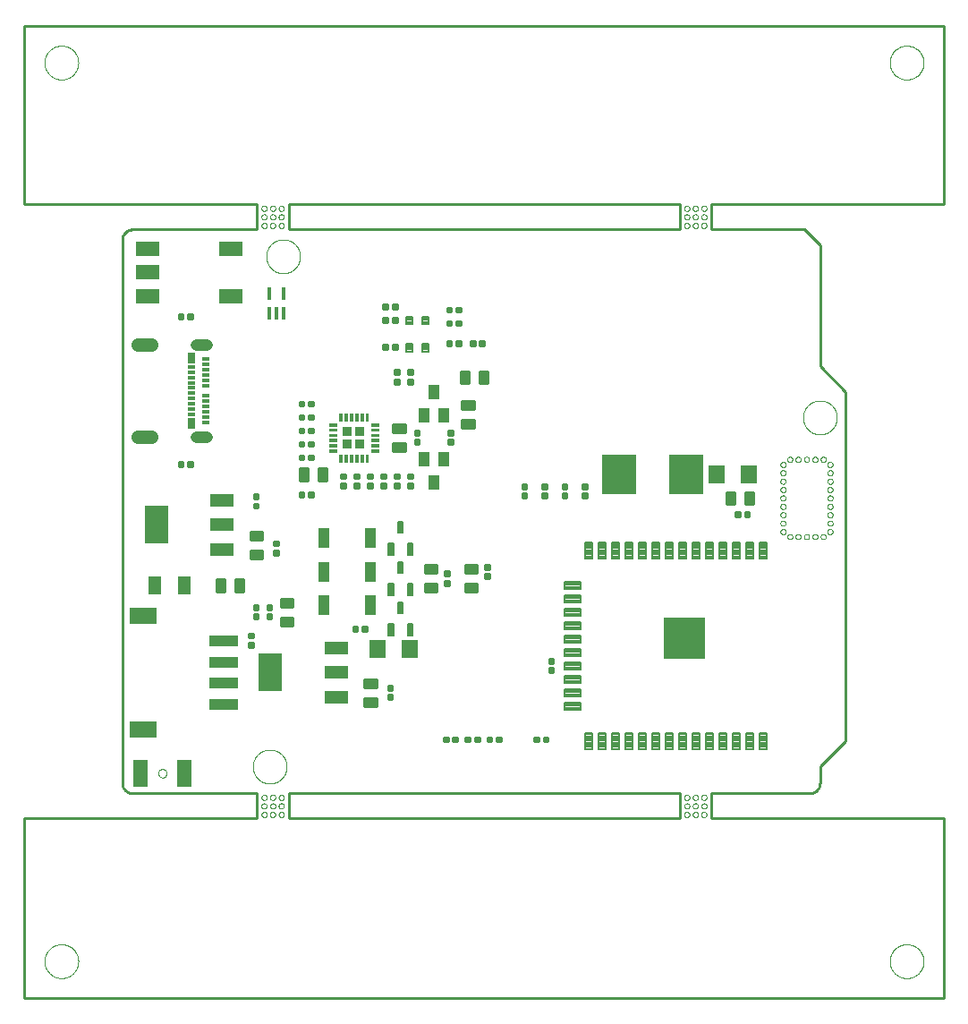
<source format=gtp>
G75*
%MOIN*%
%OFA0B0*%
%FSLAX25Y25*%
%IPPOS*%
%LPD*%
%AMOC8*
5,1,8,0,0,1.08239X$1,22.5*
%
%ADD10C,0.00000*%
%ADD11C,0.01000*%
%ADD12C,0.00780*%
%ADD13R,0.15748X0.15748*%
%ADD14R,0.05300X0.10000*%
%ADD15C,0.00750*%
%ADD16R,0.08661X0.05512*%
%ADD17C,0.01250*%
%ADD18R,0.03937X0.05512*%
%ADD19R,0.05000X0.07000*%
%ADD20R,0.01575X0.04724*%
%ADD21R,0.02756X0.01181*%
%ADD22R,0.02756X0.03937*%
%ADD23C,0.04300*%
%ADD24C,0.05000*%
%ADD25R,0.03780X0.03780*%
%ADD26C,0.00069*%
%ADD27R,0.08800X0.04800*%
%ADD28R,0.08661X0.14173*%
%ADD29R,0.10787X0.03976*%
%ADD30R,0.10000X0.05906*%
%ADD31R,0.03937X0.07598*%
%ADD32C,0.00600*%
%ADD33R,0.12500X0.15000*%
%ADD34R,0.06000X0.06600*%
D10*
X0008981Y0015280D02*
X0008983Y0015438D01*
X0008989Y0015596D01*
X0008999Y0015754D01*
X0009013Y0015912D01*
X0009031Y0016069D01*
X0009052Y0016226D01*
X0009078Y0016382D01*
X0009108Y0016538D01*
X0009141Y0016693D01*
X0009179Y0016846D01*
X0009220Y0016999D01*
X0009265Y0017151D01*
X0009314Y0017302D01*
X0009367Y0017451D01*
X0009423Y0017599D01*
X0009483Y0017745D01*
X0009547Y0017890D01*
X0009615Y0018033D01*
X0009686Y0018175D01*
X0009760Y0018315D01*
X0009838Y0018452D01*
X0009920Y0018588D01*
X0010004Y0018722D01*
X0010093Y0018853D01*
X0010184Y0018982D01*
X0010279Y0019109D01*
X0010376Y0019234D01*
X0010477Y0019356D01*
X0010581Y0019475D01*
X0010688Y0019592D01*
X0010798Y0019706D01*
X0010911Y0019817D01*
X0011026Y0019926D01*
X0011144Y0020031D01*
X0011265Y0020133D01*
X0011388Y0020233D01*
X0011514Y0020329D01*
X0011642Y0020422D01*
X0011772Y0020512D01*
X0011905Y0020598D01*
X0012040Y0020682D01*
X0012176Y0020761D01*
X0012315Y0020838D01*
X0012456Y0020910D01*
X0012598Y0020980D01*
X0012742Y0021045D01*
X0012888Y0021107D01*
X0013035Y0021165D01*
X0013184Y0021220D01*
X0013334Y0021271D01*
X0013485Y0021318D01*
X0013637Y0021361D01*
X0013790Y0021400D01*
X0013945Y0021436D01*
X0014100Y0021467D01*
X0014256Y0021495D01*
X0014412Y0021519D01*
X0014569Y0021539D01*
X0014727Y0021555D01*
X0014884Y0021567D01*
X0015043Y0021575D01*
X0015201Y0021579D01*
X0015359Y0021579D01*
X0015517Y0021575D01*
X0015676Y0021567D01*
X0015833Y0021555D01*
X0015991Y0021539D01*
X0016148Y0021519D01*
X0016304Y0021495D01*
X0016460Y0021467D01*
X0016615Y0021436D01*
X0016770Y0021400D01*
X0016923Y0021361D01*
X0017075Y0021318D01*
X0017226Y0021271D01*
X0017376Y0021220D01*
X0017525Y0021165D01*
X0017672Y0021107D01*
X0017818Y0021045D01*
X0017962Y0020980D01*
X0018104Y0020910D01*
X0018245Y0020838D01*
X0018384Y0020761D01*
X0018520Y0020682D01*
X0018655Y0020598D01*
X0018788Y0020512D01*
X0018918Y0020422D01*
X0019046Y0020329D01*
X0019172Y0020233D01*
X0019295Y0020133D01*
X0019416Y0020031D01*
X0019534Y0019926D01*
X0019649Y0019817D01*
X0019762Y0019706D01*
X0019872Y0019592D01*
X0019979Y0019475D01*
X0020083Y0019356D01*
X0020184Y0019234D01*
X0020281Y0019109D01*
X0020376Y0018982D01*
X0020467Y0018853D01*
X0020556Y0018722D01*
X0020640Y0018588D01*
X0020722Y0018452D01*
X0020800Y0018315D01*
X0020874Y0018175D01*
X0020945Y0018033D01*
X0021013Y0017890D01*
X0021077Y0017745D01*
X0021137Y0017599D01*
X0021193Y0017451D01*
X0021246Y0017302D01*
X0021295Y0017151D01*
X0021340Y0016999D01*
X0021381Y0016846D01*
X0021419Y0016693D01*
X0021452Y0016538D01*
X0021482Y0016382D01*
X0021508Y0016226D01*
X0021529Y0016069D01*
X0021547Y0015912D01*
X0021561Y0015754D01*
X0021571Y0015596D01*
X0021577Y0015438D01*
X0021579Y0015280D01*
X0021577Y0015122D01*
X0021571Y0014964D01*
X0021561Y0014806D01*
X0021547Y0014648D01*
X0021529Y0014491D01*
X0021508Y0014334D01*
X0021482Y0014178D01*
X0021452Y0014022D01*
X0021419Y0013867D01*
X0021381Y0013714D01*
X0021340Y0013561D01*
X0021295Y0013409D01*
X0021246Y0013258D01*
X0021193Y0013109D01*
X0021137Y0012961D01*
X0021077Y0012815D01*
X0021013Y0012670D01*
X0020945Y0012527D01*
X0020874Y0012385D01*
X0020800Y0012245D01*
X0020722Y0012108D01*
X0020640Y0011972D01*
X0020556Y0011838D01*
X0020467Y0011707D01*
X0020376Y0011578D01*
X0020281Y0011451D01*
X0020184Y0011326D01*
X0020083Y0011204D01*
X0019979Y0011085D01*
X0019872Y0010968D01*
X0019762Y0010854D01*
X0019649Y0010743D01*
X0019534Y0010634D01*
X0019416Y0010529D01*
X0019295Y0010427D01*
X0019172Y0010327D01*
X0019046Y0010231D01*
X0018918Y0010138D01*
X0018788Y0010048D01*
X0018655Y0009962D01*
X0018520Y0009878D01*
X0018384Y0009799D01*
X0018245Y0009722D01*
X0018104Y0009650D01*
X0017962Y0009580D01*
X0017818Y0009515D01*
X0017672Y0009453D01*
X0017525Y0009395D01*
X0017376Y0009340D01*
X0017226Y0009289D01*
X0017075Y0009242D01*
X0016923Y0009199D01*
X0016770Y0009160D01*
X0016615Y0009124D01*
X0016460Y0009093D01*
X0016304Y0009065D01*
X0016148Y0009041D01*
X0015991Y0009021D01*
X0015833Y0009005D01*
X0015676Y0008993D01*
X0015517Y0008985D01*
X0015359Y0008981D01*
X0015201Y0008981D01*
X0015043Y0008985D01*
X0014884Y0008993D01*
X0014727Y0009005D01*
X0014569Y0009021D01*
X0014412Y0009041D01*
X0014256Y0009065D01*
X0014100Y0009093D01*
X0013945Y0009124D01*
X0013790Y0009160D01*
X0013637Y0009199D01*
X0013485Y0009242D01*
X0013334Y0009289D01*
X0013184Y0009340D01*
X0013035Y0009395D01*
X0012888Y0009453D01*
X0012742Y0009515D01*
X0012598Y0009580D01*
X0012456Y0009650D01*
X0012315Y0009722D01*
X0012176Y0009799D01*
X0012040Y0009878D01*
X0011905Y0009962D01*
X0011772Y0010048D01*
X0011642Y0010138D01*
X0011514Y0010231D01*
X0011388Y0010327D01*
X0011265Y0010427D01*
X0011144Y0010529D01*
X0011026Y0010634D01*
X0010911Y0010743D01*
X0010798Y0010854D01*
X0010688Y0010968D01*
X0010581Y0011085D01*
X0010477Y0011204D01*
X0010376Y0011326D01*
X0010279Y0011451D01*
X0010184Y0011578D01*
X0010093Y0011707D01*
X0010004Y0011838D01*
X0009920Y0011972D01*
X0009838Y0012108D01*
X0009760Y0012245D01*
X0009686Y0012385D01*
X0009615Y0012527D01*
X0009547Y0012670D01*
X0009483Y0012815D01*
X0009423Y0012961D01*
X0009367Y0013109D01*
X0009314Y0013258D01*
X0009265Y0013409D01*
X0009220Y0013561D01*
X0009179Y0013714D01*
X0009141Y0013867D01*
X0009108Y0014022D01*
X0009078Y0014178D01*
X0009052Y0014334D01*
X0009031Y0014491D01*
X0009013Y0014648D01*
X0008999Y0014806D01*
X0008989Y0014964D01*
X0008983Y0015122D01*
X0008981Y0015280D01*
X0051342Y0085280D02*
X0051344Y0085359D01*
X0051350Y0085438D01*
X0051360Y0085517D01*
X0051374Y0085595D01*
X0051391Y0085672D01*
X0051413Y0085748D01*
X0051438Y0085823D01*
X0051468Y0085896D01*
X0051500Y0085968D01*
X0051537Y0086039D01*
X0051577Y0086107D01*
X0051620Y0086173D01*
X0051666Y0086237D01*
X0051716Y0086299D01*
X0051769Y0086358D01*
X0051824Y0086414D01*
X0051883Y0086468D01*
X0051944Y0086518D01*
X0052007Y0086566D01*
X0052073Y0086610D01*
X0052141Y0086651D01*
X0052211Y0086688D01*
X0052282Y0086722D01*
X0052356Y0086752D01*
X0052430Y0086778D01*
X0052506Y0086800D01*
X0052583Y0086819D01*
X0052661Y0086834D01*
X0052739Y0086845D01*
X0052818Y0086852D01*
X0052897Y0086855D01*
X0052976Y0086854D01*
X0053055Y0086849D01*
X0053134Y0086840D01*
X0053212Y0086827D01*
X0053289Y0086810D01*
X0053366Y0086790D01*
X0053441Y0086765D01*
X0053515Y0086737D01*
X0053588Y0086705D01*
X0053658Y0086670D01*
X0053727Y0086631D01*
X0053794Y0086588D01*
X0053859Y0086542D01*
X0053921Y0086494D01*
X0053981Y0086442D01*
X0054038Y0086387D01*
X0054092Y0086329D01*
X0054143Y0086269D01*
X0054191Y0086206D01*
X0054236Y0086141D01*
X0054278Y0086073D01*
X0054316Y0086004D01*
X0054350Y0085933D01*
X0054381Y0085860D01*
X0054409Y0085785D01*
X0054432Y0085710D01*
X0054452Y0085633D01*
X0054468Y0085556D01*
X0054480Y0085477D01*
X0054488Y0085399D01*
X0054492Y0085320D01*
X0054492Y0085240D01*
X0054488Y0085161D01*
X0054480Y0085083D01*
X0054468Y0085004D01*
X0054452Y0084927D01*
X0054432Y0084850D01*
X0054409Y0084775D01*
X0054381Y0084700D01*
X0054350Y0084627D01*
X0054316Y0084556D01*
X0054278Y0084487D01*
X0054236Y0084419D01*
X0054191Y0084354D01*
X0054143Y0084291D01*
X0054092Y0084231D01*
X0054038Y0084173D01*
X0053981Y0084118D01*
X0053921Y0084066D01*
X0053859Y0084018D01*
X0053794Y0083972D01*
X0053727Y0083929D01*
X0053658Y0083890D01*
X0053588Y0083855D01*
X0053515Y0083823D01*
X0053441Y0083795D01*
X0053366Y0083770D01*
X0053289Y0083750D01*
X0053212Y0083733D01*
X0053134Y0083720D01*
X0053055Y0083711D01*
X0052976Y0083706D01*
X0052897Y0083705D01*
X0052818Y0083708D01*
X0052739Y0083715D01*
X0052661Y0083726D01*
X0052583Y0083741D01*
X0052506Y0083760D01*
X0052430Y0083782D01*
X0052356Y0083808D01*
X0052282Y0083838D01*
X0052211Y0083872D01*
X0052141Y0083909D01*
X0052073Y0083950D01*
X0052007Y0083994D01*
X0051944Y0084042D01*
X0051883Y0084092D01*
X0051824Y0084146D01*
X0051769Y0084202D01*
X0051716Y0084261D01*
X0051666Y0084323D01*
X0051620Y0084387D01*
X0051577Y0084453D01*
X0051537Y0084521D01*
X0051500Y0084592D01*
X0051468Y0084664D01*
X0051438Y0084737D01*
X0051413Y0084812D01*
X0051391Y0084888D01*
X0051374Y0084965D01*
X0051360Y0085043D01*
X0051350Y0085122D01*
X0051344Y0085201D01*
X0051342Y0085280D01*
X0089837Y0076303D02*
X0089839Y0076365D01*
X0089845Y0076428D01*
X0089855Y0076489D01*
X0089869Y0076550D01*
X0089886Y0076610D01*
X0089907Y0076669D01*
X0089933Y0076726D01*
X0089961Y0076781D01*
X0089993Y0076835D01*
X0090029Y0076886D01*
X0090067Y0076936D01*
X0090109Y0076982D01*
X0090153Y0077026D01*
X0090201Y0077067D01*
X0090250Y0077105D01*
X0090302Y0077139D01*
X0090356Y0077170D01*
X0090412Y0077198D01*
X0090470Y0077222D01*
X0090529Y0077243D01*
X0090589Y0077259D01*
X0090650Y0077272D01*
X0090712Y0077281D01*
X0090774Y0077286D01*
X0090837Y0077287D01*
X0090899Y0077284D01*
X0090961Y0077277D01*
X0091023Y0077266D01*
X0091083Y0077251D01*
X0091143Y0077233D01*
X0091201Y0077211D01*
X0091258Y0077185D01*
X0091313Y0077155D01*
X0091366Y0077122D01*
X0091417Y0077086D01*
X0091465Y0077047D01*
X0091511Y0077004D01*
X0091554Y0076959D01*
X0091594Y0076911D01*
X0091631Y0076861D01*
X0091665Y0076808D01*
X0091696Y0076754D01*
X0091722Y0076698D01*
X0091746Y0076640D01*
X0091765Y0076580D01*
X0091781Y0076520D01*
X0091793Y0076458D01*
X0091801Y0076397D01*
X0091805Y0076334D01*
X0091805Y0076272D01*
X0091801Y0076209D01*
X0091793Y0076148D01*
X0091781Y0076086D01*
X0091765Y0076026D01*
X0091746Y0075966D01*
X0091722Y0075908D01*
X0091696Y0075852D01*
X0091665Y0075798D01*
X0091631Y0075745D01*
X0091594Y0075695D01*
X0091554Y0075647D01*
X0091511Y0075602D01*
X0091465Y0075559D01*
X0091417Y0075520D01*
X0091366Y0075484D01*
X0091313Y0075451D01*
X0091258Y0075421D01*
X0091201Y0075395D01*
X0091143Y0075373D01*
X0091083Y0075355D01*
X0091023Y0075340D01*
X0090961Y0075329D01*
X0090899Y0075322D01*
X0090837Y0075319D01*
X0090774Y0075320D01*
X0090712Y0075325D01*
X0090650Y0075334D01*
X0090589Y0075347D01*
X0090529Y0075363D01*
X0090470Y0075384D01*
X0090412Y0075408D01*
X0090356Y0075436D01*
X0090302Y0075467D01*
X0090250Y0075501D01*
X0090201Y0075539D01*
X0090153Y0075580D01*
X0090109Y0075624D01*
X0090067Y0075670D01*
X0090029Y0075720D01*
X0089993Y0075771D01*
X0089961Y0075825D01*
X0089933Y0075880D01*
X0089907Y0075937D01*
X0089886Y0075996D01*
X0089869Y0076056D01*
X0089855Y0076117D01*
X0089845Y0076178D01*
X0089839Y0076241D01*
X0089837Y0076303D01*
X0089837Y0073104D02*
X0089839Y0073166D01*
X0089845Y0073229D01*
X0089855Y0073290D01*
X0089869Y0073351D01*
X0089886Y0073411D01*
X0089907Y0073470D01*
X0089933Y0073527D01*
X0089961Y0073582D01*
X0089993Y0073636D01*
X0090029Y0073687D01*
X0090067Y0073737D01*
X0090109Y0073783D01*
X0090153Y0073827D01*
X0090201Y0073868D01*
X0090250Y0073906D01*
X0090302Y0073940D01*
X0090356Y0073971D01*
X0090412Y0073999D01*
X0090470Y0074023D01*
X0090529Y0074044D01*
X0090589Y0074060D01*
X0090650Y0074073D01*
X0090712Y0074082D01*
X0090774Y0074087D01*
X0090837Y0074088D01*
X0090899Y0074085D01*
X0090961Y0074078D01*
X0091023Y0074067D01*
X0091083Y0074052D01*
X0091143Y0074034D01*
X0091201Y0074012D01*
X0091258Y0073986D01*
X0091313Y0073956D01*
X0091366Y0073923D01*
X0091417Y0073887D01*
X0091465Y0073848D01*
X0091511Y0073805D01*
X0091554Y0073760D01*
X0091594Y0073712D01*
X0091631Y0073662D01*
X0091665Y0073609D01*
X0091696Y0073555D01*
X0091722Y0073499D01*
X0091746Y0073441D01*
X0091765Y0073381D01*
X0091781Y0073321D01*
X0091793Y0073259D01*
X0091801Y0073198D01*
X0091805Y0073135D01*
X0091805Y0073073D01*
X0091801Y0073010D01*
X0091793Y0072949D01*
X0091781Y0072887D01*
X0091765Y0072827D01*
X0091746Y0072767D01*
X0091722Y0072709D01*
X0091696Y0072653D01*
X0091665Y0072599D01*
X0091631Y0072546D01*
X0091594Y0072496D01*
X0091554Y0072448D01*
X0091511Y0072403D01*
X0091465Y0072360D01*
X0091417Y0072321D01*
X0091366Y0072285D01*
X0091313Y0072252D01*
X0091258Y0072222D01*
X0091201Y0072196D01*
X0091143Y0072174D01*
X0091083Y0072156D01*
X0091023Y0072141D01*
X0090961Y0072130D01*
X0090899Y0072123D01*
X0090837Y0072120D01*
X0090774Y0072121D01*
X0090712Y0072126D01*
X0090650Y0072135D01*
X0090589Y0072148D01*
X0090529Y0072164D01*
X0090470Y0072185D01*
X0090412Y0072209D01*
X0090356Y0072237D01*
X0090302Y0072268D01*
X0090250Y0072302D01*
X0090201Y0072340D01*
X0090153Y0072381D01*
X0090109Y0072425D01*
X0090067Y0072471D01*
X0090029Y0072521D01*
X0089993Y0072572D01*
X0089961Y0072626D01*
X0089933Y0072681D01*
X0089907Y0072738D01*
X0089886Y0072797D01*
X0089869Y0072857D01*
X0089855Y0072918D01*
X0089845Y0072979D01*
X0089839Y0073042D01*
X0089837Y0073104D01*
X0089837Y0069906D02*
X0089839Y0069968D01*
X0089845Y0070031D01*
X0089855Y0070092D01*
X0089869Y0070153D01*
X0089886Y0070213D01*
X0089907Y0070272D01*
X0089933Y0070329D01*
X0089961Y0070384D01*
X0089993Y0070438D01*
X0090029Y0070489D01*
X0090067Y0070539D01*
X0090109Y0070585D01*
X0090153Y0070629D01*
X0090201Y0070670D01*
X0090250Y0070708D01*
X0090302Y0070742D01*
X0090356Y0070773D01*
X0090412Y0070801D01*
X0090470Y0070825D01*
X0090529Y0070846D01*
X0090589Y0070862D01*
X0090650Y0070875D01*
X0090712Y0070884D01*
X0090774Y0070889D01*
X0090837Y0070890D01*
X0090899Y0070887D01*
X0090961Y0070880D01*
X0091023Y0070869D01*
X0091083Y0070854D01*
X0091143Y0070836D01*
X0091201Y0070814D01*
X0091258Y0070788D01*
X0091313Y0070758D01*
X0091366Y0070725D01*
X0091417Y0070689D01*
X0091465Y0070650D01*
X0091511Y0070607D01*
X0091554Y0070562D01*
X0091594Y0070514D01*
X0091631Y0070464D01*
X0091665Y0070411D01*
X0091696Y0070357D01*
X0091722Y0070301D01*
X0091746Y0070243D01*
X0091765Y0070183D01*
X0091781Y0070123D01*
X0091793Y0070061D01*
X0091801Y0070000D01*
X0091805Y0069937D01*
X0091805Y0069875D01*
X0091801Y0069812D01*
X0091793Y0069751D01*
X0091781Y0069689D01*
X0091765Y0069629D01*
X0091746Y0069569D01*
X0091722Y0069511D01*
X0091696Y0069455D01*
X0091665Y0069401D01*
X0091631Y0069348D01*
X0091594Y0069298D01*
X0091554Y0069250D01*
X0091511Y0069205D01*
X0091465Y0069162D01*
X0091417Y0069123D01*
X0091366Y0069087D01*
X0091313Y0069054D01*
X0091258Y0069024D01*
X0091201Y0068998D01*
X0091143Y0068976D01*
X0091083Y0068958D01*
X0091023Y0068943D01*
X0090961Y0068932D01*
X0090899Y0068925D01*
X0090837Y0068922D01*
X0090774Y0068923D01*
X0090712Y0068928D01*
X0090650Y0068937D01*
X0090589Y0068950D01*
X0090529Y0068966D01*
X0090470Y0068987D01*
X0090412Y0069011D01*
X0090356Y0069039D01*
X0090302Y0069070D01*
X0090250Y0069104D01*
X0090201Y0069142D01*
X0090153Y0069183D01*
X0090109Y0069227D01*
X0090067Y0069273D01*
X0090029Y0069323D01*
X0089993Y0069374D01*
X0089961Y0069428D01*
X0089933Y0069483D01*
X0089907Y0069540D01*
X0089886Y0069599D01*
X0089869Y0069659D01*
X0089855Y0069720D01*
X0089845Y0069781D01*
X0089839Y0069844D01*
X0089837Y0069906D01*
X0093036Y0069906D02*
X0093038Y0069968D01*
X0093044Y0070031D01*
X0093054Y0070092D01*
X0093068Y0070153D01*
X0093085Y0070213D01*
X0093106Y0070272D01*
X0093132Y0070329D01*
X0093160Y0070384D01*
X0093192Y0070438D01*
X0093228Y0070489D01*
X0093266Y0070539D01*
X0093308Y0070585D01*
X0093352Y0070629D01*
X0093400Y0070670D01*
X0093449Y0070708D01*
X0093501Y0070742D01*
X0093555Y0070773D01*
X0093611Y0070801D01*
X0093669Y0070825D01*
X0093728Y0070846D01*
X0093788Y0070862D01*
X0093849Y0070875D01*
X0093911Y0070884D01*
X0093973Y0070889D01*
X0094036Y0070890D01*
X0094098Y0070887D01*
X0094160Y0070880D01*
X0094222Y0070869D01*
X0094282Y0070854D01*
X0094342Y0070836D01*
X0094400Y0070814D01*
X0094457Y0070788D01*
X0094512Y0070758D01*
X0094565Y0070725D01*
X0094616Y0070689D01*
X0094664Y0070650D01*
X0094710Y0070607D01*
X0094753Y0070562D01*
X0094793Y0070514D01*
X0094830Y0070464D01*
X0094864Y0070411D01*
X0094895Y0070357D01*
X0094921Y0070301D01*
X0094945Y0070243D01*
X0094964Y0070183D01*
X0094980Y0070123D01*
X0094992Y0070061D01*
X0095000Y0070000D01*
X0095004Y0069937D01*
X0095004Y0069875D01*
X0095000Y0069812D01*
X0094992Y0069751D01*
X0094980Y0069689D01*
X0094964Y0069629D01*
X0094945Y0069569D01*
X0094921Y0069511D01*
X0094895Y0069455D01*
X0094864Y0069401D01*
X0094830Y0069348D01*
X0094793Y0069298D01*
X0094753Y0069250D01*
X0094710Y0069205D01*
X0094664Y0069162D01*
X0094616Y0069123D01*
X0094565Y0069087D01*
X0094512Y0069054D01*
X0094457Y0069024D01*
X0094400Y0068998D01*
X0094342Y0068976D01*
X0094282Y0068958D01*
X0094222Y0068943D01*
X0094160Y0068932D01*
X0094098Y0068925D01*
X0094036Y0068922D01*
X0093973Y0068923D01*
X0093911Y0068928D01*
X0093849Y0068937D01*
X0093788Y0068950D01*
X0093728Y0068966D01*
X0093669Y0068987D01*
X0093611Y0069011D01*
X0093555Y0069039D01*
X0093501Y0069070D01*
X0093449Y0069104D01*
X0093400Y0069142D01*
X0093352Y0069183D01*
X0093308Y0069227D01*
X0093266Y0069273D01*
X0093228Y0069323D01*
X0093192Y0069374D01*
X0093160Y0069428D01*
X0093132Y0069483D01*
X0093106Y0069540D01*
X0093085Y0069599D01*
X0093068Y0069659D01*
X0093054Y0069720D01*
X0093044Y0069781D01*
X0093038Y0069844D01*
X0093036Y0069906D01*
X0093036Y0073104D02*
X0093038Y0073166D01*
X0093044Y0073229D01*
X0093054Y0073290D01*
X0093068Y0073351D01*
X0093085Y0073411D01*
X0093106Y0073470D01*
X0093132Y0073527D01*
X0093160Y0073582D01*
X0093192Y0073636D01*
X0093228Y0073687D01*
X0093266Y0073737D01*
X0093308Y0073783D01*
X0093352Y0073827D01*
X0093400Y0073868D01*
X0093449Y0073906D01*
X0093501Y0073940D01*
X0093555Y0073971D01*
X0093611Y0073999D01*
X0093669Y0074023D01*
X0093728Y0074044D01*
X0093788Y0074060D01*
X0093849Y0074073D01*
X0093911Y0074082D01*
X0093973Y0074087D01*
X0094036Y0074088D01*
X0094098Y0074085D01*
X0094160Y0074078D01*
X0094222Y0074067D01*
X0094282Y0074052D01*
X0094342Y0074034D01*
X0094400Y0074012D01*
X0094457Y0073986D01*
X0094512Y0073956D01*
X0094565Y0073923D01*
X0094616Y0073887D01*
X0094664Y0073848D01*
X0094710Y0073805D01*
X0094753Y0073760D01*
X0094793Y0073712D01*
X0094830Y0073662D01*
X0094864Y0073609D01*
X0094895Y0073555D01*
X0094921Y0073499D01*
X0094945Y0073441D01*
X0094964Y0073381D01*
X0094980Y0073321D01*
X0094992Y0073259D01*
X0095000Y0073198D01*
X0095004Y0073135D01*
X0095004Y0073073D01*
X0095000Y0073010D01*
X0094992Y0072949D01*
X0094980Y0072887D01*
X0094964Y0072827D01*
X0094945Y0072767D01*
X0094921Y0072709D01*
X0094895Y0072653D01*
X0094864Y0072599D01*
X0094830Y0072546D01*
X0094793Y0072496D01*
X0094753Y0072448D01*
X0094710Y0072403D01*
X0094664Y0072360D01*
X0094616Y0072321D01*
X0094565Y0072285D01*
X0094512Y0072252D01*
X0094457Y0072222D01*
X0094400Y0072196D01*
X0094342Y0072174D01*
X0094282Y0072156D01*
X0094222Y0072141D01*
X0094160Y0072130D01*
X0094098Y0072123D01*
X0094036Y0072120D01*
X0093973Y0072121D01*
X0093911Y0072126D01*
X0093849Y0072135D01*
X0093788Y0072148D01*
X0093728Y0072164D01*
X0093669Y0072185D01*
X0093611Y0072209D01*
X0093555Y0072237D01*
X0093501Y0072268D01*
X0093449Y0072302D01*
X0093400Y0072340D01*
X0093352Y0072381D01*
X0093308Y0072425D01*
X0093266Y0072471D01*
X0093228Y0072521D01*
X0093192Y0072572D01*
X0093160Y0072626D01*
X0093132Y0072681D01*
X0093106Y0072738D01*
X0093085Y0072797D01*
X0093068Y0072857D01*
X0093054Y0072918D01*
X0093044Y0072979D01*
X0093038Y0073042D01*
X0093036Y0073104D01*
X0093036Y0076303D02*
X0093038Y0076365D01*
X0093044Y0076428D01*
X0093054Y0076489D01*
X0093068Y0076550D01*
X0093085Y0076610D01*
X0093106Y0076669D01*
X0093132Y0076726D01*
X0093160Y0076781D01*
X0093192Y0076835D01*
X0093228Y0076886D01*
X0093266Y0076936D01*
X0093308Y0076982D01*
X0093352Y0077026D01*
X0093400Y0077067D01*
X0093449Y0077105D01*
X0093501Y0077139D01*
X0093555Y0077170D01*
X0093611Y0077198D01*
X0093669Y0077222D01*
X0093728Y0077243D01*
X0093788Y0077259D01*
X0093849Y0077272D01*
X0093911Y0077281D01*
X0093973Y0077286D01*
X0094036Y0077287D01*
X0094098Y0077284D01*
X0094160Y0077277D01*
X0094222Y0077266D01*
X0094282Y0077251D01*
X0094342Y0077233D01*
X0094400Y0077211D01*
X0094457Y0077185D01*
X0094512Y0077155D01*
X0094565Y0077122D01*
X0094616Y0077086D01*
X0094664Y0077047D01*
X0094710Y0077004D01*
X0094753Y0076959D01*
X0094793Y0076911D01*
X0094830Y0076861D01*
X0094864Y0076808D01*
X0094895Y0076754D01*
X0094921Y0076698D01*
X0094945Y0076640D01*
X0094964Y0076580D01*
X0094980Y0076520D01*
X0094992Y0076458D01*
X0095000Y0076397D01*
X0095004Y0076334D01*
X0095004Y0076272D01*
X0095000Y0076209D01*
X0094992Y0076148D01*
X0094980Y0076086D01*
X0094964Y0076026D01*
X0094945Y0075966D01*
X0094921Y0075908D01*
X0094895Y0075852D01*
X0094864Y0075798D01*
X0094830Y0075745D01*
X0094793Y0075695D01*
X0094753Y0075647D01*
X0094710Y0075602D01*
X0094664Y0075559D01*
X0094616Y0075520D01*
X0094565Y0075484D01*
X0094512Y0075451D01*
X0094457Y0075421D01*
X0094400Y0075395D01*
X0094342Y0075373D01*
X0094282Y0075355D01*
X0094222Y0075340D01*
X0094160Y0075329D01*
X0094098Y0075322D01*
X0094036Y0075319D01*
X0093973Y0075320D01*
X0093911Y0075325D01*
X0093849Y0075334D01*
X0093788Y0075347D01*
X0093728Y0075363D01*
X0093669Y0075384D01*
X0093611Y0075408D01*
X0093555Y0075436D01*
X0093501Y0075467D01*
X0093449Y0075501D01*
X0093400Y0075539D01*
X0093352Y0075580D01*
X0093308Y0075624D01*
X0093266Y0075670D01*
X0093228Y0075720D01*
X0093192Y0075771D01*
X0093160Y0075825D01*
X0093132Y0075880D01*
X0093106Y0075937D01*
X0093085Y0075996D01*
X0093068Y0076056D01*
X0093054Y0076117D01*
X0093044Y0076178D01*
X0093038Y0076241D01*
X0093036Y0076303D01*
X0096235Y0076303D02*
X0096237Y0076365D01*
X0096243Y0076428D01*
X0096253Y0076489D01*
X0096267Y0076550D01*
X0096284Y0076610D01*
X0096305Y0076669D01*
X0096331Y0076726D01*
X0096359Y0076781D01*
X0096391Y0076835D01*
X0096427Y0076886D01*
X0096465Y0076936D01*
X0096507Y0076982D01*
X0096551Y0077026D01*
X0096599Y0077067D01*
X0096648Y0077105D01*
X0096700Y0077139D01*
X0096754Y0077170D01*
X0096810Y0077198D01*
X0096868Y0077222D01*
X0096927Y0077243D01*
X0096987Y0077259D01*
X0097048Y0077272D01*
X0097110Y0077281D01*
X0097172Y0077286D01*
X0097235Y0077287D01*
X0097297Y0077284D01*
X0097359Y0077277D01*
X0097421Y0077266D01*
X0097481Y0077251D01*
X0097541Y0077233D01*
X0097599Y0077211D01*
X0097656Y0077185D01*
X0097711Y0077155D01*
X0097764Y0077122D01*
X0097815Y0077086D01*
X0097863Y0077047D01*
X0097909Y0077004D01*
X0097952Y0076959D01*
X0097992Y0076911D01*
X0098029Y0076861D01*
X0098063Y0076808D01*
X0098094Y0076754D01*
X0098120Y0076698D01*
X0098144Y0076640D01*
X0098163Y0076580D01*
X0098179Y0076520D01*
X0098191Y0076458D01*
X0098199Y0076397D01*
X0098203Y0076334D01*
X0098203Y0076272D01*
X0098199Y0076209D01*
X0098191Y0076148D01*
X0098179Y0076086D01*
X0098163Y0076026D01*
X0098144Y0075966D01*
X0098120Y0075908D01*
X0098094Y0075852D01*
X0098063Y0075798D01*
X0098029Y0075745D01*
X0097992Y0075695D01*
X0097952Y0075647D01*
X0097909Y0075602D01*
X0097863Y0075559D01*
X0097815Y0075520D01*
X0097764Y0075484D01*
X0097711Y0075451D01*
X0097656Y0075421D01*
X0097599Y0075395D01*
X0097541Y0075373D01*
X0097481Y0075355D01*
X0097421Y0075340D01*
X0097359Y0075329D01*
X0097297Y0075322D01*
X0097235Y0075319D01*
X0097172Y0075320D01*
X0097110Y0075325D01*
X0097048Y0075334D01*
X0096987Y0075347D01*
X0096927Y0075363D01*
X0096868Y0075384D01*
X0096810Y0075408D01*
X0096754Y0075436D01*
X0096700Y0075467D01*
X0096648Y0075501D01*
X0096599Y0075539D01*
X0096551Y0075580D01*
X0096507Y0075624D01*
X0096465Y0075670D01*
X0096427Y0075720D01*
X0096391Y0075771D01*
X0096359Y0075825D01*
X0096331Y0075880D01*
X0096305Y0075937D01*
X0096284Y0075996D01*
X0096267Y0076056D01*
X0096253Y0076117D01*
X0096243Y0076178D01*
X0096237Y0076241D01*
X0096235Y0076303D01*
X0096235Y0073104D02*
X0096237Y0073166D01*
X0096243Y0073229D01*
X0096253Y0073290D01*
X0096267Y0073351D01*
X0096284Y0073411D01*
X0096305Y0073470D01*
X0096331Y0073527D01*
X0096359Y0073582D01*
X0096391Y0073636D01*
X0096427Y0073687D01*
X0096465Y0073737D01*
X0096507Y0073783D01*
X0096551Y0073827D01*
X0096599Y0073868D01*
X0096648Y0073906D01*
X0096700Y0073940D01*
X0096754Y0073971D01*
X0096810Y0073999D01*
X0096868Y0074023D01*
X0096927Y0074044D01*
X0096987Y0074060D01*
X0097048Y0074073D01*
X0097110Y0074082D01*
X0097172Y0074087D01*
X0097235Y0074088D01*
X0097297Y0074085D01*
X0097359Y0074078D01*
X0097421Y0074067D01*
X0097481Y0074052D01*
X0097541Y0074034D01*
X0097599Y0074012D01*
X0097656Y0073986D01*
X0097711Y0073956D01*
X0097764Y0073923D01*
X0097815Y0073887D01*
X0097863Y0073848D01*
X0097909Y0073805D01*
X0097952Y0073760D01*
X0097992Y0073712D01*
X0098029Y0073662D01*
X0098063Y0073609D01*
X0098094Y0073555D01*
X0098120Y0073499D01*
X0098144Y0073441D01*
X0098163Y0073381D01*
X0098179Y0073321D01*
X0098191Y0073259D01*
X0098199Y0073198D01*
X0098203Y0073135D01*
X0098203Y0073073D01*
X0098199Y0073010D01*
X0098191Y0072949D01*
X0098179Y0072887D01*
X0098163Y0072827D01*
X0098144Y0072767D01*
X0098120Y0072709D01*
X0098094Y0072653D01*
X0098063Y0072599D01*
X0098029Y0072546D01*
X0097992Y0072496D01*
X0097952Y0072448D01*
X0097909Y0072403D01*
X0097863Y0072360D01*
X0097815Y0072321D01*
X0097764Y0072285D01*
X0097711Y0072252D01*
X0097656Y0072222D01*
X0097599Y0072196D01*
X0097541Y0072174D01*
X0097481Y0072156D01*
X0097421Y0072141D01*
X0097359Y0072130D01*
X0097297Y0072123D01*
X0097235Y0072120D01*
X0097172Y0072121D01*
X0097110Y0072126D01*
X0097048Y0072135D01*
X0096987Y0072148D01*
X0096927Y0072164D01*
X0096868Y0072185D01*
X0096810Y0072209D01*
X0096754Y0072237D01*
X0096700Y0072268D01*
X0096648Y0072302D01*
X0096599Y0072340D01*
X0096551Y0072381D01*
X0096507Y0072425D01*
X0096465Y0072471D01*
X0096427Y0072521D01*
X0096391Y0072572D01*
X0096359Y0072626D01*
X0096331Y0072681D01*
X0096305Y0072738D01*
X0096284Y0072797D01*
X0096267Y0072857D01*
X0096253Y0072918D01*
X0096243Y0072979D01*
X0096237Y0073042D01*
X0096235Y0073104D01*
X0096235Y0069906D02*
X0096237Y0069968D01*
X0096243Y0070031D01*
X0096253Y0070092D01*
X0096267Y0070153D01*
X0096284Y0070213D01*
X0096305Y0070272D01*
X0096331Y0070329D01*
X0096359Y0070384D01*
X0096391Y0070438D01*
X0096427Y0070489D01*
X0096465Y0070539D01*
X0096507Y0070585D01*
X0096551Y0070629D01*
X0096599Y0070670D01*
X0096648Y0070708D01*
X0096700Y0070742D01*
X0096754Y0070773D01*
X0096810Y0070801D01*
X0096868Y0070825D01*
X0096927Y0070846D01*
X0096987Y0070862D01*
X0097048Y0070875D01*
X0097110Y0070884D01*
X0097172Y0070889D01*
X0097235Y0070890D01*
X0097297Y0070887D01*
X0097359Y0070880D01*
X0097421Y0070869D01*
X0097481Y0070854D01*
X0097541Y0070836D01*
X0097599Y0070814D01*
X0097656Y0070788D01*
X0097711Y0070758D01*
X0097764Y0070725D01*
X0097815Y0070689D01*
X0097863Y0070650D01*
X0097909Y0070607D01*
X0097952Y0070562D01*
X0097992Y0070514D01*
X0098029Y0070464D01*
X0098063Y0070411D01*
X0098094Y0070357D01*
X0098120Y0070301D01*
X0098144Y0070243D01*
X0098163Y0070183D01*
X0098179Y0070123D01*
X0098191Y0070061D01*
X0098199Y0070000D01*
X0098203Y0069937D01*
X0098203Y0069875D01*
X0098199Y0069812D01*
X0098191Y0069751D01*
X0098179Y0069689D01*
X0098163Y0069629D01*
X0098144Y0069569D01*
X0098120Y0069511D01*
X0098094Y0069455D01*
X0098063Y0069401D01*
X0098029Y0069348D01*
X0097992Y0069298D01*
X0097952Y0069250D01*
X0097909Y0069205D01*
X0097863Y0069162D01*
X0097815Y0069123D01*
X0097764Y0069087D01*
X0097711Y0069054D01*
X0097656Y0069024D01*
X0097599Y0068998D01*
X0097541Y0068976D01*
X0097481Y0068958D01*
X0097421Y0068943D01*
X0097359Y0068932D01*
X0097297Y0068925D01*
X0097235Y0068922D01*
X0097172Y0068923D01*
X0097110Y0068928D01*
X0097048Y0068937D01*
X0096987Y0068950D01*
X0096927Y0068966D01*
X0096868Y0068987D01*
X0096810Y0069011D01*
X0096754Y0069039D01*
X0096700Y0069070D01*
X0096648Y0069104D01*
X0096599Y0069142D01*
X0096551Y0069183D01*
X0096507Y0069227D01*
X0096465Y0069273D01*
X0096427Y0069323D01*
X0096391Y0069374D01*
X0096359Y0069428D01*
X0096331Y0069483D01*
X0096305Y0069540D01*
X0096284Y0069599D01*
X0096267Y0069659D01*
X0096253Y0069720D01*
X0096243Y0069781D01*
X0096237Y0069844D01*
X0096235Y0069906D01*
X0086618Y0087780D02*
X0086620Y0087938D01*
X0086626Y0088096D01*
X0086636Y0088254D01*
X0086650Y0088412D01*
X0086668Y0088569D01*
X0086689Y0088726D01*
X0086715Y0088882D01*
X0086745Y0089038D01*
X0086778Y0089193D01*
X0086816Y0089346D01*
X0086857Y0089499D01*
X0086902Y0089651D01*
X0086951Y0089802D01*
X0087004Y0089951D01*
X0087060Y0090099D01*
X0087120Y0090245D01*
X0087184Y0090390D01*
X0087252Y0090533D01*
X0087323Y0090675D01*
X0087397Y0090815D01*
X0087475Y0090952D01*
X0087557Y0091088D01*
X0087641Y0091222D01*
X0087730Y0091353D01*
X0087821Y0091482D01*
X0087916Y0091609D01*
X0088013Y0091734D01*
X0088114Y0091856D01*
X0088218Y0091975D01*
X0088325Y0092092D01*
X0088435Y0092206D01*
X0088548Y0092317D01*
X0088663Y0092426D01*
X0088781Y0092531D01*
X0088902Y0092633D01*
X0089025Y0092733D01*
X0089151Y0092829D01*
X0089279Y0092922D01*
X0089409Y0093012D01*
X0089542Y0093098D01*
X0089677Y0093182D01*
X0089813Y0093261D01*
X0089952Y0093338D01*
X0090093Y0093410D01*
X0090235Y0093480D01*
X0090379Y0093545D01*
X0090525Y0093607D01*
X0090672Y0093665D01*
X0090821Y0093720D01*
X0090971Y0093771D01*
X0091122Y0093818D01*
X0091274Y0093861D01*
X0091427Y0093900D01*
X0091582Y0093936D01*
X0091737Y0093967D01*
X0091893Y0093995D01*
X0092049Y0094019D01*
X0092206Y0094039D01*
X0092364Y0094055D01*
X0092521Y0094067D01*
X0092680Y0094075D01*
X0092838Y0094079D01*
X0092996Y0094079D01*
X0093154Y0094075D01*
X0093313Y0094067D01*
X0093470Y0094055D01*
X0093628Y0094039D01*
X0093785Y0094019D01*
X0093941Y0093995D01*
X0094097Y0093967D01*
X0094252Y0093936D01*
X0094407Y0093900D01*
X0094560Y0093861D01*
X0094712Y0093818D01*
X0094863Y0093771D01*
X0095013Y0093720D01*
X0095162Y0093665D01*
X0095309Y0093607D01*
X0095455Y0093545D01*
X0095599Y0093480D01*
X0095741Y0093410D01*
X0095882Y0093338D01*
X0096021Y0093261D01*
X0096157Y0093182D01*
X0096292Y0093098D01*
X0096425Y0093012D01*
X0096555Y0092922D01*
X0096683Y0092829D01*
X0096809Y0092733D01*
X0096932Y0092633D01*
X0097053Y0092531D01*
X0097171Y0092426D01*
X0097286Y0092317D01*
X0097399Y0092206D01*
X0097509Y0092092D01*
X0097616Y0091975D01*
X0097720Y0091856D01*
X0097821Y0091734D01*
X0097918Y0091609D01*
X0098013Y0091482D01*
X0098104Y0091353D01*
X0098193Y0091222D01*
X0098277Y0091088D01*
X0098359Y0090952D01*
X0098437Y0090815D01*
X0098511Y0090675D01*
X0098582Y0090533D01*
X0098650Y0090390D01*
X0098714Y0090245D01*
X0098774Y0090099D01*
X0098830Y0089951D01*
X0098883Y0089802D01*
X0098932Y0089651D01*
X0098977Y0089499D01*
X0099018Y0089346D01*
X0099056Y0089193D01*
X0099089Y0089038D01*
X0099119Y0088882D01*
X0099145Y0088726D01*
X0099166Y0088569D01*
X0099184Y0088412D01*
X0099198Y0088254D01*
X0099208Y0088096D01*
X0099214Y0087938D01*
X0099216Y0087780D01*
X0099214Y0087622D01*
X0099208Y0087464D01*
X0099198Y0087306D01*
X0099184Y0087148D01*
X0099166Y0086991D01*
X0099145Y0086834D01*
X0099119Y0086678D01*
X0099089Y0086522D01*
X0099056Y0086367D01*
X0099018Y0086214D01*
X0098977Y0086061D01*
X0098932Y0085909D01*
X0098883Y0085758D01*
X0098830Y0085609D01*
X0098774Y0085461D01*
X0098714Y0085315D01*
X0098650Y0085170D01*
X0098582Y0085027D01*
X0098511Y0084885D01*
X0098437Y0084745D01*
X0098359Y0084608D01*
X0098277Y0084472D01*
X0098193Y0084338D01*
X0098104Y0084207D01*
X0098013Y0084078D01*
X0097918Y0083951D01*
X0097821Y0083826D01*
X0097720Y0083704D01*
X0097616Y0083585D01*
X0097509Y0083468D01*
X0097399Y0083354D01*
X0097286Y0083243D01*
X0097171Y0083134D01*
X0097053Y0083029D01*
X0096932Y0082927D01*
X0096809Y0082827D01*
X0096683Y0082731D01*
X0096555Y0082638D01*
X0096425Y0082548D01*
X0096292Y0082462D01*
X0096157Y0082378D01*
X0096021Y0082299D01*
X0095882Y0082222D01*
X0095741Y0082150D01*
X0095599Y0082080D01*
X0095455Y0082015D01*
X0095309Y0081953D01*
X0095162Y0081895D01*
X0095013Y0081840D01*
X0094863Y0081789D01*
X0094712Y0081742D01*
X0094560Y0081699D01*
X0094407Y0081660D01*
X0094252Y0081624D01*
X0094097Y0081593D01*
X0093941Y0081565D01*
X0093785Y0081541D01*
X0093628Y0081521D01*
X0093470Y0081505D01*
X0093313Y0081493D01*
X0093154Y0081485D01*
X0092996Y0081481D01*
X0092838Y0081481D01*
X0092680Y0081485D01*
X0092521Y0081493D01*
X0092364Y0081505D01*
X0092206Y0081521D01*
X0092049Y0081541D01*
X0091893Y0081565D01*
X0091737Y0081593D01*
X0091582Y0081624D01*
X0091427Y0081660D01*
X0091274Y0081699D01*
X0091122Y0081742D01*
X0090971Y0081789D01*
X0090821Y0081840D01*
X0090672Y0081895D01*
X0090525Y0081953D01*
X0090379Y0082015D01*
X0090235Y0082080D01*
X0090093Y0082150D01*
X0089952Y0082222D01*
X0089813Y0082299D01*
X0089677Y0082378D01*
X0089542Y0082462D01*
X0089409Y0082548D01*
X0089279Y0082638D01*
X0089151Y0082731D01*
X0089025Y0082827D01*
X0088902Y0082927D01*
X0088781Y0083029D01*
X0088663Y0083134D01*
X0088548Y0083243D01*
X0088435Y0083354D01*
X0088325Y0083468D01*
X0088218Y0083585D01*
X0088114Y0083704D01*
X0088013Y0083826D01*
X0087916Y0083951D01*
X0087821Y0084078D01*
X0087730Y0084207D01*
X0087641Y0084338D01*
X0087557Y0084472D01*
X0087475Y0084608D01*
X0087397Y0084745D01*
X0087323Y0084885D01*
X0087252Y0085027D01*
X0087184Y0085170D01*
X0087120Y0085315D01*
X0087060Y0085461D01*
X0087004Y0085609D01*
X0086951Y0085758D01*
X0086902Y0085909D01*
X0086857Y0086061D01*
X0086816Y0086214D01*
X0086778Y0086367D01*
X0086745Y0086522D01*
X0086715Y0086678D01*
X0086689Y0086834D01*
X0086668Y0086991D01*
X0086650Y0087148D01*
X0086636Y0087306D01*
X0086626Y0087464D01*
X0086620Y0087622D01*
X0086618Y0087780D01*
X0247317Y0076303D02*
X0247319Y0076365D01*
X0247325Y0076428D01*
X0247335Y0076489D01*
X0247349Y0076550D01*
X0247366Y0076610D01*
X0247387Y0076669D01*
X0247413Y0076726D01*
X0247441Y0076781D01*
X0247473Y0076835D01*
X0247509Y0076886D01*
X0247547Y0076936D01*
X0247589Y0076982D01*
X0247633Y0077026D01*
X0247681Y0077067D01*
X0247730Y0077105D01*
X0247782Y0077139D01*
X0247836Y0077170D01*
X0247892Y0077198D01*
X0247950Y0077222D01*
X0248009Y0077243D01*
X0248069Y0077259D01*
X0248130Y0077272D01*
X0248192Y0077281D01*
X0248254Y0077286D01*
X0248317Y0077287D01*
X0248379Y0077284D01*
X0248441Y0077277D01*
X0248503Y0077266D01*
X0248563Y0077251D01*
X0248623Y0077233D01*
X0248681Y0077211D01*
X0248738Y0077185D01*
X0248793Y0077155D01*
X0248846Y0077122D01*
X0248897Y0077086D01*
X0248945Y0077047D01*
X0248991Y0077004D01*
X0249034Y0076959D01*
X0249074Y0076911D01*
X0249111Y0076861D01*
X0249145Y0076808D01*
X0249176Y0076754D01*
X0249202Y0076698D01*
X0249226Y0076640D01*
X0249245Y0076580D01*
X0249261Y0076520D01*
X0249273Y0076458D01*
X0249281Y0076397D01*
X0249285Y0076334D01*
X0249285Y0076272D01*
X0249281Y0076209D01*
X0249273Y0076148D01*
X0249261Y0076086D01*
X0249245Y0076026D01*
X0249226Y0075966D01*
X0249202Y0075908D01*
X0249176Y0075852D01*
X0249145Y0075798D01*
X0249111Y0075745D01*
X0249074Y0075695D01*
X0249034Y0075647D01*
X0248991Y0075602D01*
X0248945Y0075559D01*
X0248897Y0075520D01*
X0248846Y0075484D01*
X0248793Y0075451D01*
X0248738Y0075421D01*
X0248681Y0075395D01*
X0248623Y0075373D01*
X0248563Y0075355D01*
X0248503Y0075340D01*
X0248441Y0075329D01*
X0248379Y0075322D01*
X0248317Y0075319D01*
X0248254Y0075320D01*
X0248192Y0075325D01*
X0248130Y0075334D01*
X0248069Y0075347D01*
X0248009Y0075363D01*
X0247950Y0075384D01*
X0247892Y0075408D01*
X0247836Y0075436D01*
X0247782Y0075467D01*
X0247730Y0075501D01*
X0247681Y0075539D01*
X0247633Y0075580D01*
X0247589Y0075624D01*
X0247547Y0075670D01*
X0247509Y0075720D01*
X0247473Y0075771D01*
X0247441Y0075825D01*
X0247413Y0075880D01*
X0247387Y0075937D01*
X0247366Y0075996D01*
X0247349Y0076056D01*
X0247335Y0076117D01*
X0247325Y0076178D01*
X0247319Y0076241D01*
X0247317Y0076303D01*
X0247317Y0073104D02*
X0247319Y0073166D01*
X0247325Y0073229D01*
X0247335Y0073290D01*
X0247349Y0073351D01*
X0247366Y0073411D01*
X0247387Y0073470D01*
X0247413Y0073527D01*
X0247441Y0073582D01*
X0247473Y0073636D01*
X0247509Y0073687D01*
X0247547Y0073737D01*
X0247589Y0073783D01*
X0247633Y0073827D01*
X0247681Y0073868D01*
X0247730Y0073906D01*
X0247782Y0073940D01*
X0247836Y0073971D01*
X0247892Y0073999D01*
X0247950Y0074023D01*
X0248009Y0074044D01*
X0248069Y0074060D01*
X0248130Y0074073D01*
X0248192Y0074082D01*
X0248254Y0074087D01*
X0248317Y0074088D01*
X0248379Y0074085D01*
X0248441Y0074078D01*
X0248503Y0074067D01*
X0248563Y0074052D01*
X0248623Y0074034D01*
X0248681Y0074012D01*
X0248738Y0073986D01*
X0248793Y0073956D01*
X0248846Y0073923D01*
X0248897Y0073887D01*
X0248945Y0073848D01*
X0248991Y0073805D01*
X0249034Y0073760D01*
X0249074Y0073712D01*
X0249111Y0073662D01*
X0249145Y0073609D01*
X0249176Y0073555D01*
X0249202Y0073499D01*
X0249226Y0073441D01*
X0249245Y0073381D01*
X0249261Y0073321D01*
X0249273Y0073259D01*
X0249281Y0073198D01*
X0249285Y0073135D01*
X0249285Y0073073D01*
X0249281Y0073010D01*
X0249273Y0072949D01*
X0249261Y0072887D01*
X0249245Y0072827D01*
X0249226Y0072767D01*
X0249202Y0072709D01*
X0249176Y0072653D01*
X0249145Y0072599D01*
X0249111Y0072546D01*
X0249074Y0072496D01*
X0249034Y0072448D01*
X0248991Y0072403D01*
X0248945Y0072360D01*
X0248897Y0072321D01*
X0248846Y0072285D01*
X0248793Y0072252D01*
X0248738Y0072222D01*
X0248681Y0072196D01*
X0248623Y0072174D01*
X0248563Y0072156D01*
X0248503Y0072141D01*
X0248441Y0072130D01*
X0248379Y0072123D01*
X0248317Y0072120D01*
X0248254Y0072121D01*
X0248192Y0072126D01*
X0248130Y0072135D01*
X0248069Y0072148D01*
X0248009Y0072164D01*
X0247950Y0072185D01*
X0247892Y0072209D01*
X0247836Y0072237D01*
X0247782Y0072268D01*
X0247730Y0072302D01*
X0247681Y0072340D01*
X0247633Y0072381D01*
X0247589Y0072425D01*
X0247547Y0072471D01*
X0247509Y0072521D01*
X0247473Y0072572D01*
X0247441Y0072626D01*
X0247413Y0072681D01*
X0247387Y0072738D01*
X0247366Y0072797D01*
X0247349Y0072857D01*
X0247335Y0072918D01*
X0247325Y0072979D01*
X0247319Y0073042D01*
X0247317Y0073104D01*
X0247317Y0069906D02*
X0247319Y0069968D01*
X0247325Y0070031D01*
X0247335Y0070092D01*
X0247349Y0070153D01*
X0247366Y0070213D01*
X0247387Y0070272D01*
X0247413Y0070329D01*
X0247441Y0070384D01*
X0247473Y0070438D01*
X0247509Y0070489D01*
X0247547Y0070539D01*
X0247589Y0070585D01*
X0247633Y0070629D01*
X0247681Y0070670D01*
X0247730Y0070708D01*
X0247782Y0070742D01*
X0247836Y0070773D01*
X0247892Y0070801D01*
X0247950Y0070825D01*
X0248009Y0070846D01*
X0248069Y0070862D01*
X0248130Y0070875D01*
X0248192Y0070884D01*
X0248254Y0070889D01*
X0248317Y0070890D01*
X0248379Y0070887D01*
X0248441Y0070880D01*
X0248503Y0070869D01*
X0248563Y0070854D01*
X0248623Y0070836D01*
X0248681Y0070814D01*
X0248738Y0070788D01*
X0248793Y0070758D01*
X0248846Y0070725D01*
X0248897Y0070689D01*
X0248945Y0070650D01*
X0248991Y0070607D01*
X0249034Y0070562D01*
X0249074Y0070514D01*
X0249111Y0070464D01*
X0249145Y0070411D01*
X0249176Y0070357D01*
X0249202Y0070301D01*
X0249226Y0070243D01*
X0249245Y0070183D01*
X0249261Y0070123D01*
X0249273Y0070061D01*
X0249281Y0070000D01*
X0249285Y0069937D01*
X0249285Y0069875D01*
X0249281Y0069812D01*
X0249273Y0069751D01*
X0249261Y0069689D01*
X0249245Y0069629D01*
X0249226Y0069569D01*
X0249202Y0069511D01*
X0249176Y0069455D01*
X0249145Y0069401D01*
X0249111Y0069348D01*
X0249074Y0069298D01*
X0249034Y0069250D01*
X0248991Y0069205D01*
X0248945Y0069162D01*
X0248897Y0069123D01*
X0248846Y0069087D01*
X0248793Y0069054D01*
X0248738Y0069024D01*
X0248681Y0068998D01*
X0248623Y0068976D01*
X0248563Y0068958D01*
X0248503Y0068943D01*
X0248441Y0068932D01*
X0248379Y0068925D01*
X0248317Y0068922D01*
X0248254Y0068923D01*
X0248192Y0068928D01*
X0248130Y0068937D01*
X0248069Y0068950D01*
X0248009Y0068966D01*
X0247950Y0068987D01*
X0247892Y0069011D01*
X0247836Y0069039D01*
X0247782Y0069070D01*
X0247730Y0069104D01*
X0247681Y0069142D01*
X0247633Y0069183D01*
X0247589Y0069227D01*
X0247547Y0069273D01*
X0247509Y0069323D01*
X0247473Y0069374D01*
X0247441Y0069428D01*
X0247413Y0069483D01*
X0247387Y0069540D01*
X0247366Y0069599D01*
X0247349Y0069659D01*
X0247335Y0069720D01*
X0247325Y0069781D01*
X0247319Y0069844D01*
X0247317Y0069906D01*
X0250516Y0069906D02*
X0250518Y0069968D01*
X0250524Y0070031D01*
X0250534Y0070092D01*
X0250548Y0070153D01*
X0250565Y0070213D01*
X0250586Y0070272D01*
X0250612Y0070329D01*
X0250640Y0070384D01*
X0250672Y0070438D01*
X0250708Y0070489D01*
X0250746Y0070539D01*
X0250788Y0070585D01*
X0250832Y0070629D01*
X0250880Y0070670D01*
X0250929Y0070708D01*
X0250981Y0070742D01*
X0251035Y0070773D01*
X0251091Y0070801D01*
X0251149Y0070825D01*
X0251208Y0070846D01*
X0251268Y0070862D01*
X0251329Y0070875D01*
X0251391Y0070884D01*
X0251453Y0070889D01*
X0251516Y0070890D01*
X0251578Y0070887D01*
X0251640Y0070880D01*
X0251702Y0070869D01*
X0251762Y0070854D01*
X0251822Y0070836D01*
X0251880Y0070814D01*
X0251937Y0070788D01*
X0251992Y0070758D01*
X0252045Y0070725D01*
X0252096Y0070689D01*
X0252144Y0070650D01*
X0252190Y0070607D01*
X0252233Y0070562D01*
X0252273Y0070514D01*
X0252310Y0070464D01*
X0252344Y0070411D01*
X0252375Y0070357D01*
X0252401Y0070301D01*
X0252425Y0070243D01*
X0252444Y0070183D01*
X0252460Y0070123D01*
X0252472Y0070061D01*
X0252480Y0070000D01*
X0252484Y0069937D01*
X0252484Y0069875D01*
X0252480Y0069812D01*
X0252472Y0069751D01*
X0252460Y0069689D01*
X0252444Y0069629D01*
X0252425Y0069569D01*
X0252401Y0069511D01*
X0252375Y0069455D01*
X0252344Y0069401D01*
X0252310Y0069348D01*
X0252273Y0069298D01*
X0252233Y0069250D01*
X0252190Y0069205D01*
X0252144Y0069162D01*
X0252096Y0069123D01*
X0252045Y0069087D01*
X0251992Y0069054D01*
X0251937Y0069024D01*
X0251880Y0068998D01*
X0251822Y0068976D01*
X0251762Y0068958D01*
X0251702Y0068943D01*
X0251640Y0068932D01*
X0251578Y0068925D01*
X0251516Y0068922D01*
X0251453Y0068923D01*
X0251391Y0068928D01*
X0251329Y0068937D01*
X0251268Y0068950D01*
X0251208Y0068966D01*
X0251149Y0068987D01*
X0251091Y0069011D01*
X0251035Y0069039D01*
X0250981Y0069070D01*
X0250929Y0069104D01*
X0250880Y0069142D01*
X0250832Y0069183D01*
X0250788Y0069227D01*
X0250746Y0069273D01*
X0250708Y0069323D01*
X0250672Y0069374D01*
X0250640Y0069428D01*
X0250612Y0069483D01*
X0250586Y0069540D01*
X0250565Y0069599D01*
X0250548Y0069659D01*
X0250534Y0069720D01*
X0250524Y0069781D01*
X0250518Y0069844D01*
X0250516Y0069906D01*
X0250516Y0073104D02*
X0250518Y0073166D01*
X0250524Y0073229D01*
X0250534Y0073290D01*
X0250548Y0073351D01*
X0250565Y0073411D01*
X0250586Y0073470D01*
X0250612Y0073527D01*
X0250640Y0073582D01*
X0250672Y0073636D01*
X0250708Y0073687D01*
X0250746Y0073737D01*
X0250788Y0073783D01*
X0250832Y0073827D01*
X0250880Y0073868D01*
X0250929Y0073906D01*
X0250981Y0073940D01*
X0251035Y0073971D01*
X0251091Y0073999D01*
X0251149Y0074023D01*
X0251208Y0074044D01*
X0251268Y0074060D01*
X0251329Y0074073D01*
X0251391Y0074082D01*
X0251453Y0074087D01*
X0251516Y0074088D01*
X0251578Y0074085D01*
X0251640Y0074078D01*
X0251702Y0074067D01*
X0251762Y0074052D01*
X0251822Y0074034D01*
X0251880Y0074012D01*
X0251937Y0073986D01*
X0251992Y0073956D01*
X0252045Y0073923D01*
X0252096Y0073887D01*
X0252144Y0073848D01*
X0252190Y0073805D01*
X0252233Y0073760D01*
X0252273Y0073712D01*
X0252310Y0073662D01*
X0252344Y0073609D01*
X0252375Y0073555D01*
X0252401Y0073499D01*
X0252425Y0073441D01*
X0252444Y0073381D01*
X0252460Y0073321D01*
X0252472Y0073259D01*
X0252480Y0073198D01*
X0252484Y0073135D01*
X0252484Y0073073D01*
X0252480Y0073010D01*
X0252472Y0072949D01*
X0252460Y0072887D01*
X0252444Y0072827D01*
X0252425Y0072767D01*
X0252401Y0072709D01*
X0252375Y0072653D01*
X0252344Y0072599D01*
X0252310Y0072546D01*
X0252273Y0072496D01*
X0252233Y0072448D01*
X0252190Y0072403D01*
X0252144Y0072360D01*
X0252096Y0072321D01*
X0252045Y0072285D01*
X0251992Y0072252D01*
X0251937Y0072222D01*
X0251880Y0072196D01*
X0251822Y0072174D01*
X0251762Y0072156D01*
X0251702Y0072141D01*
X0251640Y0072130D01*
X0251578Y0072123D01*
X0251516Y0072120D01*
X0251453Y0072121D01*
X0251391Y0072126D01*
X0251329Y0072135D01*
X0251268Y0072148D01*
X0251208Y0072164D01*
X0251149Y0072185D01*
X0251091Y0072209D01*
X0251035Y0072237D01*
X0250981Y0072268D01*
X0250929Y0072302D01*
X0250880Y0072340D01*
X0250832Y0072381D01*
X0250788Y0072425D01*
X0250746Y0072471D01*
X0250708Y0072521D01*
X0250672Y0072572D01*
X0250640Y0072626D01*
X0250612Y0072681D01*
X0250586Y0072738D01*
X0250565Y0072797D01*
X0250548Y0072857D01*
X0250534Y0072918D01*
X0250524Y0072979D01*
X0250518Y0073042D01*
X0250516Y0073104D01*
X0250516Y0076303D02*
X0250518Y0076365D01*
X0250524Y0076428D01*
X0250534Y0076489D01*
X0250548Y0076550D01*
X0250565Y0076610D01*
X0250586Y0076669D01*
X0250612Y0076726D01*
X0250640Y0076781D01*
X0250672Y0076835D01*
X0250708Y0076886D01*
X0250746Y0076936D01*
X0250788Y0076982D01*
X0250832Y0077026D01*
X0250880Y0077067D01*
X0250929Y0077105D01*
X0250981Y0077139D01*
X0251035Y0077170D01*
X0251091Y0077198D01*
X0251149Y0077222D01*
X0251208Y0077243D01*
X0251268Y0077259D01*
X0251329Y0077272D01*
X0251391Y0077281D01*
X0251453Y0077286D01*
X0251516Y0077287D01*
X0251578Y0077284D01*
X0251640Y0077277D01*
X0251702Y0077266D01*
X0251762Y0077251D01*
X0251822Y0077233D01*
X0251880Y0077211D01*
X0251937Y0077185D01*
X0251992Y0077155D01*
X0252045Y0077122D01*
X0252096Y0077086D01*
X0252144Y0077047D01*
X0252190Y0077004D01*
X0252233Y0076959D01*
X0252273Y0076911D01*
X0252310Y0076861D01*
X0252344Y0076808D01*
X0252375Y0076754D01*
X0252401Y0076698D01*
X0252425Y0076640D01*
X0252444Y0076580D01*
X0252460Y0076520D01*
X0252472Y0076458D01*
X0252480Y0076397D01*
X0252484Y0076334D01*
X0252484Y0076272D01*
X0252480Y0076209D01*
X0252472Y0076148D01*
X0252460Y0076086D01*
X0252444Y0076026D01*
X0252425Y0075966D01*
X0252401Y0075908D01*
X0252375Y0075852D01*
X0252344Y0075798D01*
X0252310Y0075745D01*
X0252273Y0075695D01*
X0252233Y0075647D01*
X0252190Y0075602D01*
X0252144Y0075559D01*
X0252096Y0075520D01*
X0252045Y0075484D01*
X0251992Y0075451D01*
X0251937Y0075421D01*
X0251880Y0075395D01*
X0251822Y0075373D01*
X0251762Y0075355D01*
X0251702Y0075340D01*
X0251640Y0075329D01*
X0251578Y0075322D01*
X0251516Y0075319D01*
X0251453Y0075320D01*
X0251391Y0075325D01*
X0251329Y0075334D01*
X0251268Y0075347D01*
X0251208Y0075363D01*
X0251149Y0075384D01*
X0251091Y0075408D01*
X0251035Y0075436D01*
X0250981Y0075467D01*
X0250929Y0075501D01*
X0250880Y0075539D01*
X0250832Y0075580D01*
X0250788Y0075624D01*
X0250746Y0075670D01*
X0250708Y0075720D01*
X0250672Y0075771D01*
X0250640Y0075825D01*
X0250612Y0075880D01*
X0250586Y0075937D01*
X0250565Y0075996D01*
X0250548Y0076056D01*
X0250534Y0076117D01*
X0250524Y0076178D01*
X0250518Y0076241D01*
X0250516Y0076303D01*
X0253715Y0076303D02*
X0253717Y0076365D01*
X0253723Y0076428D01*
X0253733Y0076489D01*
X0253747Y0076550D01*
X0253764Y0076610D01*
X0253785Y0076669D01*
X0253811Y0076726D01*
X0253839Y0076781D01*
X0253871Y0076835D01*
X0253907Y0076886D01*
X0253945Y0076936D01*
X0253987Y0076982D01*
X0254031Y0077026D01*
X0254079Y0077067D01*
X0254128Y0077105D01*
X0254180Y0077139D01*
X0254234Y0077170D01*
X0254290Y0077198D01*
X0254348Y0077222D01*
X0254407Y0077243D01*
X0254467Y0077259D01*
X0254528Y0077272D01*
X0254590Y0077281D01*
X0254652Y0077286D01*
X0254715Y0077287D01*
X0254777Y0077284D01*
X0254839Y0077277D01*
X0254901Y0077266D01*
X0254961Y0077251D01*
X0255021Y0077233D01*
X0255079Y0077211D01*
X0255136Y0077185D01*
X0255191Y0077155D01*
X0255244Y0077122D01*
X0255295Y0077086D01*
X0255343Y0077047D01*
X0255389Y0077004D01*
X0255432Y0076959D01*
X0255472Y0076911D01*
X0255509Y0076861D01*
X0255543Y0076808D01*
X0255574Y0076754D01*
X0255600Y0076698D01*
X0255624Y0076640D01*
X0255643Y0076580D01*
X0255659Y0076520D01*
X0255671Y0076458D01*
X0255679Y0076397D01*
X0255683Y0076334D01*
X0255683Y0076272D01*
X0255679Y0076209D01*
X0255671Y0076148D01*
X0255659Y0076086D01*
X0255643Y0076026D01*
X0255624Y0075966D01*
X0255600Y0075908D01*
X0255574Y0075852D01*
X0255543Y0075798D01*
X0255509Y0075745D01*
X0255472Y0075695D01*
X0255432Y0075647D01*
X0255389Y0075602D01*
X0255343Y0075559D01*
X0255295Y0075520D01*
X0255244Y0075484D01*
X0255191Y0075451D01*
X0255136Y0075421D01*
X0255079Y0075395D01*
X0255021Y0075373D01*
X0254961Y0075355D01*
X0254901Y0075340D01*
X0254839Y0075329D01*
X0254777Y0075322D01*
X0254715Y0075319D01*
X0254652Y0075320D01*
X0254590Y0075325D01*
X0254528Y0075334D01*
X0254467Y0075347D01*
X0254407Y0075363D01*
X0254348Y0075384D01*
X0254290Y0075408D01*
X0254234Y0075436D01*
X0254180Y0075467D01*
X0254128Y0075501D01*
X0254079Y0075539D01*
X0254031Y0075580D01*
X0253987Y0075624D01*
X0253945Y0075670D01*
X0253907Y0075720D01*
X0253871Y0075771D01*
X0253839Y0075825D01*
X0253811Y0075880D01*
X0253785Y0075937D01*
X0253764Y0075996D01*
X0253747Y0076056D01*
X0253733Y0076117D01*
X0253723Y0076178D01*
X0253717Y0076241D01*
X0253715Y0076303D01*
X0253715Y0073104D02*
X0253717Y0073166D01*
X0253723Y0073229D01*
X0253733Y0073290D01*
X0253747Y0073351D01*
X0253764Y0073411D01*
X0253785Y0073470D01*
X0253811Y0073527D01*
X0253839Y0073582D01*
X0253871Y0073636D01*
X0253907Y0073687D01*
X0253945Y0073737D01*
X0253987Y0073783D01*
X0254031Y0073827D01*
X0254079Y0073868D01*
X0254128Y0073906D01*
X0254180Y0073940D01*
X0254234Y0073971D01*
X0254290Y0073999D01*
X0254348Y0074023D01*
X0254407Y0074044D01*
X0254467Y0074060D01*
X0254528Y0074073D01*
X0254590Y0074082D01*
X0254652Y0074087D01*
X0254715Y0074088D01*
X0254777Y0074085D01*
X0254839Y0074078D01*
X0254901Y0074067D01*
X0254961Y0074052D01*
X0255021Y0074034D01*
X0255079Y0074012D01*
X0255136Y0073986D01*
X0255191Y0073956D01*
X0255244Y0073923D01*
X0255295Y0073887D01*
X0255343Y0073848D01*
X0255389Y0073805D01*
X0255432Y0073760D01*
X0255472Y0073712D01*
X0255509Y0073662D01*
X0255543Y0073609D01*
X0255574Y0073555D01*
X0255600Y0073499D01*
X0255624Y0073441D01*
X0255643Y0073381D01*
X0255659Y0073321D01*
X0255671Y0073259D01*
X0255679Y0073198D01*
X0255683Y0073135D01*
X0255683Y0073073D01*
X0255679Y0073010D01*
X0255671Y0072949D01*
X0255659Y0072887D01*
X0255643Y0072827D01*
X0255624Y0072767D01*
X0255600Y0072709D01*
X0255574Y0072653D01*
X0255543Y0072599D01*
X0255509Y0072546D01*
X0255472Y0072496D01*
X0255432Y0072448D01*
X0255389Y0072403D01*
X0255343Y0072360D01*
X0255295Y0072321D01*
X0255244Y0072285D01*
X0255191Y0072252D01*
X0255136Y0072222D01*
X0255079Y0072196D01*
X0255021Y0072174D01*
X0254961Y0072156D01*
X0254901Y0072141D01*
X0254839Y0072130D01*
X0254777Y0072123D01*
X0254715Y0072120D01*
X0254652Y0072121D01*
X0254590Y0072126D01*
X0254528Y0072135D01*
X0254467Y0072148D01*
X0254407Y0072164D01*
X0254348Y0072185D01*
X0254290Y0072209D01*
X0254234Y0072237D01*
X0254180Y0072268D01*
X0254128Y0072302D01*
X0254079Y0072340D01*
X0254031Y0072381D01*
X0253987Y0072425D01*
X0253945Y0072471D01*
X0253907Y0072521D01*
X0253871Y0072572D01*
X0253839Y0072626D01*
X0253811Y0072681D01*
X0253785Y0072738D01*
X0253764Y0072797D01*
X0253747Y0072857D01*
X0253733Y0072918D01*
X0253723Y0072979D01*
X0253717Y0073042D01*
X0253715Y0073104D01*
X0253715Y0069906D02*
X0253717Y0069968D01*
X0253723Y0070031D01*
X0253733Y0070092D01*
X0253747Y0070153D01*
X0253764Y0070213D01*
X0253785Y0070272D01*
X0253811Y0070329D01*
X0253839Y0070384D01*
X0253871Y0070438D01*
X0253907Y0070489D01*
X0253945Y0070539D01*
X0253987Y0070585D01*
X0254031Y0070629D01*
X0254079Y0070670D01*
X0254128Y0070708D01*
X0254180Y0070742D01*
X0254234Y0070773D01*
X0254290Y0070801D01*
X0254348Y0070825D01*
X0254407Y0070846D01*
X0254467Y0070862D01*
X0254528Y0070875D01*
X0254590Y0070884D01*
X0254652Y0070889D01*
X0254715Y0070890D01*
X0254777Y0070887D01*
X0254839Y0070880D01*
X0254901Y0070869D01*
X0254961Y0070854D01*
X0255021Y0070836D01*
X0255079Y0070814D01*
X0255136Y0070788D01*
X0255191Y0070758D01*
X0255244Y0070725D01*
X0255295Y0070689D01*
X0255343Y0070650D01*
X0255389Y0070607D01*
X0255432Y0070562D01*
X0255472Y0070514D01*
X0255509Y0070464D01*
X0255543Y0070411D01*
X0255574Y0070357D01*
X0255600Y0070301D01*
X0255624Y0070243D01*
X0255643Y0070183D01*
X0255659Y0070123D01*
X0255671Y0070061D01*
X0255679Y0070000D01*
X0255683Y0069937D01*
X0255683Y0069875D01*
X0255679Y0069812D01*
X0255671Y0069751D01*
X0255659Y0069689D01*
X0255643Y0069629D01*
X0255624Y0069569D01*
X0255600Y0069511D01*
X0255574Y0069455D01*
X0255543Y0069401D01*
X0255509Y0069348D01*
X0255472Y0069298D01*
X0255432Y0069250D01*
X0255389Y0069205D01*
X0255343Y0069162D01*
X0255295Y0069123D01*
X0255244Y0069087D01*
X0255191Y0069054D01*
X0255136Y0069024D01*
X0255079Y0068998D01*
X0255021Y0068976D01*
X0254961Y0068958D01*
X0254901Y0068943D01*
X0254839Y0068932D01*
X0254777Y0068925D01*
X0254715Y0068922D01*
X0254652Y0068923D01*
X0254590Y0068928D01*
X0254528Y0068937D01*
X0254467Y0068950D01*
X0254407Y0068966D01*
X0254348Y0068987D01*
X0254290Y0069011D01*
X0254234Y0069039D01*
X0254180Y0069070D01*
X0254128Y0069104D01*
X0254079Y0069142D01*
X0254031Y0069183D01*
X0253987Y0069227D01*
X0253945Y0069273D01*
X0253907Y0069323D01*
X0253871Y0069374D01*
X0253839Y0069428D01*
X0253811Y0069483D01*
X0253785Y0069540D01*
X0253764Y0069599D01*
X0253747Y0069659D01*
X0253733Y0069720D01*
X0253723Y0069781D01*
X0253717Y0069844D01*
X0253715Y0069906D01*
X0323941Y0015280D02*
X0323943Y0015438D01*
X0323949Y0015596D01*
X0323959Y0015754D01*
X0323973Y0015912D01*
X0323991Y0016069D01*
X0324012Y0016226D01*
X0324038Y0016382D01*
X0324068Y0016538D01*
X0324101Y0016693D01*
X0324139Y0016846D01*
X0324180Y0016999D01*
X0324225Y0017151D01*
X0324274Y0017302D01*
X0324327Y0017451D01*
X0324383Y0017599D01*
X0324443Y0017745D01*
X0324507Y0017890D01*
X0324575Y0018033D01*
X0324646Y0018175D01*
X0324720Y0018315D01*
X0324798Y0018452D01*
X0324880Y0018588D01*
X0324964Y0018722D01*
X0325053Y0018853D01*
X0325144Y0018982D01*
X0325239Y0019109D01*
X0325336Y0019234D01*
X0325437Y0019356D01*
X0325541Y0019475D01*
X0325648Y0019592D01*
X0325758Y0019706D01*
X0325871Y0019817D01*
X0325986Y0019926D01*
X0326104Y0020031D01*
X0326225Y0020133D01*
X0326348Y0020233D01*
X0326474Y0020329D01*
X0326602Y0020422D01*
X0326732Y0020512D01*
X0326865Y0020598D01*
X0327000Y0020682D01*
X0327136Y0020761D01*
X0327275Y0020838D01*
X0327416Y0020910D01*
X0327558Y0020980D01*
X0327702Y0021045D01*
X0327848Y0021107D01*
X0327995Y0021165D01*
X0328144Y0021220D01*
X0328294Y0021271D01*
X0328445Y0021318D01*
X0328597Y0021361D01*
X0328750Y0021400D01*
X0328905Y0021436D01*
X0329060Y0021467D01*
X0329216Y0021495D01*
X0329372Y0021519D01*
X0329529Y0021539D01*
X0329687Y0021555D01*
X0329844Y0021567D01*
X0330003Y0021575D01*
X0330161Y0021579D01*
X0330319Y0021579D01*
X0330477Y0021575D01*
X0330636Y0021567D01*
X0330793Y0021555D01*
X0330951Y0021539D01*
X0331108Y0021519D01*
X0331264Y0021495D01*
X0331420Y0021467D01*
X0331575Y0021436D01*
X0331730Y0021400D01*
X0331883Y0021361D01*
X0332035Y0021318D01*
X0332186Y0021271D01*
X0332336Y0021220D01*
X0332485Y0021165D01*
X0332632Y0021107D01*
X0332778Y0021045D01*
X0332922Y0020980D01*
X0333064Y0020910D01*
X0333205Y0020838D01*
X0333344Y0020761D01*
X0333480Y0020682D01*
X0333615Y0020598D01*
X0333748Y0020512D01*
X0333878Y0020422D01*
X0334006Y0020329D01*
X0334132Y0020233D01*
X0334255Y0020133D01*
X0334376Y0020031D01*
X0334494Y0019926D01*
X0334609Y0019817D01*
X0334722Y0019706D01*
X0334832Y0019592D01*
X0334939Y0019475D01*
X0335043Y0019356D01*
X0335144Y0019234D01*
X0335241Y0019109D01*
X0335336Y0018982D01*
X0335427Y0018853D01*
X0335516Y0018722D01*
X0335600Y0018588D01*
X0335682Y0018452D01*
X0335760Y0018315D01*
X0335834Y0018175D01*
X0335905Y0018033D01*
X0335973Y0017890D01*
X0336037Y0017745D01*
X0336097Y0017599D01*
X0336153Y0017451D01*
X0336206Y0017302D01*
X0336255Y0017151D01*
X0336300Y0016999D01*
X0336341Y0016846D01*
X0336379Y0016693D01*
X0336412Y0016538D01*
X0336442Y0016382D01*
X0336468Y0016226D01*
X0336489Y0016069D01*
X0336507Y0015912D01*
X0336521Y0015754D01*
X0336531Y0015596D01*
X0336537Y0015438D01*
X0336539Y0015280D01*
X0336537Y0015122D01*
X0336531Y0014964D01*
X0336521Y0014806D01*
X0336507Y0014648D01*
X0336489Y0014491D01*
X0336468Y0014334D01*
X0336442Y0014178D01*
X0336412Y0014022D01*
X0336379Y0013867D01*
X0336341Y0013714D01*
X0336300Y0013561D01*
X0336255Y0013409D01*
X0336206Y0013258D01*
X0336153Y0013109D01*
X0336097Y0012961D01*
X0336037Y0012815D01*
X0335973Y0012670D01*
X0335905Y0012527D01*
X0335834Y0012385D01*
X0335760Y0012245D01*
X0335682Y0012108D01*
X0335600Y0011972D01*
X0335516Y0011838D01*
X0335427Y0011707D01*
X0335336Y0011578D01*
X0335241Y0011451D01*
X0335144Y0011326D01*
X0335043Y0011204D01*
X0334939Y0011085D01*
X0334832Y0010968D01*
X0334722Y0010854D01*
X0334609Y0010743D01*
X0334494Y0010634D01*
X0334376Y0010529D01*
X0334255Y0010427D01*
X0334132Y0010327D01*
X0334006Y0010231D01*
X0333878Y0010138D01*
X0333748Y0010048D01*
X0333615Y0009962D01*
X0333480Y0009878D01*
X0333344Y0009799D01*
X0333205Y0009722D01*
X0333064Y0009650D01*
X0332922Y0009580D01*
X0332778Y0009515D01*
X0332632Y0009453D01*
X0332485Y0009395D01*
X0332336Y0009340D01*
X0332186Y0009289D01*
X0332035Y0009242D01*
X0331883Y0009199D01*
X0331730Y0009160D01*
X0331575Y0009124D01*
X0331420Y0009093D01*
X0331264Y0009065D01*
X0331108Y0009041D01*
X0330951Y0009021D01*
X0330793Y0009005D01*
X0330636Y0008993D01*
X0330477Y0008985D01*
X0330319Y0008981D01*
X0330161Y0008981D01*
X0330003Y0008985D01*
X0329844Y0008993D01*
X0329687Y0009005D01*
X0329529Y0009021D01*
X0329372Y0009041D01*
X0329216Y0009065D01*
X0329060Y0009093D01*
X0328905Y0009124D01*
X0328750Y0009160D01*
X0328597Y0009199D01*
X0328445Y0009242D01*
X0328294Y0009289D01*
X0328144Y0009340D01*
X0327995Y0009395D01*
X0327848Y0009453D01*
X0327702Y0009515D01*
X0327558Y0009580D01*
X0327416Y0009650D01*
X0327275Y0009722D01*
X0327136Y0009799D01*
X0327000Y0009878D01*
X0326865Y0009962D01*
X0326732Y0010048D01*
X0326602Y0010138D01*
X0326474Y0010231D01*
X0326348Y0010327D01*
X0326225Y0010427D01*
X0326104Y0010529D01*
X0325986Y0010634D01*
X0325871Y0010743D01*
X0325758Y0010854D01*
X0325648Y0010968D01*
X0325541Y0011085D01*
X0325437Y0011204D01*
X0325336Y0011326D01*
X0325239Y0011451D01*
X0325144Y0011578D01*
X0325053Y0011707D01*
X0324964Y0011838D01*
X0324880Y0011972D01*
X0324798Y0012108D01*
X0324720Y0012245D01*
X0324646Y0012385D01*
X0324575Y0012527D01*
X0324507Y0012670D01*
X0324443Y0012815D01*
X0324383Y0012961D01*
X0324327Y0013109D01*
X0324274Y0013258D01*
X0324225Y0013409D01*
X0324180Y0013561D01*
X0324139Y0013714D01*
X0324101Y0013867D01*
X0324068Y0014022D01*
X0324038Y0014178D01*
X0324012Y0014334D01*
X0323991Y0014491D01*
X0323973Y0014648D01*
X0323959Y0014806D01*
X0323949Y0014964D01*
X0323943Y0015122D01*
X0323941Y0015280D01*
X0298183Y0173405D02*
X0298185Y0173467D01*
X0298191Y0173530D01*
X0298201Y0173591D01*
X0298215Y0173652D01*
X0298232Y0173712D01*
X0298253Y0173771D01*
X0298279Y0173828D01*
X0298307Y0173883D01*
X0298339Y0173937D01*
X0298375Y0173988D01*
X0298413Y0174038D01*
X0298455Y0174084D01*
X0298499Y0174128D01*
X0298547Y0174169D01*
X0298596Y0174207D01*
X0298648Y0174241D01*
X0298702Y0174272D01*
X0298758Y0174300D01*
X0298816Y0174324D01*
X0298875Y0174345D01*
X0298935Y0174361D01*
X0298996Y0174374D01*
X0299058Y0174383D01*
X0299120Y0174388D01*
X0299183Y0174389D01*
X0299245Y0174386D01*
X0299307Y0174379D01*
X0299369Y0174368D01*
X0299429Y0174353D01*
X0299489Y0174335D01*
X0299547Y0174313D01*
X0299604Y0174287D01*
X0299659Y0174257D01*
X0299712Y0174224D01*
X0299763Y0174188D01*
X0299811Y0174149D01*
X0299857Y0174106D01*
X0299900Y0174061D01*
X0299940Y0174013D01*
X0299977Y0173963D01*
X0300011Y0173910D01*
X0300042Y0173856D01*
X0300068Y0173800D01*
X0300092Y0173742D01*
X0300111Y0173682D01*
X0300127Y0173622D01*
X0300139Y0173560D01*
X0300147Y0173499D01*
X0300151Y0173436D01*
X0300151Y0173374D01*
X0300147Y0173311D01*
X0300139Y0173250D01*
X0300127Y0173188D01*
X0300111Y0173128D01*
X0300092Y0173068D01*
X0300068Y0173010D01*
X0300042Y0172954D01*
X0300011Y0172900D01*
X0299977Y0172847D01*
X0299940Y0172797D01*
X0299900Y0172749D01*
X0299857Y0172704D01*
X0299811Y0172661D01*
X0299763Y0172622D01*
X0299712Y0172586D01*
X0299659Y0172553D01*
X0299604Y0172523D01*
X0299547Y0172497D01*
X0299489Y0172475D01*
X0299429Y0172457D01*
X0299369Y0172442D01*
X0299307Y0172431D01*
X0299245Y0172424D01*
X0299183Y0172421D01*
X0299120Y0172422D01*
X0299058Y0172427D01*
X0298996Y0172436D01*
X0298935Y0172449D01*
X0298875Y0172465D01*
X0298816Y0172486D01*
X0298758Y0172510D01*
X0298702Y0172538D01*
X0298648Y0172569D01*
X0298596Y0172603D01*
X0298547Y0172641D01*
X0298499Y0172682D01*
X0298455Y0172726D01*
X0298413Y0172772D01*
X0298375Y0172822D01*
X0298339Y0172873D01*
X0298307Y0172927D01*
X0298279Y0172982D01*
X0298253Y0173039D01*
X0298232Y0173098D01*
X0298215Y0173158D01*
X0298201Y0173219D01*
X0298191Y0173280D01*
X0298185Y0173343D01*
X0298183Y0173405D01*
X0295058Y0173405D02*
X0295060Y0173467D01*
X0295066Y0173530D01*
X0295076Y0173591D01*
X0295090Y0173652D01*
X0295107Y0173712D01*
X0295128Y0173771D01*
X0295154Y0173828D01*
X0295182Y0173883D01*
X0295214Y0173937D01*
X0295250Y0173988D01*
X0295288Y0174038D01*
X0295330Y0174084D01*
X0295374Y0174128D01*
X0295422Y0174169D01*
X0295471Y0174207D01*
X0295523Y0174241D01*
X0295577Y0174272D01*
X0295633Y0174300D01*
X0295691Y0174324D01*
X0295750Y0174345D01*
X0295810Y0174361D01*
X0295871Y0174374D01*
X0295933Y0174383D01*
X0295995Y0174388D01*
X0296058Y0174389D01*
X0296120Y0174386D01*
X0296182Y0174379D01*
X0296244Y0174368D01*
X0296304Y0174353D01*
X0296364Y0174335D01*
X0296422Y0174313D01*
X0296479Y0174287D01*
X0296534Y0174257D01*
X0296587Y0174224D01*
X0296638Y0174188D01*
X0296686Y0174149D01*
X0296732Y0174106D01*
X0296775Y0174061D01*
X0296815Y0174013D01*
X0296852Y0173963D01*
X0296886Y0173910D01*
X0296917Y0173856D01*
X0296943Y0173800D01*
X0296967Y0173742D01*
X0296986Y0173682D01*
X0297002Y0173622D01*
X0297014Y0173560D01*
X0297022Y0173499D01*
X0297026Y0173436D01*
X0297026Y0173374D01*
X0297022Y0173311D01*
X0297014Y0173250D01*
X0297002Y0173188D01*
X0296986Y0173128D01*
X0296967Y0173068D01*
X0296943Y0173010D01*
X0296917Y0172954D01*
X0296886Y0172900D01*
X0296852Y0172847D01*
X0296815Y0172797D01*
X0296775Y0172749D01*
X0296732Y0172704D01*
X0296686Y0172661D01*
X0296638Y0172622D01*
X0296587Y0172586D01*
X0296534Y0172553D01*
X0296479Y0172523D01*
X0296422Y0172497D01*
X0296364Y0172475D01*
X0296304Y0172457D01*
X0296244Y0172442D01*
X0296182Y0172431D01*
X0296120Y0172424D01*
X0296058Y0172421D01*
X0295995Y0172422D01*
X0295933Y0172427D01*
X0295871Y0172436D01*
X0295810Y0172449D01*
X0295750Y0172465D01*
X0295691Y0172486D01*
X0295633Y0172510D01*
X0295577Y0172538D01*
X0295523Y0172569D01*
X0295471Y0172603D01*
X0295422Y0172641D01*
X0295374Y0172682D01*
X0295330Y0172726D01*
X0295288Y0172772D01*
X0295250Y0172822D01*
X0295214Y0172873D01*
X0295182Y0172927D01*
X0295154Y0172982D01*
X0295128Y0173039D01*
X0295107Y0173098D01*
X0295090Y0173158D01*
X0295076Y0173219D01*
X0295066Y0173280D01*
X0295060Y0173343D01*
X0295058Y0173405D01*
X0291933Y0173405D02*
X0291935Y0173467D01*
X0291941Y0173530D01*
X0291951Y0173591D01*
X0291965Y0173652D01*
X0291982Y0173712D01*
X0292003Y0173771D01*
X0292029Y0173828D01*
X0292057Y0173883D01*
X0292089Y0173937D01*
X0292125Y0173988D01*
X0292163Y0174038D01*
X0292205Y0174084D01*
X0292249Y0174128D01*
X0292297Y0174169D01*
X0292346Y0174207D01*
X0292398Y0174241D01*
X0292452Y0174272D01*
X0292508Y0174300D01*
X0292566Y0174324D01*
X0292625Y0174345D01*
X0292685Y0174361D01*
X0292746Y0174374D01*
X0292808Y0174383D01*
X0292870Y0174388D01*
X0292933Y0174389D01*
X0292995Y0174386D01*
X0293057Y0174379D01*
X0293119Y0174368D01*
X0293179Y0174353D01*
X0293239Y0174335D01*
X0293297Y0174313D01*
X0293354Y0174287D01*
X0293409Y0174257D01*
X0293462Y0174224D01*
X0293513Y0174188D01*
X0293561Y0174149D01*
X0293607Y0174106D01*
X0293650Y0174061D01*
X0293690Y0174013D01*
X0293727Y0173963D01*
X0293761Y0173910D01*
X0293792Y0173856D01*
X0293818Y0173800D01*
X0293842Y0173742D01*
X0293861Y0173682D01*
X0293877Y0173622D01*
X0293889Y0173560D01*
X0293897Y0173499D01*
X0293901Y0173436D01*
X0293901Y0173374D01*
X0293897Y0173311D01*
X0293889Y0173250D01*
X0293877Y0173188D01*
X0293861Y0173128D01*
X0293842Y0173068D01*
X0293818Y0173010D01*
X0293792Y0172954D01*
X0293761Y0172900D01*
X0293727Y0172847D01*
X0293690Y0172797D01*
X0293650Y0172749D01*
X0293607Y0172704D01*
X0293561Y0172661D01*
X0293513Y0172622D01*
X0293462Y0172586D01*
X0293409Y0172553D01*
X0293354Y0172523D01*
X0293297Y0172497D01*
X0293239Y0172475D01*
X0293179Y0172457D01*
X0293119Y0172442D01*
X0293057Y0172431D01*
X0292995Y0172424D01*
X0292933Y0172421D01*
X0292870Y0172422D01*
X0292808Y0172427D01*
X0292746Y0172436D01*
X0292685Y0172449D01*
X0292625Y0172465D01*
X0292566Y0172486D01*
X0292508Y0172510D01*
X0292452Y0172538D01*
X0292398Y0172569D01*
X0292346Y0172603D01*
X0292297Y0172641D01*
X0292249Y0172682D01*
X0292205Y0172726D01*
X0292163Y0172772D01*
X0292125Y0172822D01*
X0292089Y0172873D01*
X0292057Y0172927D01*
X0292029Y0172982D01*
X0292003Y0173039D01*
X0291982Y0173098D01*
X0291965Y0173158D01*
X0291951Y0173219D01*
X0291941Y0173280D01*
X0291935Y0173343D01*
X0291933Y0173405D01*
X0288808Y0173405D02*
X0288810Y0173467D01*
X0288816Y0173530D01*
X0288826Y0173591D01*
X0288840Y0173652D01*
X0288857Y0173712D01*
X0288878Y0173771D01*
X0288904Y0173828D01*
X0288932Y0173883D01*
X0288964Y0173937D01*
X0289000Y0173988D01*
X0289038Y0174038D01*
X0289080Y0174084D01*
X0289124Y0174128D01*
X0289172Y0174169D01*
X0289221Y0174207D01*
X0289273Y0174241D01*
X0289327Y0174272D01*
X0289383Y0174300D01*
X0289441Y0174324D01*
X0289500Y0174345D01*
X0289560Y0174361D01*
X0289621Y0174374D01*
X0289683Y0174383D01*
X0289745Y0174388D01*
X0289808Y0174389D01*
X0289870Y0174386D01*
X0289932Y0174379D01*
X0289994Y0174368D01*
X0290054Y0174353D01*
X0290114Y0174335D01*
X0290172Y0174313D01*
X0290229Y0174287D01*
X0290284Y0174257D01*
X0290337Y0174224D01*
X0290388Y0174188D01*
X0290436Y0174149D01*
X0290482Y0174106D01*
X0290525Y0174061D01*
X0290565Y0174013D01*
X0290602Y0173963D01*
X0290636Y0173910D01*
X0290667Y0173856D01*
X0290693Y0173800D01*
X0290717Y0173742D01*
X0290736Y0173682D01*
X0290752Y0173622D01*
X0290764Y0173560D01*
X0290772Y0173499D01*
X0290776Y0173436D01*
X0290776Y0173374D01*
X0290772Y0173311D01*
X0290764Y0173250D01*
X0290752Y0173188D01*
X0290736Y0173128D01*
X0290717Y0173068D01*
X0290693Y0173010D01*
X0290667Y0172954D01*
X0290636Y0172900D01*
X0290602Y0172847D01*
X0290565Y0172797D01*
X0290525Y0172749D01*
X0290482Y0172704D01*
X0290436Y0172661D01*
X0290388Y0172622D01*
X0290337Y0172586D01*
X0290284Y0172553D01*
X0290229Y0172523D01*
X0290172Y0172497D01*
X0290114Y0172475D01*
X0290054Y0172457D01*
X0289994Y0172442D01*
X0289932Y0172431D01*
X0289870Y0172424D01*
X0289808Y0172421D01*
X0289745Y0172422D01*
X0289683Y0172427D01*
X0289621Y0172436D01*
X0289560Y0172449D01*
X0289500Y0172465D01*
X0289441Y0172486D01*
X0289383Y0172510D01*
X0289327Y0172538D01*
X0289273Y0172569D01*
X0289221Y0172603D01*
X0289172Y0172641D01*
X0289124Y0172682D01*
X0289080Y0172726D01*
X0289038Y0172772D01*
X0289000Y0172822D01*
X0288964Y0172873D01*
X0288932Y0172927D01*
X0288904Y0172982D01*
X0288878Y0173039D01*
X0288857Y0173098D01*
X0288840Y0173158D01*
X0288826Y0173219D01*
X0288816Y0173280D01*
X0288810Y0173343D01*
X0288808Y0173405D01*
X0285683Y0173405D02*
X0285685Y0173467D01*
X0285691Y0173530D01*
X0285701Y0173591D01*
X0285715Y0173652D01*
X0285732Y0173712D01*
X0285753Y0173771D01*
X0285779Y0173828D01*
X0285807Y0173883D01*
X0285839Y0173937D01*
X0285875Y0173988D01*
X0285913Y0174038D01*
X0285955Y0174084D01*
X0285999Y0174128D01*
X0286047Y0174169D01*
X0286096Y0174207D01*
X0286148Y0174241D01*
X0286202Y0174272D01*
X0286258Y0174300D01*
X0286316Y0174324D01*
X0286375Y0174345D01*
X0286435Y0174361D01*
X0286496Y0174374D01*
X0286558Y0174383D01*
X0286620Y0174388D01*
X0286683Y0174389D01*
X0286745Y0174386D01*
X0286807Y0174379D01*
X0286869Y0174368D01*
X0286929Y0174353D01*
X0286989Y0174335D01*
X0287047Y0174313D01*
X0287104Y0174287D01*
X0287159Y0174257D01*
X0287212Y0174224D01*
X0287263Y0174188D01*
X0287311Y0174149D01*
X0287357Y0174106D01*
X0287400Y0174061D01*
X0287440Y0174013D01*
X0287477Y0173963D01*
X0287511Y0173910D01*
X0287542Y0173856D01*
X0287568Y0173800D01*
X0287592Y0173742D01*
X0287611Y0173682D01*
X0287627Y0173622D01*
X0287639Y0173560D01*
X0287647Y0173499D01*
X0287651Y0173436D01*
X0287651Y0173374D01*
X0287647Y0173311D01*
X0287639Y0173250D01*
X0287627Y0173188D01*
X0287611Y0173128D01*
X0287592Y0173068D01*
X0287568Y0173010D01*
X0287542Y0172954D01*
X0287511Y0172900D01*
X0287477Y0172847D01*
X0287440Y0172797D01*
X0287400Y0172749D01*
X0287357Y0172704D01*
X0287311Y0172661D01*
X0287263Y0172622D01*
X0287212Y0172586D01*
X0287159Y0172553D01*
X0287104Y0172523D01*
X0287047Y0172497D01*
X0286989Y0172475D01*
X0286929Y0172457D01*
X0286869Y0172442D01*
X0286807Y0172431D01*
X0286745Y0172424D01*
X0286683Y0172421D01*
X0286620Y0172422D01*
X0286558Y0172427D01*
X0286496Y0172436D01*
X0286435Y0172449D01*
X0286375Y0172465D01*
X0286316Y0172486D01*
X0286258Y0172510D01*
X0286202Y0172538D01*
X0286148Y0172569D01*
X0286096Y0172603D01*
X0286047Y0172641D01*
X0285999Y0172682D01*
X0285955Y0172726D01*
X0285913Y0172772D01*
X0285875Y0172822D01*
X0285839Y0172873D01*
X0285807Y0172927D01*
X0285779Y0172982D01*
X0285753Y0173039D01*
X0285732Y0173098D01*
X0285715Y0173158D01*
X0285701Y0173219D01*
X0285691Y0173280D01*
X0285685Y0173343D01*
X0285683Y0173405D01*
X0283183Y0175280D02*
X0283185Y0175342D01*
X0283191Y0175405D01*
X0283201Y0175466D01*
X0283215Y0175527D01*
X0283232Y0175587D01*
X0283253Y0175646D01*
X0283279Y0175703D01*
X0283307Y0175758D01*
X0283339Y0175812D01*
X0283375Y0175863D01*
X0283413Y0175913D01*
X0283455Y0175959D01*
X0283499Y0176003D01*
X0283547Y0176044D01*
X0283596Y0176082D01*
X0283648Y0176116D01*
X0283702Y0176147D01*
X0283758Y0176175D01*
X0283816Y0176199D01*
X0283875Y0176220D01*
X0283935Y0176236D01*
X0283996Y0176249D01*
X0284058Y0176258D01*
X0284120Y0176263D01*
X0284183Y0176264D01*
X0284245Y0176261D01*
X0284307Y0176254D01*
X0284369Y0176243D01*
X0284429Y0176228D01*
X0284489Y0176210D01*
X0284547Y0176188D01*
X0284604Y0176162D01*
X0284659Y0176132D01*
X0284712Y0176099D01*
X0284763Y0176063D01*
X0284811Y0176024D01*
X0284857Y0175981D01*
X0284900Y0175936D01*
X0284940Y0175888D01*
X0284977Y0175838D01*
X0285011Y0175785D01*
X0285042Y0175731D01*
X0285068Y0175675D01*
X0285092Y0175617D01*
X0285111Y0175557D01*
X0285127Y0175497D01*
X0285139Y0175435D01*
X0285147Y0175374D01*
X0285151Y0175311D01*
X0285151Y0175249D01*
X0285147Y0175186D01*
X0285139Y0175125D01*
X0285127Y0175063D01*
X0285111Y0175003D01*
X0285092Y0174943D01*
X0285068Y0174885D01*
X0285042Y0174829D01*
X0285011Y0174775D01*
X0284977Y0174722D01*
X0284940Y0174672D01*
X0284900Y0174624D01*
X0284857Y0174579D01*
X0284811Y0174536D01*
X0284763Y0174497D01*
X0284712Y0174461D01*
X0284659Y0174428D01*
X0284604Y0174398D01*
X0284547Y0174372D01*
X0284489Y0174350D01*
X0284429Y0174332D01*
X0284369Y0174317D01*
X0284307Y0174306D01*
X0284245Y0174299D01*
X0284183Y0174296D01*
X0284120Y0174297D01*
X0284058Y0174302D01*
X0283996Y0174311D01*
X0283935Y0174324D01*
X0283875Y0174340D01*
X0283816Y0174361D01*
X0283758Y0174385D01*
X0283702Y0174413D01*
X0283648Y0174444D01*
X0283596Y0174478D01*
X0283547Y0174516D01*
X0283499Y0174557D01*
X0283455Y0174601D01*
X0283413Y0174647D01*
X0283375Y0174697D01*
X0283339Y0174748D01*
X0283307Y0174802D01*
X0283279Y0174857D01*
X0283253Y0174914D01*
X0283232Y0174973D01*
X0283215Y0175033D01*
X0283201Y0175094D01*
X0283191Y0175155D01*
X0283185Y0175218D01*
X0283183Y0175280D01*
X0283183Y0178405D02*
X0283185Y0178467D01*
X0283191Y0178530D01*
X0283201Y0178591D01*
X0283215Y0178652D01*
X0283232Y0178712D01*
X0283253Y0178771D01*
X0283279Y0178828D01*
X0283307Y0178883D01*
X0283339Y0178937D01*
X0283375Y0178988D01*
X0283413Y0179038D01*
X0283455Y0179084D01*
X0283499Y0179128D01*
X0283547Y0179169D01*
X0283596Y0179207D01*
X0283648Y0179241D01*
X0283702Y0179272D01*
X0283758Y0179300D01*
X0283816Y0179324D01*
X0283875Y0179345D01*
X0283935Y0179361D01*
X0283996Y0179374D01*
X0284058Y0179383D01*
X0284120Y0179388D01*
X0284183Y0179389D01*
X0284245Y0179386D01*
X0284307Y0179379D01*
X0284369Y0179368D01*
X0284429Y0179353D01*
X0284489Y0179335D01*
X0284547Y0179313D01*
X0284604Y0179287D01*
X0284659Y0179257D01*
X0284712Y0179224D01*
X0284763Y0179188D01*
X0284811Y0179149D01*
X0284857Y0179106D01*
X0284900Y0179061D01*
X0284940Y0179013D01*
X0284977Y0178963D01*
X0285011Y0178910D01*
X0285042Y0178856D01*
X0285068Y0178800D01*
X0285092Y0178742D01*
X0285111Y0178682D01*
X0285127Y0178622D01*
X0285139Y0178560D01*
X0285147Y0178499D01*
X0285151Y0178436D01*
X0285151Y0178374D01*
X0285147Y0178311D01*
X0285139Y0178250D01*
X0285127Y0178188D01*
X0285111Y0178128D01*
X0285092Y0178068D01*
X0285068Y0178010D01*
X0285042Y0177954D01*
X0285011Y0177900D01*
X0284977Y0177847D01*
X0284940Y0177797D01*
X0284900Y0177749D01*
X0284857Y0177704D01*
X0284811Y0177661D01*
X0284763Y0177622D01*
X0284712Y0177586D01*
X0284659Y0177553D01*
X0284604Y0177523D01*
X0284547Y0177497D01*
X0284489Y0177475D01*
X0284429Y0177457D01*
X0284369Y0177442D01*
X0284307Y0177431D01*
X0284245Y0177424D01*
X0284183Y0177421D01*
X0284120Y0177422D01*
X0284058Y0177427D01*
X0283996Y0177436D01*
X0283935Y0177449D01*
X0283875Y0177465D01*
X0283816Y0177486D01*
X0283758Y0177510D01*
X0283702Y0177538D01*
X0283648Y0177569D01*
X0283596Y0177603D01*
X0283547Y0177641D01*
X0283499Y0177682D01*
X0283455Y0177726D01*
X0283413Y0177772D01*
X0283375Y0177822D01*
X0283339Y0177873D01*
X0283307Y0177927D01*
X0283279Y0177982D01*
X0283253Y0178039D01*
X0283232Y0178098D01*
X0283215Y0178158D01*
X0283201Y0178219D01*
X0283191Y0178280D01*
X0283185Y0178343D01*
X0283183Y0178405D01*
X0283183Y0181530D02*
X0283185Y0181592D01*
X0283191Y0181655D01*
X0283201Y0181716D01*
X0283215Y0181777D01*
X0283232Y0181837D01*
X0283253Y0181896D01*
X0283279Y0181953D01*
X0283307Y0182008D01*
X0283339Y0182062D01*
X0283375Y0182113D01*
X0283413Y0182163D01*
X0283455Y0182209D01*
X0283499Y0182253D01*
X0283547Y0182294D01*
X0283596Y0182332D01*
X0283648Y0182366D01*
X0283702Y0182397D01*
X0283758Y0182425D01*
X0283816Y0182449D01*
X0283875Y0182470D01*
X0283935Y0182486D01*
X0283996Y0182499D01*
X0284058Y0182508D01*
X0284120Y0182513D01*
X0284183Y0182514D01*
X0284245Y0182511D01*
X0284307Y0182504D01*
X0284369Y0182493D01*
X0284429Y0182478D01*
X0284489Y0182460D01*
X0284547Y0182438D01*
X0284604Y0182412D01*
X0284659Y0182382D01*
X0284712Y0182349D01*
X0284763Y0182313D01*
X0284811Y0182274D01*
X0284857Y0182231D01*
X0284900Y0182186D01*
X0284940Y0182138D01*
X0284977Y0182088D01*
X0285011Y0182035D01*
X0285042Y0181981D01*
X0285068Y0181925D01*
X0285092Y0181867D01*
X0285111Y0181807D01*
X0285127Y0181747D01*
X0285139Y0181685D01*
X0285147Y0181624D01*
X0285151Y0181561D01*
X0285151Y0181499D01*
X0285147Y0181436D01*
X0285139Y0181375D01*
X0285127Y0181313D01*
X0285111Y0181253D01*
X0285092Y0181193D01*
X0285068Y0181135D01*
X0285042Y0181079D01*
X0285011Y0181025D01*
X0284977Y0180972D01*
X0284940Y0180922D01*
X0284900Y0180874D01*
X0284857Y0180829D01*
X0284811Y0180786D01*
X0284763Y0180747D01*
X0284712Y0180711D01*
X0284659Y0180678D01*
X0284604Y0180648D01*
X0284547Y0180622D01*
X0284489Y0180600D01*
X0284429Y0180582D01*
X0284369Y0180567D01*
X0284307Y0180556D01*
X0284245Y0180549D01*
X0284183Y0180546D01*
X0284120Y0180547D01*
X0284058Y0180552D01*
X0283996Y0180561D01*
X0283935Y0180574D01*
X0283875Y0180590D01*
X0283816Y0180611D01*
X0283758Y0180635D01*
X0283702Y0180663D01*
X0283648Y0180694D01*
X0283596Y0180728D01*
X0283547Y0180766D01*
X0283499Y0180807D01*
X0283455Y0180851D01*
X0283413Y0180897D01*
X0283375Y0180947D01*
X0283339Y0180998D01*
X0283307Y0181052D01*
X0283279Y0181107D01*
X0283253Y0181164D01*
X0283232Y0181223D01*
X0283215Y0181283D01*
X0283201Y0181344D01*
X0283191Y0181405D01*
X0283185Y0181468D01*
X0283183Y0181530D01*
X0283183Y0184655D02*
X0283185Y0184717D01*
X0283191Y0184780D01*
X0283201Y0184841D01*
X0283215Y0184902D01*
X0283232Y0184962D01*
X0283253Y0185021D01*
X0283279Y0185078D01*
X0283307Y0185133D01*
X0283339Y0185187D01*
X0283375Y0185238D01*
X0283413Y0185288D01*
X0283455Y0185334D01*
X0283499Y0185378D01*
X0283547Y0185419D01*
X0283596Y0185457D01*
X0283648Y0185491D01*
X0283702Y0185522D01*
X0283758Y0185550D01*
X0283816Y0185574D01*
X0283875Y0185595D01*
X0283935Y0185611D01*
X0283996Y0185624D01*
X0284058Y0185633D01*
X0284120Y0185638D01*
X0284183Y0185639D01*
X0284245Y0185636D01*
X0284307Y0185629D01*
X0284369Y0185618D01*
X0284429Y0185603D01*
X0284489Y0185585D01*
X0284547Y0185563D01*
X0284604Y0185537D01*
X0284659Y0185507D01*
X0284712Y0185474D01*
X0284763Y0185438D01*
X0284811Y0185399D01*
X0284857Y0185356D01*
X0284900Y0185311D01*
X0284940Y0185263D01*
X0284977Y0185213D01*
X0285011Y0185160D01*
X0285042Y0185106D01*
X0285068Y0185050D01*
X0285092Y0184992D01*
X0285111Y0184932D01*
X0285127Y0184872D01*
X0285139Y0184810D01*
X0285147Y0184749D01*
X0285151Y0184686D01*
X0285151Y0184624D01*
X0285147Y0184561D01*
X0285139Y0184500D01*
X0285127Y0184438D01*
X0285111Y0184378D01*
X0285092Y0184318D01*
X0285068Y0184260D01*
X0285042Y0184204D01*
X0285011Y0184150D01*
X0284977Y0184097D01*
X0284940Y0184047D01*
X0284900Y0183999D01*
X0284857Y0183954D01*
X0284811Y0183911D01*
X0284763Y0183872D01*
X0284712Y0183836D01*
X0284659Y0183803D01*
X0284604Y0183773D01*
X0284547Y0183747D01*
X0284489Y0183725D01*
X0284429Y0183707D01*
X0284369Y0183692D01*
X0284307Y0183681D01*
X0284245Y0183674D01*
X0284183Y0183671D01*
X0284120Y0183672D01*
X0284058Y0183677D01*
X0283996Y0183686D01*
X0283935Y0183699D01*
X0283875Y0183715D01*
X0283816Y0183736D01*
X0283758Y0183760D01*
X0283702Y0183788D01*
X0283648Y0183819D01*
X0283596Y0183853D01*
X0283547Y0183891D01*
X0283499Y0183932D01*
X0283455Y0183976D01*
X0283413Y0184022D01*
X0283375Y0184072D01*
X0283339Y0184123D01*
X0283307Y0184177D01*
X0283279Y0184232D01*
X0283253Y0184289D01*
X0283232Y0184348D01*
X0283215Y0184408D01*
X0283201Y0184469D01*
X0283191Y0184530D01*
X0283185Y0184593D01*
X0283183Y0184655D01*
X0283183Y0187780D02*
X0283185Y0187842D01*
X0283191Y0187905D01*
X0283201Y0187966D01*
X0283215Y0188027D01*
X0283232Y0188087D01*
X0283253Y0188146D01*
X0283279Y0188203D01*
X0283307Y0188258D01*
X0283339Y0188312D01*
X0283375Y0188363D01*
X0283413Y0188413D01*
X0283455Y0188459D01*
X0283499Y0188503D01*
X0283547Y0188544D01*
X0283596Y0188582D01*
X0283648Y0188616D01*
X0283702Y0188647D01*
X0283758Y0188675D01*
X0283816Y0188699D01*
X0283875Y0188720D01*
X0283935Y0188736D01*
X0283996Y0188749D01*
X0284058Y0188758D01*
X0284120Y0188763D01*
X0284183Y0188764D01*
X0284245Y0188761D01*
X0284307Y0188754D01*
X0284369Y0188743D01*
X0284429Y0188728D01*
X0284489Y0188710D01*
X0284547Y0188688D01*
X0284604Y0188662D01*
X0284659Y0188632D01*
X0284712Y0188599D01*
X0284763Y0188563D01*
X0284811Y0188524D01*
X0284857Y0188481D01*
X0284900Y0188436D01*
X0284940Y0188388D01*
X0284977Y0188338D01*
X0285011Y0188285D01*
X0285042Y0188231D01*
X0285068Y0188175D01*
X0285092Y0188117D01*
X0285111Y0188057D01*
X0285127Y0187997D01*
X0285139Y0187935D01*
X0285147Y0187874D01*
X0285151Y0187811D01*
X0285151Y0187749D01*
X0285147Y0187686D01*
X0285139Y0187625D01*
X0285127Y0187563D01*
X0285111Y0187503D01*
X0285092Y0187443D01*
X0285068Y0187385D01*
X0285042Y0187329D01*
X0285011Y0187275D01*
X0284977Y0187222D01*
X0284940Y0187172D01*
X0284900Y0187124D01*
X0284857Y0187079D01*
X0284811Y0187036D01*
X0284763Y0186997D01*
X0284712Y0186961D01*
X0284659Y0186928D01*
X0284604Y0186898D01*
X0284547Y0186872D01*
X0284489Y0186850D01*
X0284429Y0186832D01*
X0284369Y0186817D01*
X0284307Y0186806D01*
X0284245Y0186799D01*
X0284183Y0186796D01*
X0284120Y0186797D01*
X0284058Y0186802D01*
X0283996Y0186811D01*
X0283935Y0186824D01*
X0283875Y0186840D01*
X0283816Y0186861D01*
X0283758Y0186885D01*
X0283702Y0186913D01*
X0283648Y0186944D01*
X0283596Y0186978D01*
X0283547Y0187016D01*
X0283499Y0187057D01*
X0283455Y0187101D01*
X0283413Y0187147D01*
X0283375Y0187197D01*
X0283339Y0187248D01*
X0283307Y0187302D01*
X0283279Y0187357D01*
X0283253Y0187414D01*
X0283232Y0187473D01*
X0283215Y0187533D01*
X0283201Y0187594D01*
X0283191Y0187655D01*
X0283185Y0187718D01*
X0283183Y0187780D01*
X0283183Y0190905D02*
X0283185Y0190967D01*
X0283191Y0191030D01*
X0283201Y0191091D01*
X0283215Y0191152D01*
X0283232Y0191212D01*
X0283253Y0191271D01*
X0283279Y0191328D01*
X0283307Y0191383D01*
X0283339Y0191437D01*
X0283375Y0191488D01*
X0283413Y0191538D01*
X0283455Y0191584D01*
X0283499Y0191628D01*
X0283547Y0191669D01*
X0283596Y0191707D01*
X0283648Y0191741D01*
X0283702Y0191772D01*
X0283758Y0191800D01*
X0283816Y0191824D01*
X0283875Y0191845D01*
X0283935Y0191861D01*
X0283996Y0191874D01*
X0284058Y0191883D01*
X0284120Y0191888D01*
X0284183Y0191889D01*
X0284245Y0191886D01*
X0284307Y0191879D01*
X0284369Y0191868D01*
X0284429Y0191853D01*
X0284489Y0191835D01*
X0284547Y0191813D01*
X0284604Y0191787D01*
X0284659Y0191757D01*
X0284712Y0191724D01*
X0284763Y0191688D01*
X0284811Y0191649D01*
X0284857Y0191606D01*
X0284900Y0191561D01*
X0284940Y0191513D01*
X0284977Y0191463D01*
X0285011Y0191410D01*
X0285042Y0191356D01*
X0285068Y0191300D01*
X0285092Y0191242D01*
X0285111Y0191182D01*
X0285127Y0191122D01*
X0285139Y0191060D01*
X0285147Y0190999D01*
X0285151Y0190936D01*
X0285151Y0190874D01*
X0285147Y0190811D01*
X0285139Y0190750D01*
X0285127Y0190688D01*
X0285111Y0190628D01*
X0285092Y0190568D01*
X0285068Y0190510D01*
X0285042Y0190454D01*
X0285011Y0190400D01*
X0284977Y0190347D01*
X0284940Y0190297D01*
X0284900Y0190249D01*
X0284857Y0190204D01*
X0284811Y0190161D01*
X0284763Y0190122D01*
X0284712Y0190086D01*
X0284659Y0190053D01*
X0284604Y0190023D01*
X0284547Y0189997D01*
X0284489Y0189975D01*
X0284429Y0189957D01*
X0284369Y0189942D01*
X0284307Y0189931D01*
X0284245Y0189924D01*
X0284183Y0189921D01*
X0284120Y0189922D01*
X0284058Y0189927D01*
X0283996Y0189936D01*
X0283935Y0189949D01*
X0283875Y0189965D01*
X0283816Y0189986D01*
X0283758Y0190010D01*
X0283702Y0190038D01*
X0283648Y0190069D01*
X0283596Y0190103D01*
X0283547Y0190141D01*
X0283499Y0190182D01*
X0283455Y0190226D01*
X0283413Y0190272D01*
X0283375Y0190322D01*
X0283339Y0190373D01*
X0283307Y0190427D01*
X0283279Y0190482D01*
X0283253Y0190539D01*
X0283232Y0190598D01*
X0283215Y0190658D01*
X0283201Y0190719D01*
X0283191Y0190780D01*
X0283185Y0190843D01*
X0283183Y0190905D01*
X0283183Y0194030D02*
X0283185Y0194092D01*
X0283191Y0194155D01*
X0283201Y0194216D01*
X0283215Y0194277D01*
X0283232Y0194337D01*
X0283253Y0194396D01*
X0283279Y0194453D01*
X0283307Y0194508D01*
X0283339Y0194562D01*
X0283375Y0194613D01*
X0283413Y0194663D01*
X0283455Y0194709D01*
X0283499Y0194753D01*
X0283547Y0194794D01*
X0283596Y0194832D01*
X0283648Y0194866D01*
X0283702Y0194897D01*
X0283758Y0194925D01*
X0283816Y0194949D01*
X0283875Y0194970D01*
X0283935Y0194986D01*
X0283996Y0194999D01*
X0284058Y0195008D01*
X0284120Y0195013D01*
X0284183Y0195014D01*
X0284245Y0195011D01*
X0284307Y0195004D01*
X0284369Y0194993D01*
X0284429Y0194978D01*
X0284489Y0194960D01*
X0284547Y0194938D01*
X0284604Y0194912D01*
X0284659Y0194882D01*
X0284712Y0194849D01*
X0284763Y0194813D01*
X0284811Y0194774D01*
X0284857Y0194731D01*
X0284900Y0194686D01*
X0284940Y0194638D01*
X0284977Y0194588D01*
X0285011Y0194535D01*
X0285042Y0194481D01*
X0285068Y0194425D01*
X0285092Y0194367D01*
X0285111Y0194307D01*
X0285127Y0194247D01*
X0285139Y0194185D01*
X0285147Y0194124D01*
X0285151Y0194061D01*
X0285151Y0193999D01*
X0285147Y0193936D01*
X0285139Y0193875D01*
X0285127Y0193813D01*
X0285111Y0193753D01*
X0285092Y0193693D01*
X0285068Y0193635D01*
X0285042Y0193579D01*
X0285011Y0193525D01*
X0284977Y0193472D01*
X0284940Y0193422D01*
X0284900Y0193374D01*
X0284857Y0193329D01*
X0284811Y0193286D01*
X0284763Y0193247D01*
X0284712Y0193211D01*
X0284659Y0193178D01*
X0284604Y0193148D01*
X0284547Y0193122D01*
X0284489Y0193100D01*
X0284429Y0193082D01*
X0284369Y0193067D01*
X0284307Y0193056D01*
X0284245Y0193049D01*
X0284183Y0193046D01*
X0284120Y0193047D01*
X0284058Y0193052D01*
X0283996Y0193061D01*
X0283935Y0193074D01*
X0283875Y0193090D01*
X0283816Y0193111D01*
X0283758Y0193135D01*
X0283702Y0193163D01*
X0283648Y0193194D01*
X0283596Y0193228D01*
X0283547Y0193266D01*
X0283499Y0193307D01*
X0283455Y0193351D01*
X0283413Y0193397D01*
X0283375Y0193447D01*
X0283339Y0193498D01*
X0283307Y0193552D01*
X0283279Y0193607D01*
X0283253Y0193664D01*
X0283232Y0193723D01*
X0283215Y0193783D01*
X0283201Y0193844D01*
X0283191Y0193905D01*
X0283185Y0193968D01*
X0283183Y0194030D01*
X0283183Y0197155D02*
X0283185Y0197217D01*
X0283191Y0197280D01*
X0283201Y0197341D01*
X0283215Y0197402D01*
X0283232Y0197462D01*
X0283253Y0197521D01*
X0283279Y0197578D01*
X0283307Y0197633D01*
X0283339Y0197687D01*
X0283375Y0197738D01*
X0283413Y0197788D01*
X0283455Y0197834D01*
X0283499Y0197878D01*
X0283547Y0197919D01*
X0283596Y0197957D01*
X0283648Y0197991D01*
X0283702Y0198022D01*
X0283758Y0198050D01*
X0283816Y0198074D01*
X0283875Y0198095D01*
X0283935Y0198111D01*
X0283996Y0198124D01*
X0284058Y0198133D01*
X0284120Y0198138D01*
X0284183Y0198139D01*
X0284245Y0198136D01*
X0284307Y0198129D01*
X0284369Y0198118D01*
X0284429Y0198103D01*
X0284489Y0198085D01*
X0284547Y0198063D01*
X0284604Y0198037D01*
X0284659Y0198007D01*
X0284712Y0197974D01*
X0284763Y0197938D01*
X0284811Y0197899D01*
X0284857Y0197856D01*
X0284900Y0197811D01*
X0284940Y0197763D01*
X0284977Y0197713D01*
X0285011Y0197660D01*
X0285042Y0197606D01*
X0285068Y0197550D01*
X0285092Y0197492D01*
X0285111Y0197432D01*
X0285127Y0197372D01*
X0285139Y0197310D01*
X0285147Y0197249D01*
X0285151Y0197186D01*
X0285151Y0197124D01*
X0285147Y0197061D01*
X0285139Y0197000D01*
X0285127Y0196938D01*
X0285111Y0196878D01*
X0285092Y0196818D01*
X0285068Y0196760D01*
X0285042Y0196704D01*
X0285011Y0196650D01*
X0284977Y0196597D01*
X0284940Y0196547D01*
X0284900Y0196499D01*
X0284857Y0196454D01*
X0284811Y0196411D01*
X0284763Y0196372D01*
X0284712Y0196336D01*
X0284659Y0196303D01*
X0284604Y0196273D01*
X0284547Y0196247D01*
X0284489Y0196225D01*
X0284429Y0196207D01*
X0284369Y0196192D01*
X0284307Y0196181D01*
X0284245Y0196174D01*
X0284183Y0196171D01*
X0284120Y0196172D01*
X0284058Y0196177D01*
X0283996Y0196186D01*
X0283935Y0196199D01*
X0283875Y0196215D01*
X0283816Y0196236D01*
X0283758Y0196260D01*
X0283702Y0196288D01*
X0283648Y0196319D01*
X0283596Y0196353D01*
X0283547Y0196391D01*
X0283499Y0196432D01*
X0283455Y0196476D01*
X0283413Y0196522D01*
X0283375Y0196572D01*
X0283339Y0196623D01*
X0283307Y0196677D01*
X0283279Y0196732D01*
X0283253Y0196789D01*
X0283232Y0196848D01*
X0283215Y0196908D01*
X0283201Y0196969D01*
X0283191Y0197030D01*
X0283185Y0197093D01*
X0283183Y0197155D01*
X0283183Y0200280D02*
X0283185Y0200342D01*
X0283191Y0200405D01*
X0283201Y0200466D01*
X0283215Y0200527D01*
X0283232Y0200587D01*
X0283253Y0200646D01*
X0283279Y0200703D01*
X0283307Y0200758D01*
X0283339Y0200812D01*
X0283375Y0200863D01*
X0283413Y0200913D01*
X0283455Y0200959D01*
X0283499Y0201003D01*
X0283547Y0201044D01*
X0283596Y0201082D01*
X0283648Y0201116D01*
X0283702Y0201147D01*
X0283758Y0201175D01*
X0283816Y0201199D01*
X0283875Y0201220D01*
X0283935Y0201236D01*
X0283996Y0201249D01*
X0284058Y0201258D01*
X0284120Y0201263D01*
X0284183Y0201264D01*
X0284245Y0201261D01*
X0284307Y0201254D01*
X0284369Y0201243D01*
X0284429Y0201228D01*
X0284489Y0201210D01*
X0284547Y0201188D01*
X0284604Y0201162D01*
X0284659Y0201132D01*
X0284712Y0201099D01*
X0284763Y0201063D01*
X0284811Y0201024D01*
X0284857Y0200981D01*
X0284900Y0200936D01*
X0284940Y0200888D01*
X0284977Y0200838D01*
X0285011Y0200785D01*
X0285042Y0200731D01*
X0285068Y0200675D01*
X0285092Y0200617D01*
X0285111Y0200557D01*
X0285127Y0200497D01*
X0285139Y0200435D01*
X0285147Y0200374D01*
X0285151Y0200311D01*
X0285151Y0200249D01*
X0285147Y0200186D01*
X0285139Y0200125D01*
X0285127Y0200063D01*
X0285111Y0200003D01*
X0285092Y0199943D01*
X0285068Y0199885D01*
X0285042Y0199829D01*
X0285011Y0199775D01*
X0284977Y0199722D01*
X0284940Y0199672D01*
X0284900Y0199624D01*
X0284857Y0199579D01*
X0284811Y0199536D01*
X0284763Y0199497D01*
X0284712Y0199461D01*
X0284659Y0199428D01*
X0284604Y0199398D01*
X0284547Y0199372D01*
X0284489Y0199350D01*
X0284429Y0199332D01*
X0284369Y0199317D01*
X0284307Y0199306D01*
X0284245Y0199299D01*
X0284183Y0199296D01*
X0284120Y0199297D01*
X0284058Y0199302D01*
X0283996Y0199311D01*
X0283935Y0199324D01*
X0283875Y0199340D01*
X0283816Y0199361D01*
X0283758Y0199385D01*
X0283702Y0199413D01*
X0283648Y0199444D01*
X0283596Y0199478D01*
X0283547Y0199516D01*
X0283499Y0199557D01*
X0283455Y0199601D01*
X0283413Y0199647D01*
X0283375Y0199697D01*
X0283339Y0199748D01*
X0283307Y0199802D01*
X0283279Y0199857D01*
X0283253Y0199914D01*
X0283232Y0199973D01*
X0283215Y0200033D01*
X0283201Y0200094D01*
X0283191Y0200155D01*
X0283185Y0200218D01*
X0283183Y0200280D01*
X0285683Y0202155D02*
X0285685Y0202217D01*
X0285691Y0202280D01*
X0285701Y0202341D01*
X0285715Y0202402D01*
X0285732Y0202462D01*
X0285753Y0202521D01*
X0285779Y0202578D01*
X0285807Y0202633D01*
X0285839Y0202687D01*
X0285875Y0202738D01*
X0285913Y0202788D01*
X0285955Y0202834D01*
X0285999Y0202878D01*
X0286047Y0202919D01*
X0286096Y0202957D01*
X0286148Y0202991D01*
X0286202Y0203022D01*
X0286258Y0203050D01*
X0286316Y0203074D01*
X0286375Y0203095D01*
X0286435Y0203111D01*
X0286496Y0203124D01*
X0286558Y0203133D01*
X0286620Y0203138D01*
X0286683Y0203139D01*
X0286745Y0203136D01*
X0286807Y0203129D01*
X0286869Y0203118D01*
X0286929Y0203103D01*
X0286989Y0203085D01*
X0287047Y0203063D01*
X0287104Y0203037D01*
X0287159Y0203007D01*
X0287212Y0202974D01*
X0287263Y0202938D01*
X0287311Y0202899D01*
X0287357Y0202856D01*
X0287400Y0202811D01*
X0287440Y0202763D01*
X0287477Y0202713D01*
X0287511Y0202660D01*
X0287542Y0202606D01*
X0287568Y0202550D01*
X0287592Y0202492D01*
X0287611Y0202432D01*
X0287627Y0202372D01*
X0287639Y0202310D01*
X0287647Y0202249D01*
X0287651Y0202186D01*
X0287651Y0202124D01*
X0287647Y0202061D01*
X0287639Y0202000D01*
X0287627Y0201938D01*
X0287611Y0201878D01*
X0287592Y0201818D01*
X0287568Y0201760D01*
X0287542Y0201704D01*
X0287511Y0201650D01*
X0287477Y0201597D01*
X0287440Y0201547D01*
X0287400Y0201499D01*
X0287357Y0201454D01*
X0287311Y0201411D01*
X0287263Y0201372D01*
X0287212Y0201336D01*
X0287159Y0201303D01*
X0287104Y0201273D01*
X0287047Y0201247D01*
X0286989Y0201225D01*
X0286929Y0201207D01*
X0286869Y0201192D01*
X0286807Y0201181D01*
X0286745Y0201174D01*
X0286683Y0201171D01*
X0286620Y0201172D01*
X0286558Y0201177D01*
X0286496Y0201186D01*
X0286435Y0201199D01*
X0286375Y0201215D01*
X0286316Y0201236D01*
X0286258Y0201260D01*
X0286202Y0201288D01*
X0286148Y0201319D01*
X0286096Y0201353D01*
X0286047Y0201391D01*
X0285999Y0201432D01*
X0285955Y0201476D01*
X0285913Y0201522D01*
X0285875Y0201572D01*
X0285839Y0201623D01*
X0285807Y0201677D01*
X0285779Y0201732D01*
X0285753Y0201789D01*
X0285732Y0201848D01*
X0285715Y0201908D01*
X0285701Y0201969D01*
X0285691Y0202030D01*
X0285685Y0202093D01*
X0285683Y0202155D01*
X0288808Y0202155D02*
X0288810Y0202217D01*
X0288816Y0202280D01*
X0288826Y0202341D01*
X0288840Y0202402D01*
X0288857Y0202462D01*
X0288878Y0202521D01*
X0288904Y0202578D01*
X0288932Y0202633D01*
X0288964Y0202687D01*
X0289000Y0202738D01*
X0289038Y0202788D01*
X0289080Y0202834D01*
X0289124Y0202878D01*
X0289172Y0202919D01*
X0289221Y0202957D01*
X0289273Y0202991D01*
X0289327Y0203022D01*
X0289383Y0203050D01*
X0289441Y0203074D01*
X0289500Y0203095D01*
X0289560Y0203111D01*
X0289621Y0203124D01*
X0289683Y0203133D01*
X0289745Y0203138D01*
X0289808Y0203139D01*
X0289870Y0203136D01*
X0289932Y0203129D01*
X0289994Y0203118D01*
X0290054Y0203103D01*
X0290114Y0203085D01*
X0290172Y0203063D01*
X0290229Y0203037D01*
X0290284Y0203007D01*
X0290337Y0202974D01*
X0290388Y0202938D01*
X0290436Y0202899D01*
X0290482Y0202856D01*
X0290525Y0202811D01*
X0290565Y0202763D01*
X0290602Y0202713D01*
X0290636Y0202660D01*
X0290667Y0202606D01*
X0290693Y0202550D01*
X0290717Y0202492D01*
X0290736Y0202432D01*
X0290752Y0202372D01*
X0290764Y0202310D01*
X0290772Y0202249D01*
X0290776Y0202186D01*
X0290776Y0202124D01*
X0290772Y0202061D01*
X0290764Y0202000D01*
X0290752Y0201938D01*
X0290736Y0201878D01*
X0290717Y0201818D01*
X0290693Y0201760D01*
X0290667Y0201704D01*
X0290636Y0201650D01*
X0290602Y0201597D01*
X0290565Y0201547D01*
X0290525Y0201499D01*
X0290482Y0201454D01*
X0290436Y0201411D01*
X0290388Y0201372D01*
X0290337Y0201336D01*
X0290284Y0201303D01*
X0290229Y0201273D01*
X0290172Y0201247D01*
X0290114Y0201225D01*
X0290054Y0201207D01*
X0289994Y0201192D01*
X0289932Y0201181D01*
X0289870Y0201174D01*
X0289808Y0201171D01*
X0289745Y0201172D01*
X0289683Y0201177D01*
X0289621Y0201186D01*
X0289560Y0201199D01*
X0289500Y0201215D01*
X0289441Y0201236D01*
X0289383Y0201260D01*
X0289327Y0201288D01*
X0289273Y0201319D01*
X0289221Y0201353D01*
X0289172Y0201391D01*
X0289124Y0201432D01*
X0289080Y0201476D01*
X0289038Y0201522D01*
X0289000Y0201572D01*
X0288964Y0201623D01*
X0288932Y0201677D01*
X0288904Y0201732D01*
X0288878Y0201789D01*
X0288857Y0201848D01*
X0288840Y0201908D01*
X0288826Y0201969D01*
X0288816Y0202030D01*
X0288810Y0202093D01*
X0288808Y0202155D01*
X0291933Y0202155D02*
X0291935Y0202217D01*
X0291941Y0202280D01*
X0291951Y0202341D01*
X0291965Y0202402D01*
X0291982Y0202462D01*
X0292003Y0202521D01*
X0292029Y0202578D01*
X0292057Y0202633D01*
X0292089Y0202687D01*
X0292125Y0202738D01*
X0292163Y0202788D01*
X0292205Y0202834D01*
X0292249Y0202878D01*
X0292297Y0202919D01*
X0292346Y0202957D01*
X0292398Y0202991D01*
X0292452Y0203022D01*
X0292508Y0203050D01*
X0292566Y0203074D01*
X0292625Y0203095D01*
X0292685Y0203111D01*
X0292746Y0203124D01*
X0292808Y0203133D01*
X0292870Y0203138D01*
X0292933Y0203139D01*
X0292995Y0203136D01*
X0293057Y0203129D01*
X0293119Y0203118D01*
X0293179Y0203103D01*
X0293239Y0203085D01*
X0293297Y0203063D01*
X0293354Y0203037D01*
X0293409Y0203007D01*
X0293462Y0202974D01*
X0293513Y0202938D01*
X0293561Y0202899D01*
X0293607Y0202856D01*
X0293650Y0202811D01*
X0293690Y0202763D01*
X0293727Y0202713D01*
X0293761Y0202660D01*
X0293792Y0202606D01*
X0293818Y0202550D01*
X0293842Y0202492D01*
X0293861Y0202432D01*
X0293877Y0202372D01*
X0293889Y0202310D01*
X0293897Y0202249D01*
X0293901Y0202186D01*
X0293901Y0202124D01*
X0293897Y0202061D01*
X0293889Y0202000D01*
X0293877Y0201938D01*
X0293861Y0201878D01*
X0293842Y0201818D01*
X0293818Y0201760D01*
X0293792Y0201704D01*
X0293761Y0201650D01*
X0293727Y0201597D01*
X0293690Y0201547D01*
X0293650Y0201499D01*
X0293607Y0201454D01*
X0293561Y0201411D01*
X0293513Y0201372D01*
X0293462Y0201336D01*
X0293409Y0201303D01*
X0293354Y0201273D01*
X0293297Y0201247D01*
X0293239Y0201225D01*
X0293179Y0201207D01*
X0293119Y0201192D01*
X0293057Y0201181D01*
X0292995Y0201174D01*
X0292933Y0201171D01*
X0292870Y0201172D01*
X0292808Y0201177D01*
X0292746Y0201186D01*
X0292685Y0201199D01*
X0292625Y0201215D01*
X0292566Y0201236D01*
X0292508Y0201260D01*
X0292452Y0201288D01*
X0292398Y0201319D01*
X0292346Y0201353D01*
X0292297Y0201391D01*
X0292249Y0201432D01*
X0292205Y0201476D01*
X0292163Y0201522D01*
X0292125Y0201572D01*
X0292089Y0201623D01*
X0292057Y0201677D01*
X0292029Y0201732D01*
X0292003Y0201789D01*
X0291982Y0201848D01*
X0291965Y0201908D01*
X0291951Y0201969D01*
X0291941Y0202030D01*
X0291935Y0202093D01*
X0291933Y0202155D01*
X0295058Y0202155D02*
X0295060Y0202217D01*
X0295066Y0202280D01*
X0295076Y0202341D01*
X0295090Y0202402D01*
X0295107Y0202462D01*
X0295128Y0202521D01*
X0295154Y0202578D01*
X0295182Y0202633D01*
X0295214Y0202687D01*
X0295250Y0202738D01*
X0295288Y0202788D01*
X0295330Y0202834D01*
X0295374Y0202878D01*
X0295422Y0202919D01*
X0295471Y0202957D01*
X0295523Y0202991D01*
X0295577Y0203022D01*
X0295633Y0203050D01*
X0295691Y0203074D01*
X0295750Y0203095D01*
X0295810Y0203111D01*
X0295871Y0203124D01*
X0295933Y0203133D01*
X0295995Y0203138D01*
X0296058Y0203139D01*
X0296120Y0203136D01*
X0296182Y0203129D01*
X0296244Y0203118D01*
X0296304Y0203103D01*
X0296364Y0203085D01*
X0296422Y0203063D01*
X0296479Y0203037D01*
X0296534Y0203007D01*
X0296587Y0202974D01*
X0296638Y0202938D01*
X0296686Y0202899D01*
X0296732Y0202856D01*
X0296775Y0202811D01*
X0296815Y0202763D01*
X0296852Y0202713D01*
X0296886Y0202660D01*
X0296917Y0202606D01*
X0296943Y0202550D01*
X0296967Y0202492D01*
X0296986Y0202432D01*
X0297002Y0202372D01*
X0297014Y0202310D01*
X0297022Y0202249D01*
X0297026Y0202186D01*
X0297026Y0202124D01*
X0297022Y0202061D01*
X0297014Y0202000D01*
X0297002Y0201938D01*
X0296986Y0201878D01*
X0296967Y0201818D01*
X0296943Y0201760D01*
X0296917Y0201704D01*
X0296886Y0201650D01*
X0296852Y0201597D01*
X0296815Y0201547D01*
X0296775Y0201499D01*
X0296732Y0201454D01*
X0296686Y0201411D01*
X0296638Y0201372D01*
X0296587Y0201336D01*
X0296534Y0201303D01*
X0296479Y0201273D01*
X0296422Y0201247D01*
X0296364Y0201225D01*
X0296304Y0201207D01*
X0296244Y0201192D01*
X0296182Y0201181D01*
X0296120Y0201174D01*
X0296058Y0201171D01*
X0295995Y0201172D01*
X0295933Y0201177D01*
X0295871Y0201186D01*
X0295810Y0201199D01*
X0295750Y0201215D01*
X0295691Y0201236D01*
X0295633Y0201260D01*
X0295577Y0201288D01*
X0295523Y0201319D01*
X0295471Y0201353D01*
X0295422Y0201391D01*
X0295374Y0201432D01*
X0295330Y0201476D01*
X0295288Y0201522D01*
X0295250Y0201572D01*
X0295214Y0201623D01*
X0295182Y0201677D01*
X0295154Y0201732D01*
X0295128Y0201789D01*
X0295107Y0201848D01*
X0295090Y0201908D01*
X0295076Y0201969D01*
X0295066Y0202030D01*
X0295060Y0202093D01*
X0295058Y0202155D01*
X0298183Y0202155D02*
X0298185Y0202217D01*
X0298191Y0202280D01*
X0298201Y0202341D01*
X0298215Y0202402D01*
X0298232Y0202462D01*
X0298253Y0202521D01*
X0298279Y0202578D01*
X0298307Y0202633D01*
X0298339Y0202687D01*
X0298375Y0202738D01*
X0298413Y0202788D01*
X0298455Y0202834D01*
X0298499Y0202878D01*
X0298547Y0202919D01*
X0298596Y0202957D01*
X0298648Y0202991D01*
X0298702Y0203022D01*
X0298758Y0203050D01*
X0298816Y0203074D01*
X0298875Y0203095D01*
X0298935Y0203111D01*
X0298996Y0203124D01*
X0299058Y0203133D01*
X0299120Y0203138D01*
X0299183Y0203139D01*
X0299245Y0203136D01*
X0299307Y0203129D01*
X0299369Y0203118D01*
X0299429Y0203103D01*
X0299489Y0203085D01*
X0299547Y0203063D01*
X0299604Y0203037D01*
X0299659Y0203007D01*
X0299712Y0202974D01*
X0299763Y0202938D01*
X0299811Y0202899D01*
X0299857Y0202856D01*
X0299900Y0202811D01*
X0299940Y0202763D01*
X0299977Y0202713D01*
X0300011Y0202660D01*
X0300042Y0202606D01*
X0300068Y0202550D01*
X0300092Y0202492D01*
X0300111Y0202432D01*
X0300127Y0202372D01*
X0300139Y0202310D01*
X0300147Y0202249D01*
X0300151Y0202186D01*
X0300151Y0202124D01*
X0300147Y0202061D01*
X0300139Y0202000D01*
X0300127Y0201938D01*
X0300111Y0201878D01*
X0300092Y0201818D01*
X0300068Y0201760D01*
X0300042Y0201704D01*
X0300011Y0201650D01*
X0299977Y0201597D01*
X0299940Y0201547D01*
X0299900Y0201499D01*
X0299857Y0201454D01*
X0299811Y0201411D01*
X0299763Y0201372D01*
X0299712Y0201336D01*
X0299659Y0201303D01*
X0299604Y0201273D01*
X0299547Y0201247D01*
X0299489Y0201225D01*
X0299429Y0201207D01*
X0299369Y0201192D01*
X0299307Y0201181D01*
X0299245Y0201174D01*
X0299183Y0201171D01*
X0299120Y0201172D01*
X0299058Y0201177D01*
X0298996Y0201186D01*
X0298935Y0201199D01*
X0298875Y0201215D01*
X0298816Y0201236D01*
X0298758Y0201260D01*
X0298702Y0201288D01*
X0298648Y0201319D01*
X0298596Y0201353D01*
X0298547Y0201391D01*
X0298499Y0201432D01*
X0298455Y0201476D01*
X0298413Y0201522D01*
X0298375Y0201572D01*
X0298339Y0201623D01*
X0298307Y0201677D01*
X0298279Y0201732D01*
X0298253Y0201789D01*
X0298232Y0201848D01*
X0298215Y0201908D01*
X0298201Y0201969D01*
X0298191Y0202030D01*
X0298185Y0202093D01*
X0298183Y0202155D01*
X0300683Y0200280D02*
X0300685Y0200342D01*
X0300691Y0200405D01*
X0300701Y0200466D01*
X0300715Y0200527D01*
X0300732Y0200587D01*
X0300753Y0200646D01*
X0300779Y0200703D01*
X0300807Y0200758D01*
X0300839Y0200812D01*
X0300875Y0200863D01*
X0300913Y0200913D01*
X0300955Y0200959D01*
X0300999Y0201003D01*
X0301047Y0201044D01*
X0301096Y0201082D01*
X0301148Y0201116D01*
X0301202Y0201147D01*
X0301258Y0201175D01*
X0301316Y0201199D01*
X0301375Y0201220D01*
X0301435Y0201236D01*
X0301496Y0201249D01*
X0301558Y0201258D01*
X0301620Y0201263D01*
X0301683Y0201264D01*
X0301745Y0201261D01*
X0301807Y0201254D01*
X0301869Y0201243D01*
X0301929Y0201228D01*
X0301989Y0201210D01*
X0302047Y0201188D01*
X0302104Y0201162D01*
X0302159Y0201132D01*
X0302212Y0201099D01*
X0302263Y0201063D01*
X0302311Y0201024D01*
X0302357Y0200981D01*
X0302400Y0200936D01*
X0302440Y0200888D01*
X0302477Y0200838D01*
X0302511Y0200785D01*
X0302542Y0200731D01*
X0302568Y0200675D01*
X0302592Y0200617D01*
X0302611Y0200557D01*
X0302627Y0200497D01*
X0302639Y0200435D01*
X0302647Y0200374D01*
X0302651Y0200311D01*
X0302651Y0200249D01*
X0302647Y0200186D01*
X0302639Y0200125D01*
X0302627Y0200063D01*
X0302611Y0200003D01*
X0302592Y0199943D01*
X0302568Y0199885D01*
X0302542Y0199829D01*
X0302511Y0199775D01*
X0302477Y0199722D01*
X0302440Y0199672D01*
X0302400Y0199624D01*
X0302357Y0199579D01*
X0302311Y0199536D01*
X0302263Y0199497D01*
X0302212Y0199461D01*
X0302159Y0199428D01*
X0302104Y0199398D01*
X0302047Y0199372D01*
X0301989Y0199350D01*
X0301929Y0199332D01*
X0301869Y0199317D01*
X0301807Y0199306D01*
X0301745Y0199299D01*
X0301683Y0199296D01*
X0301620Y0199297D01*
X0301558Y0199302D01*
X0301496Y0199311D01*
X0301435Y0199324D01*
X0301375Y0199340D01*
X0301316Y0199361D01*
X0301258Y0199385D01*
X0301202Y0199413D01*
X0301148Y0199444D01*
X0301096Y0199478D01*
X0301047Y0199516D01*
X0300999Y0199557D01*
X0300955Y0199601D01*
X0300913Y0199647D01*
X0300875Y0199697D01*
X0300839Y0199748D01*
X0300807Y0199802D01*
X0300779Y0199857D01*
X0300753Y0199914D01*
X0300732Y0199973D01*
X0300715Y0200033D01*
X0300701Y0200094D01*
X0300691Y0200155D01*
X0300685Y0200218D01*
X0300683Y0200280D01*
X0300683Y0197155D02*
X0300685Y0197217D01*
X0300691Y0197280D01*
X0300701Y0197341D01*
X0300715Y0197402D01*
X0300732Y0197462D01*
X0300753Y0197521D01*
X0300779Y0197578D01*
X0300807Y0197633D01*
X0300839Y0197687D01*
X0300875Y0197738D01*
X0300913Y0197788D01*
X0300955Y0197834D01*
X0300999Y0197878D01*
X0301047Y0197919D01*
X0301096Y0197957D01*
X0301148Y0197991D01*
X0301202Y0198022D01*
X0301258Y0198050D01*
X0301316Y0198074D01*
X0301375Y0198095D01*
X0301435Y0198111D01*
X0301496Y0198124D01*
X0301558Y0198133D01*
X0301620Y0198138D01*
X0301683Y0198139D01*
X0301745Y0198136D01*
X0301807Y0198129D01*
X0301869Y0198118D01*
X0301929Y0198103D01*
X0301989Y0198085D01*
X0302047Y0198063D01*
X0302104Y0198037D01*
X0302159Y0198007D01*
X0302212Y0197974D01*
X0302263Y0197938D01*
X0302311Y0197899D01*
X0302357Y0197856D01*
X0302400Y0197811D01*
X0302440Y0197763D01*
X0302477Y0197713D01*
X0302511Y0197660D01*
X0302542Y0197606D01*
X0302568Y0197550D01*
X0302592Y0197492D01*
X0302611Y0197432D01*
X0302627Y0197372D01*
X0302639Y0197310D01*
X0302647Y0197249D01*
X0302651Y0197186D01*
X0302651Y0197124D01*
X0302647Y0197061D01*
X0302639Y0197000D01*
X0302627Y0196938D01*
X0302611Y0196878D01*
X0302592Y0196818D01*
X0302568Y0196760D01*
X0302542Y0196704D01*
X0302511Y0196650D01*
X0302477Y0196597D01*
X0302440Y0196547D01*
X0302400Y0196499D01*
X0302357Y0196454D01*
X0302311Y0196411D01*
X0302263Y0196372D01*
X0302212Y0196336D01*
X0302159Y0196303D01*
X0302104Y0196273D01*
X0302047Y0196247D01*
X0301989Y0196225D01*
X0301929Y0196207D01*
X0301869Y0196192D01*
X0301807Y0196181D01*
X0301745Y0196174D01*
X0301683Y0196171D01*
X0301620Y0196172D01*
X0301558Y0196177D01*
X0301496Y0196186D01*
X0301435Y0196199D01*
X0301375Y0196215D01*
X0301316Y0196236D01*
X0301258Y0196260D01*
X0301202Y0196288D01*
X0301148Y0196319D01*
X0301096Y0196353D01*
X0301047Y0196391D01*
X0300999Y0196432D01*
X0300955Y0196476D01*
X0300913Y0196522D01*
X0300875Y0196572D01*
X0300839Y0196623D01*
X0300807Y0196677D01*
X0300779Y0196732D01*
X0300753Y0196789D01*
X0300732Y0196848D01*
X0300715Y0196908D01*
X0300701Y0196969D01*
X0300691Y0197030D01*
X0300685Y0197093D01*
X0300683Y0197155D01*
X0300683Y0194030D02*
X0300685Y0194092D01*
X0300691Y0194155D01*
X0300701Y0194216D01*
X0300715Y0194277D01*
X0300732Y0194337D01*
X0300753Y0194396D01*
X0300779Y0194453D01*
X0300807Y0194508D01*
X0300839Y0194562D01*
X0300875Y0194613D01*
X0300913Y0194663D01*
X0300955Y0194709D01*
X0300999Y0194753D01*
X0301047Y0194794D01*
X0301096Y0194832D01*
X0301148Y0194866D01*
X0301202Y0194897D01*
X0301258Y0194925D01*
X0301316Y0194949D01*
X0301375Y0194970D01*
X0301435Y0194986D01*
X0301496Y0194999D01*
X0301558Y0195008D01*
X0301620Y0195013D01*
X0301683Y0195014D01*
X0301745Y0195011D01*
X0301807Y0195004D01*
X0301869Y0194993D01*
X0301929Y0194978D01*
X0301989Y0194960D01*
X0302047Y0194938D01*
X0302104Y0194912D01*
X0302159Y0194882D01*
X0302212Y0194849D01*
X0302263Y0194813D01*
X0302311Y0194774D01*
X0302357Y0194731D01*
X0302400Y0194686D01*
X0302440Y0194638D01*
X0302477Y0194588D01*
X0302511Y0194535D01*
X0302542Y0194481D01*
X0302568Y0194425D01*
X0302592Y0194367D01*
X0302611Y0194307D01*
X0302627Y0194247D01*
X0302639Y0194185D01*
X0302647Y0194124D01*
X0302651Y0194061D01*
X0302651Y0193999D01*
X0302647Y0193936D01*
X0302639Y0193875D01*
X0302627Y0193813D01*
X0302611Y0193753D01*
X0302592Y0193693D01*
X0302568Y0193635D01*
X0302542Y0193579D01*
X0302511Y0193525D01*
X0302477Y0193472D01*
X0302440Y0193422D01*
X0302400Y0193374D01*
X0302357Y0193329D01*
X0302311Y0193286D01*
X0302263Y0193247D01*
X0302212Y0193211D01*
X0302159Y0193178D01*
X0302104Y0193148D01*
X0302047Y0193122D01*
X0301989Y0193100D01*
X0301929Y0193082D01*
X0301869Y0193067D01*
X0301807Y0193056D01*
X0301745Y0193049D01*
X0301683Y0193046D01*
X0301620Y0193047D01*
X0301558Y0193052D01*
X0301496Y0193061D01*
X0301435Y0193074D01*
X0301375Y0193090D01*
X0301316Y0193111D01*
X0301258Y0193135D01*
X0301202Y0193163D01*
X0301148Y0193194D01*
X0301096Y0193228D01*
X0301047Y0193266D01*
X0300999Y0193307D01*
X0300955Y0193351D01*
X0300913Y0193397D01*
X0300875Y0193447D01*
X0300839Y0193498D01*
X0300807Y0193552D01*
X0300779Y0193607D01*
X0300753Y0193664D01*
X0300732Y0193723D01*
X0300715Y0193783D01*
X0300701Y0193844D01*
X0300691Y0193905D01*
X0300685Y0193968D01*
X0300683Y0194030D01*
X0300683Y0190905D02*
X0300685Y0190967D01*
X0300691Y0191030D01*
X0300701Y0191091D01*
X0300715Y0191152D01*
X0300732Y0191212D01*
X0300753Y0191271D01*
X0300779Y0191328D01*
X0300807Y0191383D01*
X0300839Y0191437D01*
X0300875Y0191488D01*
X0300913Y0191538D01*
X0300955Y0191584D01*
X0300999Y0191628D01*
X0301047Y0191669D01*
X0301096Y0191707D01*
X0301148Y0191741D01*
X0301202Y0191772D01*
X0301258Y0191800D01*
X0301316Y0191824D01*
X0301375Y0191845D01*
X0301435Y0191861D01*
X0301496Y0191874D01*
X0301558Y0191883D01*
X0301620Y0191888D01*
X0301683Y0191889D01*
X0301745Y0191886D01*
X0301807Y0191879D01*
X0301869Y0191868D01*
X0301929Y0191853D01*
X0301989Y0191835D01*
X0302047Y0191813D01*
X0302104Y0191787D01*
X0302159Y0191757D01*
X0302212Y0191724D01*
X0302263Y0191688D01*
X0302311Y0191649D01*
X0302357Y0191606D01*
X0302400Y0191561D01*
X0302440Y0191513D01*
X0302477Y0191463D01*
X0302511Y0191410D01*
X0302542Y0191356D01*
X0302568Y0191300D01*
X0302592Y0191242D01*
X0302611Y0191182D01*
X0302627Y0191122D01*
X0302639Y0191060D01*
X0302647Y0190999D01*
X0302651Y0190936D01*
X0302651Y0190874D01*
X0302647Y0190811D01*
X0302639Y0190750D01*
X0302627Y0190688D01*
X0302611Y0190628D01*
X0302592Y0190568D01*
X0302568Y0190510D01*
X0302542Y0190454D01*
X0302511Y0190400D01*
X0302477Y0190347D01*
X0302440Y0190297D01*
X0302400Y0190249D01*
X0302357Y0190204D01*
X0302311Y0190161D01*
X0302263Y0190122D01*
X0302212Y0190086D01*
X0302159Y0190053D01*
X0302104Y0190023D01*
X0302047Y0189997D01*
X0301989Y0189975D01*
X0301929Y0189957D01*
X0301869Y0189942D01*
X0301807Y0189931D01*
X0301745Y0189924D01*
X0301683Y0189921D01*
X0301620Y0189922D01*
X0301558Y0189927D01*
X0301496Y0189936D01*
X0301435Y0189949D01*
X0301375Y0189965D01*
X0301316Y0189986D01*
X0301258Y0190010D01*
X0301202Y0190038D01*
X0301148Y0190069D01*
X0301096Y0190103D01*
X0301047Y0190141D01*
X0300999Y0190182D01*
X0300955Y0190226D01*
X0300913Y0190272D01*
X0300875Y0190322D01*
X0300839Y0190373D01*
X0300807Y0190427D01*
X0300779Y0190482D01*
X0300753Y0190539D01*
X0300732Y0190598D01*
X0300715Y0190658D01*
X0300701Y0190719D01*
X0300691Y0190780D01*
X0300685Y0190843D01*
X0300683Y0190905D01*
X0300683Y0187780D02*
X0300685Y0187842D01*
X0300691Y0187905D01*
X0300701Y0187966D01*
X0300715Y0188027D01*
X0300732Y0188087D01*
X0300753Y0188146D01*
X0300779Y0188203D01*
X0300807Y0188258D01*
X0300839Y0188312D01*
X0300875Y0188363D01*
X0300913Y0188413D01*
X0300955Y0188459D01*
X0300999Y0188503D01*
X0301047Y0188544D01*
X0301096Y0188582D01*
X0301148Y0188616D01*
X0301202Y0188647D01*
X0301258Y0188675D01*
X0301316Y0188699D01*
X0301375Y0188720D01*
X0301435Y0188736D01*
X0301496Y0188749D01*
X0301558Y0188758D01*
X0301620Y0188763D01*
X0301683Y0188764D01*
X0301745Y0188761D01*
X0301807Y0188754D01*
X0301869Y0188743D01*
X0301929Y0188728D01*
X0301989Y0188710D01*
X0302047Y0188688D01*
X0302104Y0188662D01*
X0302159Y0188632D01*
X0302212Y0188599D01*
X0302263Y0188563D01*
X0302311Y0188524D01*
X0302357Y0188481D01*
X0302400Y0188436D01*
X0302440Y0188388D01*
X0302477Y0188338D01*
X0302511Y0188285D01*
X0302542Y0188231D01*
X0302568Y0188175D01*
X0302592Y0188117D01*
X0302611Y0188057D01*
X0302627Y0187997D01*
X0302639Y0187935D01*
X0302647Y0187874D01*
X0302651Y0187811D01*
X0302651Y0187749D01*
X0302647Y0187686D01*
X0302639Y0187625D01*
X0302627Y0187563D01*
X0302611Y0187503D01*
X0302592Y0187443D01*
X0302568Y0187385D01*
X0302542Y0187329D01*
X0302511Y0187275D01*
X0302477Y0187222D01*
X0302440Y0187172D01*
X0302400Y0187124D01*
X0302357Y0187079D01*
X0302311Y0187036D01*
X0302263Y0186997D01*
X0302212Y0186961D01*
X0302159Y0186928D01*
X0302104Y0186898D01*
X0302047Y0186872D01*
X0301989Y0186850D01*
X0301929Y0186832D01*
X0301869Y0186817D01*
X0301807Y0186806D01*
X0301745Y0186799D01*
X0301683Y0186796D01*
X0301620Y0186797D01*
X0301558Y0186802D01*
X0301496Y0186811D01*
X0301435Y0186824D01*
X0301375Y0186840D01*
X0301316Y0186861D01*
X0301258Y0186885D01*
X0301202Y0186913D01*
X0301148Y0186944D01*
X0301096Y0186978D01*
X0301047Y0187016D01*
X0300999Y0187057D01*
X0300955Y0187101D01*
X0300913Y0187147D01*
X0300875Y0187197D01*
X0300839Y0187248D01*
X0300807Y0187302D01*
X0300779Y0187357D01*
X0300753Y0187414D01*
X0300732Y0187473D01*
X0300715Y0187533D01*
X0300701Y0187594D01*
X0300691Y0187655D01*
X0300685Y0187718D01*
X0300683Y0187780D01*
X0300683Y0184655D02*
X0300685Y0184717D01*
X0300691Y0184780D01*
X0300701Y0184841D01*
X0300715Y0184902D01*
X0300732Y0184962D01*
X0300753Y0185021D01*
X0300779Y0185078D01*
X0300807Y0185133D01*
X0300839Y0185187D01*
X0300875Y0185238D01*
X0300913Y0185288D01*
X0300955Y0185334D01*
X0300999Y0185378D01*
X0301047Y0185419D01*
X0301096Y0185457D01*
X0301148Y0185491D01*
X0301202Y0185522D01*
X0301258Y0185550D01*
X0301316Y0185574D01*
X0301375Y0185595D01*
X0301435Y0185611D01*
X0301496Y0185624D01*
X0301558Y0185633D01*
X0301620Y0185638D01*
X0301683Y0185639D01*
X0301745Y0185636D01*
X0301807Y0185629D01*
X0301869Y0185618D01*
X0301929Y0185603D01*
X0301989Y0185585D01*
X0302047Y0185563D01*
X0302104Y0185537D01*
X0302159Y0185507D01*
X0302212Y0185474D01*
X0302263Y0185438D01*
X0302311Y0185399D01*
X0302357Y0185356D01*
X0302400Y0185311D01*
X0302440Y0185263D01*
X0302477Y0185213D01*
X0302511Y0185160D01*
X0302542Y0185106D01*
X0302568Y0185050D01*
X0302592Y0184992D01*
X0302611Y0184932D01*
X0302627Y0184872D01*
X0302639Y0184810D01*
X0302647Y0184749D01*
X0302651Y0184686D01*
X0302651Y0184624D01*
X0302647Y0184561D01*
X0302639Y0184500D01*
X0302627Y0184438D01*
X0302611Y0184378D01*
X0302592Y0184318D01*
X0302568Y0184260D01*
X0302542Y0184204D01*
X0302511Y0184150D01*
X0302477Y0184097D01*
X0302440Y0184047D01*
X0302400Y0183999D01*
X0302357Y0183954D01*
X0302311Y0183911D01*
X0302263Y0183872D01*
X0302212Y0183836D01*
X0302159Y0183803D01*
X0302104Y0183773D01*
X0302047Y0183747D01*
X0301989Y0183725D01*
X0301929Y0183707D01*
X0301869Y0183692D01*
X0301807Y0183681D01*
X0301745Y0183674D01*
X0301683Y0183671D01*
X0301620Y0183672D01*
X0301558Y0183677D01*
X0301496Y0183686D01*
X0301435Y0183699D01*
X0301375Y0183715D01*
X0301316Y0183736D01*
X0301258Y0183760D01*
X0301202Y0183788D01*
X0301148Y0183819D01*
X0301096Y0183853D01*
X0301047Y0183891D01*
X0300999Y0183932D01*
X0300955Y0183976D01*
X0300913Y0184022D01*
X0300875Y0184072D01*
X0300839Y0184123D01*
X0300807Y0184177D01*
X0300779Y0184232D01*
X0300753Y0184289D01*
X0300732Y0184348D01*
X0300715Y0184408D01*
X0300701Y0184469D01*
X0300691Y0184530D01*
X0300685Y0184593D01*
X0300683Y0184655D01*
X0300683Y0181530D02*
X0300685Y0181592D01*
X0300691Y0181655D01*
X0300701Y0181716D01*
X0300715Y0181777D01*
X0300732Y0181837D01*
X0300753Y0181896D01*
X0300779Y0181953D01*
X0300807Y0182008D01*
X0300839Y0182062D01*
X0300875Y0182113D01*
X0300913Y0182163D01*
X0300955Y0182209D01*
X0300999Y0182253D01*
X0301047Y0182294D01*
X0301096Y0182332D01*
X0301148Y0182366D01*
X0301202Y0182397D01*
X0301258Y0182425D01*
X0301316Y0182449D01*
X0301375Y0182470D01*
X0301435Y0182486D01*
X0301496Y0182499D01*
X0301558Y0182508D01*
X0301620Y0182513D01*
X0301683Y0182514D01*
X0301745Y0182511D01*
X0301807Y0182504D01*
X0301869Y0182493D01*
X0301929Y0182478D01*
X0301989Y0182460D01*
X0302047Y0182438D01*
X0302104Y0182412D01*
X0302159Y0182382D01*
X0302212Y0182349D01*
X0302263Y0182313D01*
X0302311Y0182274D01*
X0302357Y0182231D01*
X0302400Y0182186D01*
X0302440Y0182138D01*
X0302477Y0182088D01*
X0302511Y0182035D01*
X0302542Y0181981D01*
X0302568Y0181925D01*
X0302592Y0181867D01*
X0302611Y0181807D01*
X0302627Y0181747D01*
X0302639Y0181685D01*
X0302647Y0181624D01*
X0302651Y0181561D01*
X0302651Y0181499D01*
X0302647Y0181436D01*
X0302639Y0181375D01*
X0302627Y0181313D01*
X0302611Y0181253D01*
X0302592Y0181193D01*
X0302568Y0181135D01*
X0302542Y0181079D01*
X0302511Y0181025D01*
X0302477Y0180972D01*
X0302440Y0180922D01*
X0302400Y0180874D01*
X0302357Y0180829D01*
X0302311Y0180786D01*
X0302263Y0180747D01*
X0302212Y0180711D01*
X0302159Y0180678D01*
X0302104Y0180648D01*
X0302047Y0180622D01*
X0301989Y0180600D01*
X0301929Y0180582D01*
X0301869Y0180567D01*
X0301807Y0180556D01*
X0301745Y0180549D01*
X0301683Y0180546D01*
X0301620Y0180547D01*
X0301558Y0180552D01*
X0301496Y0180561D01*
X0301435Y0180574D01*
X0301375Y0180590D01*
X0301316Y0180611D01*
X0301258Y0180635D01*
X0301202Y0180663D01*
X0301148Y0180694D01*
X0301096Y0180728D01*
X0301047Y0180766D01*
X0300999Y0180807D01*
X0300955Y0180851D01*
X0300913Y0180897D01*
X0300875Y0180947D01*
X0300839Y0180998D01*
X0300807Y0181052D01*
X0300779Y0181107D01*
X0300753Y0181164D01*
X0300732Y0181223D01*
X0300715Y0181283D01*
X0300701Y0181344D01*
X0300691Y0181405D01*
X0300685Y0181468D01*
X0300683Y0181530D01*
X0300683Y0178405D02*
X0300685Y0178467D01*
X0300691Y0178530D01*
X0300701Y0178591D01*
X0300715Y0178652D01*
X0300732Y0178712D01*
X0300753Y0178771D01*
X0300779Y0178828D01*
X0300807Y0178883D01*
X0300839Y0178937D01*
X0300875Y0178988D01*
X0300913Y0179038D01*
X0300955Y0179084D01*
X0300999Y0179128D01*
X0301047Y0179169D01*
X0301096Y0179207D01*
X0301148Y0179241D01*
X0301202Y0179272D01*
X0301258Y0179300D01*
X0301316Y0179324D01*
X0301375Y0179345D01*
X0301435Y0179361D01*
X0301496Y0179374D01*
X0301558Y0179383D01*
X0301620Y0179388D01*
X0301683Y0179389D01*
X0301745Y0179386D01*
X0301807Y0179379D01*
X0301869Y0179368D01*
X0301929Y0179353D01*
X0301989Y0179335D01*
X0302047Y0179313D01*
X0302104Y0179287D01*
X0302159Y0179257D01*
X0302212Y0179224D01*
X0302263Y0179188D01*
X0302311Y0179149D01*
X0302357Y0179106D01*
X0302400Y0179061D01*
X0302440Y0179013D01*
X0302477Y0178963D01*
X0302511Y0178910D01*
X0302542Y0178856D01*
X0302568Y0178800D01*
X0302592Y0178742D01*
X0302611Y0178682D01*
X0302627Y0178622D01*
X0302639Y0178560D01*
X0302647Y0178499D01*
X0302651Y0178436D01*
X0302651Y0178374D01*
X0302647Y0178311D01*
X0302639Y0178250D01*
X0302627Y0178188D01*
X0302611Y0178128D01*
X0302592Y0178068D01*
X0302568Y0178010D01*
X0302542Y0177954D01*
X0302511Y0177900D01*
X0302477Y0177847D01*
X0302440Y0177797D01*
X0302400Y0177749D01*
X0302357Y0177704D01*
X0302311Y0177661D01*
X0302263Y0177622D01*
X0302212Y0177586D01*
X0302159Y0177553D01*
X0302104Y0177523D01*
X0302047Y0177497D01*
X0301989Y0177475D01*
X0301929Y0177457D01*
X0301869Y0177442D01*
X0301807Y0177431D01*
X0301745Y0177424D01*
X0301683Y0177421D01*
X0301620Y0177422D01*
X0301558Y0177427D01*
X0301496Y0177436D01*
X0301435Y0177449D01*
X0301375Y0177465D01*
X0301316Y0177486D01*
X0301258Y0177510D01*
X0301202Y0177538D01*
X0301148Y0177569D01*
X0301096Y0177603D01*
X0301047Y0177641D01*
X0300999Y0177682D01*
X0300955Y0177726D01*
X0300913Y0177772D01*
X0300875Y0177822D01*
X0300839Y0177873D01*
X0300807Y0177927D01*
X0300779Y0177982D01*
X0300753Y0178039D01*
X0300732Y0178098D01*
X0300715Y0178158D01*
X0300701Y0178219D01*
X0300691Y0178280D01*
X0300685Y0178343D01*
X0300683Y0178405D01*
X0300683Y0175280D02*
X0300685Y0175342D01*
X0300691Y0175405D01*
X0300701Y0175466D01*
X0300715Y0175527D01*
X0300732Y0175587D01*
X0300753Y0175646D01*
X0300779Y0175703D01*
X0300807Y0175758D01*
X0300839Y0175812D01*
X0300875Y0175863D01*
X0300913Y0175913D01*
X0300955Y0175959D01*
X0300999Y0176003D01*
X0301047Y0176044D01*
X0301096Y0176082D01*
X0301148Y0176116D01*
X0301202Y0176147D01*
X0301258Y0176175D01*
X0301316Y0176199D01*
X0301375Y0176220D01*
X0301435Y0176236D01*
X0301496Y0176249D01*
X0301558Y0176258D01*
X0301620Y0176263D01*
X0301683Y0176264D01*
X0301745Y0176261D01*
X0301807Y0176254D01*
X0301869Y0176243D01*
X0301929Y0176228D01*
X0301989Y0176210D01*
X0302047Y0176188D01*
X0302104Y0176162D01*
X0302159Y0176132D01*
X0302212Y0176099D01*
X0302263Y0176063D01*
X0302311Y0176024D01*
X0302357Y0175981D01*
X0302400Y0175936D01*
X0302440Y0175888D01*
X0302477Y0175838D01*
X0302511Y0175785D01*
X0302542Y0175731D01*
X0302568Y0175675D01*
X0302592Y0175617D01*
X0302611Y0175557D01*
X0302627Y0175497D01*
X0302639Y0175435D01*
X0302647Y0175374D01*
X0302651Y0175311D01*
X0302651Y0175249D01*
X0302647Y0175186D01*
X0302639Y0175125D01*
X0302627Y0175063D01*
X0302611Y0175003D01*
X0302592Y0174943D01*
X0302568Y0174885D01*
X0302542Y0174829D01*
X0302511Y0174775D01*
X0302477Y0174722D01*
X0302440Y0174672D01*
X0302400Y0174624D01*
X0302357Y0174579D01*
X0302311Y0174536D01*
X0302263Y0174497D01*
X0302212Y0174461D01*
X0302159Y0174428D01*
X0302104Y0174398D01*
X0302047Y0174372D01*
X0301989Y0174350D01*
X0301929Y0174332D01*
X0301869Y0174317D01*
X0301807Y0174306D01*
X0301745Y0174299D01*
X0301683Y0174296D01*
X0301620Y0174297D01*
X0301558Y0174302D01*
X0301496Y0174311D01*
X0301435Y0174324D01*
X0301375Y0174340D01*
X0301316Y0174361D01*
X0301258Y0174385D01*
X0301202Y0174413D01*
X0301148Y0174444D01*
X0301096Y0174478D01*
X0301047Y0174516D01*
X0300999Y0174557D01*
X0300955Y0174601D01*
X0300913Y0174647D01*
X0300875Y0174697D01*
X0300839Y0174748D01*
X0300807Y0174802D01*
X0300779Y0174857D01*
X0300753Y0174914D01*
X0300732Y0174973D01*
X0300715Y0175033D01*
X0300701Y0175094D01*
X0300691Y0175155D01*
X0300685Y0175218D01*
X0300683Y0175280D01*
X0291618Y0217780D02*
X0291620Y0217938D01*
X0291626Y0218096D01*
X0291636Y0218254D01*
X0291650Y0218412D01*
X0291668Y0218569D01*
X0291689Y0218726D01*
X0291715Y0218882D01*
X0291745Y0219038D01*
X0291778Y0219193D01*
X0291816Y0219346D01*
X0291857Y0219499D01*
X0291902Y0219651D01*
X0291951Y0219802D01*
X0292004Y0219951D01*
X0292060Y0220099D01*
X0292120Y0220245D01*
X0292184Y0220390D01*
X0292252Y0220533D01*
X0292323Y0220675D01*
X0292397Y0220815D01*
X0292475Y0220952D01*
X0292557Y0221088D01*
X0292641Y0221222D01*
X0292730Y0221353D01*
X0292821Y0221482D01*
X0292916Y0221609D01*
X0293013Y0221734D01*
X0293114Y0221856D01*
X0293218Y0221975D01*
X0293325Y0222092D01*
X0293435Y0222206D01*
X0293548Y0222317D01*
X0293663Y0222426D01*
X0293781Y0222531D01*
X0293902Y0222633D01*
X0294025Y0222733D01*
X0294151Y0222829D01*
X0294279Y0222922D01*
X0294409Y0223012D01*
X0294542Y0223098D01*
X0294677Y0223182D01*
X0294813Y0223261D01*
X0294952Y0223338D01*
X0295093Y0223410D01*
X0295235Y0223480D01*
X0295379Y0223545D01*
X0295525Y0223607D01*
X0295672Y0223665D01*
X0295821Y0223720D01*
X0295971Y0223771D01*
X0296122Y0223818D01*
X0296274Y0223861D01*
X0296427Y0223900D01*
X0296582Y0223936D01*
X0296737Y0223967D01*
X0296893Y0223995D01*
X0297049Y0224019D01*
X0297206Y0224039D01*
X0297364Y0224055D01*
X0297521Y0224067D01*
X0297680Y0224075D01*
X0297838Y0224079D01*
X0297996Y0224079D01*
X0298154Y0224075D01*
X0298313Y0224067D01*
X0298470Y0224055D01*
X0298628Y0224039D01*
X0298785Y0224019D01*
X0298941Y0223995D01*
X0299097Y0223967D01*
X0299252Y0223936D01*
X0299407Y0223900D01*
X0299560Y0223861D01*
X0299712Y0223818D01*
X0299863Y0223771D01*
X0300013Y0223720D01*
X0300162Y0223665D01*
X0300309Y0223607D01*
X0300455Y0223545D01*
X0300599Y0223480D01*
X0300741Y0223410D01*
X0300882Y0223338D01*
X0301021Y0223261D01*
X0301157Y0223182D01*
X0301292Y0223098D01*
X0301425Y0223012D01*
X0301555Y0222922D01*
X0301683Y0222829D01*
X0301809Y0222733D01*
X0301932Y0222633D01*
X0302053Y0222531D01*
X0302171Y0222426D01*
X0302286Y0222317D01*
X0302399Y0222206D01*
X0302509Y0222092D01*
X0302616Y0221975D01*
X0302720Y0221856D01*
X0302821Y0221734D01*
X0302918Y0221609D01*
X0303013Y0221482D01*
X0303104Y0221353D01*
X0303193Y0221222D01*
X0303277Y0221088D01*
X0303359Y0220952D01*
X0303437Y0220815D01*
X0303511Y0220675D01*
X0303582Y0220533D01*
X0303650Y0220390D01*
X0303714Y0220245D01*
X0303774Y0220099D01*
X0303830Y0219951D01*
X0303883Y0219802D01*
X0303932Y0219651D01*
X0303977Y0219499D01*
X0304018Y0219346D01*
X0304056Y0219193D01*
X0304089Y0219038D01*
X0304119Y0218882D01*
X0304145Y0218726D01*
X0304166Y0218569D01*
X0304184Y0218412D01*
X0304198Y0218254D01*
X0304208Y0218096D01*
X0304214Y0217938D01*
X0304216Y0217780D01*
X0304214Y0217622D01*
X0304208Y0217464D01*
X0304198Y0217306D01*
X0304184Y0217148D01*
X0304166Y0216991D01*
X0304145Y0216834D01*
X0304119Y0216678D01*
X0304089Y0216522D01*
X0304056Y0216367D01*
X0304018Y0216214D01*
X0303977Y0216061D01*
X0303932Y0215909D01*
X0303883Y0215758D01*
X0303830Y0215609D01*
X0303774Y0215461D01*
X0303714Y0215315D01*
X0303650Y0215170D01*
X0303582Y0215027D01*
X0303511Y0214885D01*
X0303437Y0214745D01*
X0303359Y0214608D01*
X0303277Y0214472D01*
X0303193Y0214338D01*
X0303104Y0214207D01*
X0303013Y0214078D01*
X0302918Y0213951D01*
X0302821Y0213826D01*
X0302720Y0213704D01*
X0302616Y0213585D01*
X0302509Y0213468D01*
X0302399Y0213354D01*
X0302286Y0213243D01*
X0302171Y0213134D01*
X0302053Y0213029D01*
X0301932Y0212927D01*
X0301809Y0212827D01*
X0301683Y0212731D01*
X0301555Y0212638D01*
X0301425Y0212548D01*
X0301292Y0212462D01*
X0301157Y0212378D01*
X0301021Y0212299D01*
X0300882Y0212222D01*
X0300741Y0212150D01*
X0300599Y0212080D01*
X0300455Y0212015D01*
X0300309Y0211953D01*
X0300162Y0211895D01*
X0300013Y0211840D01*
X0299863Y0211789D01*
X0299712Y0211742D01*
X0299560Y0211699D01*
X0299407Y0211660D01*
X0299252Y0211624D01*
X0299097Y0211593D01*
X0298941Y0211565D01*
X0298785Y0211541D01*
X0298628Y0211521D01*
X0298470Y0211505D01*
X0298313Y0211493D01*
X0298154Y0211485D01*
X0297996Y0211481D01*
X0297838Y0211481D01*
X0297680Y0211485D01*
X0297521Y0211493D01*
X0297364Y0211505D01*
X0297206Y0211521D01*
X0297049Y0211541D01*
X0296893Y0211565D01*
X0296737Y0211593D01*
X0296582Y0211624D01*
X0296427Y0211660D01*
X0296274Y0211699D01*
X0296122Y0211742D01*
X0295971Y0211789D01*
X0295821Y0211840D01*
X0295672Y0211895D01*
X0295525Y0211953D01*
X0295379Y0212015D01*
X0295235Y0212080D01*
X0295093Y0212150D01*
X0294952Y0212222D01*
X0294813Y0212299D01*
X0294677Y0212378D01*
X0294542Y0212462D01*
X0294409Y0212548D01*
X0294279Y0212638D01*
X0294151Y0212731D01*
X0294025Y0212827D01*
X0293902Y0212927D01*
X0293781Y0213029D01*
X0293663Y0213134D01*
X0293548Y0213243D01*
X0293435Y0213354D01*
X0293325Y0213468D01*
X0293218Y0213585D01*
X0293114Y0213704D01*
X0293013Y0213826D01*
X0292916Y0213951D01*
X0292821Y0214078D01*
X0292730Y0214207D01*
X0292641Y0214338D01*
X0292557Y0214472D01*
X0292475Y0214608D01*
X0292397Y0214745D01*
X0292323Y0214885D01*
X0292252Y0215027D01*
X0292184Y0215170D01*
X0292120Y0215315D01*
X0292060Y0215461D01*
X0292004Y0215609D01*
X0291951Y0215758D01*
X0291902Y0215909D01*
X0291857Y0216061D01*
X0291816Y0216214D01*
X0291778Y0216367D01*
X0291745Y0216522D01*
X0291715Y0216678D01*
X0291689Y0216834D01*
X0291668Y0216991D01*
X0291650Y0217148D01*
X0291636Y0217306D01*
X0291626Y0217464D01*
X0291620Y0217622D01*
X0291618Y0217780D01*
X0253715Y0289271D02*
X0253717Y0289333D01*
X0253723Y0289396D01*
X0253733Y0289457D01*
X0253747Y0289518D01*
X0253764Y0289578D01*
X0253785Y0289637D01*
X0253811Y0289694D01*
X0253839Y0289749D01*
X0253871Y0289803D01*
X0253907Y0289854D01*
X0253945Y0289904D01*
X0253987Y0289950D01*
X0254031Y0289994D01*
X0254079Y0290035D01*
X0254128Y0290073D01*
X0254180Y0290107D01*
X0254234Y0290138D01*
X0254290Y0290166D01*
X0254348Y0290190D01*
X0254407Y0290211D01*
X0254467Y0290227D01*
X0254528Y0290240D01*
X0254590Y0290249D01*
X0254652Y0290254D01*
X0254715Y0290255D01*
X0254777Y0290252D01*
X0254839Y0290245D01*
X0254901Y0290234D01*
X0254961Y0290219D01*
X0255021Y0290201D01*
X0255079Y0290179D01*
X0255136Y0290153D01*
X0255191Y0290123D01*
X0255244Y0290090D01*
X0255295Y0290054D01*
X0255343Y0290015D01*
X0255389Y0289972D01*
X0255432Y0289927D01*
X0255472Y0289879D01*
X0255509Y0289829D01*
X0255543Y0289776D01*
X0255574Y0289722D01*
X0255600Y0289666D01*
X0255624Y0289608D01*
X0255643Y0289548D01*
X0255659Y0289488D01*
X0255671Y0289426D01*
X0255679Y0289365D01*
X0255683Y0289302D01*
X0255683Y0289240D01*
X0255679Y0289177D01*
X0255671Y0289116D01*
X0255659Y0289054D01*
X0255643Y0288994D01*
X0255624Y0288934D01*
X0255600Y0288876D01*
X0255574Y0288820D01*
X0255543Y0288766D01*
X0255509Y0288713D01*
X0255472Y0288663D01*
X0255432Y0288615D01*
X0255389Y0288570D01*
X0255343Y0288527D01*
X0255295Y0288488D01*
X0255244Y0288452D01*
X0255191Y0288419D01*
X0255136Y0288389D01*
X0255079Y0288363D01*
X0255021Y0288341D01*
X0254961Y0288323D01*
X0254901Y0288308D01*
X0254839Y0288297D01*
X0254777Y0288290D01*
X0254715Y0288287D01*
X0254652Y0288288D01*
X0254590Y0288293D01*
X0254528Y0288302D01*
X0254467Y0288315D01*
X0254407Y0288331D01*
X0254348Y0288352D01*
X0254290Y0288376D01*
X0254234Y0288404D01*
X0254180Y0288435D01*
X0254128Y0288469D01*
X0254079Y0288507D01*
X0254031Y0288548D01*
X0253987Y0288592D01*
X0253945Y0288638D01*
X0253907Y0288688D01*
X0253871Y0288739D01*
X0253839Y0288793D01*
X0253811Y0288848D01*
X0253785Y0288905D01*
X0253764Y0288964D01*
X0253747Y0289024D01*
X0253733Y0289085D01*
X0253723Y0289146D01*
X0253717Y0289209D01*
X0253715Y0289271D01*
X0250516Y0289271D02*
X0250518Y0289333D01*
X0250524Y0289396D01*
X0250534Y0289457D01*
X0250548Y0289518D01*
X0250565Y0289578D01*
X0250586Y0289637D01*
X0250612Y0289694D01*
X0250640Y0289749D01*
X0250672Y0289803D01*
X0250708Y0289854D01*
X0250746Y0289904D01*
X0250788Y0289950D01*
X0250832Y0289994D01*
X0250880Y0290035D01*
X0250929Y0290073D01*
X0250981Y0290107D01*
X0251035Y0290138D01*
X0251091Y0290166D01*
X0251149Y0290190D01*
X0251208Y0290211D01*
X0251268Y0290227D01*
X0251329Y0290240D01*
X0251391Y0290249D01*
X0251453Y0290254D01*
X0251516Y0290255D01*
X0251578Y0290252D01*
X0251640Y0290245D01*
X0251702Y0290234D01*
X0251762Y0290219D01*
X0251822Y0290201D01*
X0251880Y0290179D01*
X0251937Y0290153D01*
X0251992Y0290123D01*
X0252045Y0290090D01*
X0252096Y0290054D01*
X0252144Y0290015D01*
X0252190Y0289972D01*
X0252233Y0289927D01*
X0252273Y0289879D01*
X0252310Y0289829D01*
X0252344Y0289776D01*
X0252375Y0289722D01*
X0252401Y0289666D01*
X0252425Y0289608D01*
X0252444Y0289548D01*
X0252460Y0289488D01*
X0252472Y0289426D01*
X0252480Y0289365D01*
X0252484Y0289302D01*
X0252484Y0289240D01*
X0252480Y0289177D01*
X0252472Y0289116D01*
X0252460Y0289054D01*
X0252444Y0288994D01*
X0252425Y0288934D01*
X0252401Y0288876D01*
X0252375Y0288820D01*
X0252344Y0288766D01*
X0252310Y0288713D01*
X0252273Y0288663D01*
X0252233Y0288615D01*
X0252190Y0288570D01*
X0252144Y0288527D01*
X0252096Y0288488D01*
X0252045Y0288452D01*
X0251992Y0288419D01*
X0251937Y0288389D01*
X0251880Y0288363D01*
X0251822Y0288341D01*
X0251762Y0288323D01*
X0251702Y0288308D01*
X0251640Y0288297D01*
X0251578Y0288290D01*
X0251516Y0288287D01*
X0251453Y0288288D01*
X0251391Y0288293D01*
X0251329Y0288302D01*
X0251268Y0288315D01*
X0251208Y0288331D01*
X0251149Y0288352D01*
X0251091Y0288376D01*
X0251035Y0288404D01*
X0250981Y0288435D01*
X0250929Y0288469D01*
X0250880Y0288507D01*
X0250832Y0288548D01*
X0250788Y0288592D01*
X0250746Y0288638D01*
X0250708Y0288688D01*
X0250672Y0288739D01*
X0250640Y0288793D01*
X0250612Y0288848D01*
X0250586Y0288905D01*
X0250565Y0288964D01*
X0250548Y0289024D01*
X0250534Y0289085D01*
X0250524Y0289146D01*
X0250518Y0289209D01*
X0250516Y0289271D01*
X0247317Y0289271D02*
X0247319Y0289333D01*
X0247325Y0289396D01*
X0247335Y0289457D01*
X0247349Y0289518D01*
X0247366Y0289578D01*
X0247387Y0289637D01*
X0247413Y0289694D01*
X0247441Y0289749D01*
X0247473Y0289803D01*
X0247509Y0289854D01*
X0247547Y0289904D01*
X0247589Y0289950D01*
X0247633Y0289994D01*
X0247681Y0290035D01*
X0247730Y0290073D01*
X0247782Y0290107D01*
X0247836Y0290138D01*
X0247892Y0290166D01*
X0247950Y0290190D01*
X0248009Y0290211D01*
X0248069Y0290227D01*
X0248130Y0290240D01*
X0248192Y0290249D01*
X0248254Y0290254D01*
X0248317Y0290255D01*
X0248379Y0290252D01*
X0248441Y0290245D01*
X0248503Y0290234D01*
X0248563Y0290219D01*
X0248623Y0290201D01*
X0248681Y0290179D01*
X0248738Y0290153D01*
X0248793Y0290123D01*
X0248846Y0290090D01*
X0248897Y0290054D01*
X0248945Y0290015D01*
X0248991Y0289972D01*
X0249034Y0289927D01*
X0249074Y0289879D01*
X0249111Y0289829D01*
X0249145Y0289776D01*
X0249176Y0289722D01*
X0249202Y0289666D01*
X0249226Y0289608D01*
X0249245Y0289548D01*
X0249261Y0289488D01*
X0249273Y0289426D01*
X0249281Y0289365D01*
X0249285Y0289302D01*
X0249285Y0289240D01*
X0249281Y0289177D01*
X0249273Y0289116D01*
X0249261Y0289054D01*
X0249245Y0288994D01*
X0249226Y0288934D01*
X0249202Y0288876D01*
X0249176Y0288820D01*
X0249145Y0288766D01*
X0249111Y0288713D01*
X0249074Y0288663D01*
X0249034Y0288615D01*
X0248991Y0288570D01*
X0248945Y0288527D01*
X0248897Y0288488D01*
X0248846Y0288452D01*
X0248793Y0288419D01*
X0248738Y0288389D01*
X0248681Y0288363D01*
X0248623Y0288341D01*
X0248563Y0288323D01*
X0248503Y0288308D01*
X0248441Y0288297D01*
X0248379Y0288290D01*
X0248317Y0288287D01*
X0248254Y0288288D01*
X0248192Y0288293D01*
X0248130Y0288302D01*
X0248069Y0288315D01*
X0248009Y0288331D01*
X0247950Y0288352D01*
X0247892Y0288376D01*
X0247836Y0288404D01*
X0247782Y0288435D01*
X0247730Y0288469D01*
X0247681Y0288507D01*
X0247633Y0288548D01*
X0247589Y0288592D01*
X0247547Y0288638D01*
X0247509Y0288688D01*
X0247473Y0288739D01*
X0247441Y0288793D01*
X0247413Y0288848D01*
X0247387Y0288905D01*
X0247366Y0288964D01*
X0247349Y0289024D01*
X0247335Y0289085D01*
X0247325Y0289146D01*
X0247319Y0289209D01*
X0247317Y0289271D01*
X0247317Y0292469D02*
X0247319Y0292531D01*
X0247325Y0292594D01*
X0247335Y0292655D01*
X0247349Y0292716D01*
X0247366Y0292776D01*
X0247387Y0292835D01*
X0247413Y0292892D01*
X0247441Y0292947D01*
X0247473Y0293001D01*
X0247509Y0293052D01*
X0247547Y0293102D01*
X0247589Y0293148D01*
X0247633Y0293192D01*
X0247681Y0293233D01*
X0247730Y0293271D01*
X0247782Y0293305D01*
X0247836Y0293336D01*
X0247892Y0293364D01*
X0247950Y0293388D01*
X0248009Y0293409D01*
X0248069Y0293425D01*
X0248130Y0293438D01*
X0248192Y0293447D01*
X0248254Y0293452D01*
X0248317Y0293453D01*
X0248379Y0293450D01*
X0248441Y0293443D01*
X0248503Y0293432D01*
X0248563Y0293417D01*
X0248623Y0293399D01*
X0248681Y0293377D01*
X0248738Y0293351D01*
X0248793Y0293321D01*
X0248846Y0293288D01*
X0248897Y0293252D01*
X0248945Y0293213D01*
X0248991Y0293170D01*
X0249034Y0293125D01*
X0249074Y0293077D01*
X0249111Y0293027D01*
X0249145Y0292974D01*
X0249176Y0292920D01*
X0249202Y0292864D01*
X0249226Y0292806D01*
X0249245Y0292746D01*
X0249261Y0292686D01*
X0249273Y0292624D01*
X0249281Y0292563D01*
X0249285Y0292500D01*
X0249285Y0292438D01*
X0249281Y0292375D01*
X0249273Y0292314D01*
X0249261Y0292252D01*
X0249245Y0292192D01*
X0249226Y0292132D01*
X0249202Y0292074D01*
X0249176Y0292018D01*
X0249145Y0291964D01*
X0249111Y0291911D01*
X0249074Y0291861D01*
X0249034Y0291813D01*
X0248991Y0291768D01*
X0248945Y0291725D01*
X0248897Y0291686D01*
X0248846Y0291650D01*
X0248793Y0291617D01*
X0248738Y0291587D01*
X0248681Y0291561D01*
X0248623Y0291539D01*
X0248563Y0291521D01*
X0248503Y0291506D01*
X0248441Y0291495D01*
X0248379Y0291488D01*
X0248317Y0291485D01*
X0248254Y0291486D01*
X0248192Y0291491D01*
X0248130Y0291500D01*
X0248069Y0291513D01*
X0248009Y0291529D01*
X0247950Y0291550D01*
X0247892Y0291574D01*
X0247836Y0291602D01*
X0247782Y0291633D01*
X0247730Y0291667D01*
X0247681Y0291705D01*
X0247633Y0291746D01*
X0247589Y0291790D01*
X0247547Y0291836D01*
X0247509Y0291886D01*
X0247473Y0291937D01*
X0247441Y0291991D01*
X0247413Y0292046D01*
X0247387Y0292103D01*
X0247366Y0292162D01*
X0247349Y0292222D01*
X0247335Y0292283D01*
X0247325Y0292344D01*
X0247319Y0292407D01*
X0247317Y0292469D01*
X0247317Y0295668D02*
X0247319Y0295730D01*
X0247325Y0295793D01*
X0247335Y0295854D01*
X0247349Y0295915D01*
X0247366Y0295975D01*
X0247387Y0296034D01*
X0247413Y0296091D01*
X0247441Y0296146D01*
X0247473Y0296200D01*
X0247509Y0296251D01*
X0247547Y0296301D01*
X0247589Y0296347D01*
X0247633Y0296391D01*
X0247681Y0296432D01*
X0247730Y0296470D01*
X0247782Y0296504D01*
X0247836Y0296535D01*
X0247892Y0296563D01*
X0247950Y0296587D01*
X0248009Y0296608D01*
X0248069Y0296624D01*
X0248130Y0296637D01*
X0248192Y0296646D01*
X0248254Y0296651D01*
X0248317Y0296652D01*
X0248379Y0296649D01*
X0248441Y0296642D01*
X0248503Y0296631D01*
X0248563Y0296616D01*
X0248623Y0296598D01*
X0248681Y0296576D01*
X0248738Y0296550D01*
X0248793Y0296520D01*
X0248846Y0296487D01*
X0248897Y0296451D01*
X0248945Y0296412D01*
X0248991Y0296369D01*
X0249034Y0296324D01*
X0249074Y0296276D01*
X0249111Y0296226D01*
X0249145Y0296173D01*
X0249176Y0296119D01*
X0249202Y0296063D01*
X0249226Y0296005D01*
X0249245Y0295945D01*
X0249261Y0295885D01*
X0249273Y0295823D01*
X0249281Y0295762D01*
X0249285Y0295699D01*
X0249285Y0295637D01*
X0249281Y0295574D01*
X0249273Y0295513D01*
X0249261Y0295451D01*
X0249245Y0295391D01*
X0249226Y0295331D01*
X0249202Y0295273D01*
X0249176Y0295217D01*
X0249145Y0295163D01*
X0249111Y0295110D01*
X0249074Y0295060D01*
X0249034Y0295012D01*
X0248991Y0294967D01*
X0248945Y0294924D01*
X0248897Y0294885D01*
X0248846Y0294849D01*
X0248793Y0294816D01*
X0248738Y0294786D01*
X0248681Y0294760D01*
X0248623Y0294738D01*
X0248563Y0294720D01*
X0248503Y0294705D01*
X0248441Y0294694D01*
X0248379Y0294687D01*
X0248317Y0294684D01*
X0248254Y0294685D01*
X0248192Y0294690D01*
X0248130Y0294699D01*
X0248069Y0294712D01*
X0248009Y0294728D01*
X0247950Y0294749D01*
X0247892Y0294773D01*
X0247836Y0294801D01*
X0247782Y0294832D01*
X0247730Y0294866D01*
X0247681Y0294904D01*
X0247633Y0294945D01*
X0247589Y0294989D01*
X0247547Y0295035D01*
X0247509Y0295085D01*
X0247473Y0295136D01*
X0247441Y0295190D01*
X0247413Y0295245D01*
X0247387Y0295302D01*
X0247366Y0295361D01*
X0247349Y0295421D01*
X0247335Y0295482D01*
X0247325Y0295543D01*
X0247319Y0295606D01*
X0247317Y0295668D01*
X0250516Y0295668D02*
X0250518Y0295730D01*
X0250524Y0295793D01*
X0250534Y0295854D01*
X0250548Y0295915D01*
X0250565Y0295975D01*
X0250586Y0296034D01*
X0250612Y0296091D01*
X0250640Y0296146D01*
X0250672Y0296200D01*
X0250708Y0296251D01*
X0250746Y0296301D01*
X0250788Y0296347D01*
X0250832Y0296391D01*
X0250880Y0296432D01*
X0250929Y0296470D01*
X0250981Y0296504D01*
X0251035Y0296535D01*
X0251091Y0296563D01*
X0251149Y0296587D01*
X0251208Y0296608D01*
X0251268Y0296624D01*
X0251329Y0296637D01*
X0251391Y0296646D01*
X0251453Y0296651D01*
X0251516Y0296652D01*
X0251578Y0296649D01*
X0251640Y0296642D01*
X0251702Y0296631D01*
X0251762Y0296616D01*
X0251822Y0296598D01*
X0251880Y0296576D01*
X0251937Y0296550D01*
X0251992Y0296520D01*
X0252045Y0296487D01*
X0252096Y0296451D01*
X0252144Y0296412D01*
X0252190Y0296369D01*
X0252233Y0296324D01*
X0252273Y0296276D01*
X0252310Y0296226D01*
X0252344Y0296173D01*
X0252375Y0296119D01*
X0252401Y0296063D01*
X0252425Y0296005D01*
X0252444Y0295945D01*
X0252460Y0295885D01*
X0252472Y0295823D01*
X0252480Y0295762D01*
X0252484Y0295699D01*
X0252484Y0295637D01*
X0252480Y0295574D01*
X0252472Y0295513D01*
X0252460Y0295451D01*
X0252444Y0295391D01*
X0252425Y0295331D01*
X0252401Y0295273D01*
X0252375Y0295217D01*
X0252344Y0295163D01*
X0252310Y0295110D01*
X0252273Y0295060D01*
X0252233Y0295012D01*
X0252190Y0294967D01*
X0252144Y0294924D01*
X0252096Y0294885D01*
X0252045Y0294849D01*
X0251992Y0294816D01*
X0251937Y0294786D01*
X0251880Y0294760D01*
X0251822Y0294738D01*
X0251762Y0294720D01*
X0251702Y0294705D01*
X0251640Y0294694D01*
X0251578Y0294687D01*
X0251516Y0294684D01*
X0251453Y0294685D01*
X0251391Y0294690D01*
X0251329Y0294699D01*
X0251268Y0294712D01*
X0251208Y0294728D01*
X0251149Y0294749D01*
X0251091Y0294773D01*
X0251035Y0294801D01*
X0250981Y0294832D01*
X0250929Y0294866D01*
X0250880Y0294904D01*
X0250832Y0294945D01*
X0250788Y0294989D01*
X0250746Y0295035D01*
X0250708Y0295085D01*
X0250672Y0295136D01*
X0250640Y0295190D01*
X0250612Y0295245D01*
X0250586Y0295302D01*
X0250565Y0295361D01*
X0250548Y0295421D01*
X0250534Y0295482D01*
X0250524Y0295543D01*
X0250518Y0295606D01*
X0250516Y0295668D01*
X0250516Y0292469D02*
X0250518Y0292531D01*
X0250524Y0292594D01*
X0250534Y0292655D01*
X0250548Y0292716D01*
X0250565Y0292776D01*
X0250586Y0292835D01*
X0250612Y0292892D01*
X0250640Y0292947D01*
X0250672Y0293001D01*
X0250708Y0293052D01*
X0250746Y0293102D01*
X0250788Y0293148D01*
X0250832Y0293192D01*
X0250880Y0293233D01*
X0250929Y0293271D01*
X0250981Y0293305D01*
X0251035Y0293336D01*
X0251091Y0293364D01*
X0251149Y0293388D01*
X0251208Y0293409D01*
X0251268Y0293425D01*
X0251329Y0293438D01*
X0251391Y0293447D01*
X0251453Y0293452D01*
X0251516Y0293453D01*
X0251578Y0293450D01*
X0251640Y0293443D01*
X0251702Y0293432D01*
X0251762Y0293417D01*
X0251822Y0293399D01*
X0251880Y0293377D01*
X0251937Y0293351D01*
X0251992Y0293321D01*
X0252045Y0293288D01*
X0252096Y0293252D01*
X0252144Y0293213D01*
X0252190Y0293170D01*
X0252233Y0293125D01*
X0252273Y0293077D01*
X0252310Y0293027D01*
X0252344Y0292974D01*
X0252375Y0292920D01*
X0252401Y0292864D01*
X0252425Y0292806D01*
X0252444Y0292746D01*
X0252460Y0292686D01*
X0252472Y0292624D01*
X0252480Y0292563D01*
X0252484Y0292500D01*
X0252484Y0292438D01*
X0252480Y0292375D01*
X0252472Y0292314D01*
X0252460Y0292252D01*
X0252444Y0292192D01*
X0252425Y0292132D01*
X0252401Y0292074D01*
X0252375Y0292018D01*
X0252344Y0291964D01*
X0252310Y0291911D01*
X0252273Y0291861D01*
X0252233Y0291813D01*
X0252190Y0291768D01*
X0252144Y0291725D01*
X0252096Y0291686D01*
X0252045Y0291650D01*
X0251992Y0291617D01*
X0251937Y0291587D01*
X0251880Y0291561D01*
X0251822Y0291539D01*
X0251762Y0291521D01*
X0251702Y0291506D01*
X0251640Y0291495D01*
X0251578Y0291488D01*
X0251516Y0291485D01*
X0251453Y0291486D01*
X0251391Y0291491D01*
X0251329Y0291500D01*
X0251268Y0291513D01*
X0251208Y0291529D01*
X0251149Y0291550D01*
X0251091Y0291574D01*
X0251035Y0291602D01*
X0250981Y0291633D01*
X0250929Y0291667D01*
X0250880Y0291705D01*
X0250832Y0291746D01*
X0250788Y0291790D01*
X0250746Y0291836D01*
X0250708Y0291886D01*
X0250672Y0291937D01*
X0250640Y0291991D01*
X0250612Y0292046D01*
X0250586Y0292103D01*
X0250565Y0292162D01*
X0250548Y0292222D01*
X0250534Y0292283D01*
X0250524Y0292344D01*
X0250518Y0292407D01*
X0250516Y0292469D01*
X0253715Y0292469D02*
X0253717Y0292531D01*
X0253723Y0292594D01*
X0253733Y0292655D01*
X0253747Y0292716D01*
X0253764Y0292776D01*
X0253785Y0292835D01*
X0253811Y0292892D01*
X0253839Y0292947D01*
X0253871Y0293001D01*
X0253907Y0293052D01*
X0253945Y0293102D01*
X0253987Y0293148D01*
X0254031Y0293192D01*
X0254079Y0293233D01*
X0254128Y0293271D01*
X0254180Y0293305D01*
X0254234Y0293336D01*
X0254290Y0293364D01*
X0254348Y0293388D01*
X0254407Y0293409D01*
X0254467Y0293425D01*
X0254528Y0293438D01*
X0254590Y0293447D01*
X0254652Y0293452D01*
X0254715Y0293453D01*
X0254777Y0293450D01*
X0254839Y0293443D01*
X0254901Y0293432D01*
X0254961Y0293417D01*
X0255021Y0293399D01*
X0255079Y0293377D01*
X0255136Y0293351D01*
X0255191Y0293321D01*
X0255244Y0293288D01*
X0255295Y0293252D01*
X0255343Y0293213D01*
X0255389Y0293170D01*
X0255432Y0293125D01*
X0255472Y0293077D01*
X0255509Y0293027D01*
X0255543Y0292974D01*
X0255574Y0292920D01*
X0255600Y0292864D01*
X0255624Y0292806D01*
X0255643Y0292746D01*
X0255659Y0292686D01*
X0255671Y0292624D01*
X0255679Y0292563D01*
X0255683Y0292500D01*
X0255683Y0292438D01*
X0255679Y0292375D01*
X0255671Y0292314D01*
X0255659Y0292252D01*
X0255643Y0292192D01*
X0255624Y0292132D01*
X0255600Y0292074D01*
X0255574Y0292018D01*
X0255543Y0291964D01*
X0255509Y0291911D01*
X0255472Y0291861D01*
X0255432Y0291813D01*
X0255389Y0291768D01*
X0255343Y0291725D01*
X0255295Y0291686D01*
X0255244Y0291650D01*
X0255191Y0291617D01*
X0255136Y0291587D01*
X0255079Y0291561D01*
X0255021Y0291539D01*
X0254961Y0291521D01*
X0254901Y0291506D01*
X0254839Y0291495D01*
X0254777Y0291488D01*
X0254715Y0291485D01*
X0254652Y0291486D01*
X0254590Y0291491D01*
X0254528Y0291500D01*
X0254467Y0291513D01*
X0254407Y0291529D01*
X0254348Y0291550D01*
X0254290Y0291574D01*
X0254234Y0291602D01*
X0254180Y0291633D01*
X0254128Y0291667D01*
X0254079Y0291705D01*
X0254031Y0291746D01*
X0253987Y0291790D01*
X0253945Y0291836D01*
X0253907Y0291886D01*
X0253871Y0291937D01*
X0253839Y0291991D01*
X0253811Y0292046D01*
X0253785Y0292103D01*
X0253764Y0292162D01*
X0253747Y0292222D01*
X0253733Y0292283D01*
X0253723Y0292344D01*
X0253717Y0292407D01*
X0253715Y0292469D01*
X0253715Y0295668D02*
X0253717Y0295730D01*
X0253723Y0295793D01*
X0253733Y0295854D01*
X0253747Y0295915D01*
X0253764Y0295975D01*
X0253785Y0296034D01*
X0253811Y0296091D01*
X0253839Y0296146D01*
X0253871Y0296200D01*
X0253907Y0296251D01*
X0253945Y0296301D01*
X0253987Y0296347D01*
X0254031Y0296391D01*
X0254079Y0296432D01*
X0254128Y0296470D01*
X0254180Y0296504D01*
X0254234Y0296535D01*
X0254290Y0296563D01*
X0254348Y0296587D01*
X0254407Y0296608D01*
X0254467Y0296624D01*
X0254528Y0296637D01*
X0254590Y0296646D01*
X0254652Y0296651D01*
X0254715Y0296652D01*
X0254777Y0296649D01*
X0254839Y0296642D01*
X0254901Y0296631D01*
X0254961Y0296616D01*
X0255021Y0296598D01*
X0255079Y0296576D01*
X0255136Y0296550D01*
X0255191Y0296520D01*
X0255244Y0296487D01*
X0255295Y0296451D01*
X0255343Y0296412D01*
X0255389Y0296369D01*
X0255432Y0296324D01*
X0255472Y0296276D01*
X0255509Y0296226D01*
X0255543Y0296173D01*
X0255574Y0296119D01*
X0255600Y0296063D01*
X0255624Y0296005D01*
X0255643Y0295945D01*
X0255659Y0295885D01*
X0255671Y0295823D01*
X0255679Y0295762D01*
X0255683Y0295699D01*
X0255683Y0295637D01*
X0255679Y0295574D01*
X0255671Y0295513D01*
X0255659Y0295451D01*
X0255643Y0295391D01*
X0255624Y0295331D01*
X0255600Y0295273D01*
X0255574Y0295217D01*
X0255543Y0295163D01*
X0255509Y0295110D01*
X0255472Y0295060D01*
X0255432Y0295012D01*
X0255389Y0294967D01*
X0255343Y0294924D01*
X0255295Y0294885D01*
X0255244Y0294849D01*
X0255191Y0294816D01*
X0255136Y0294786D01*
X0255079Y0294760D01*
X0255021Y0294738D01*
X0254961Y0294720D01*
X0254901Y0294705D01*
X0254839Y0294694D01*
X0254777Y0294687D01*
X0254715Y0294684D01*
X0254652Y0294685D01*
X0254590Y0294690D01*
X0254528Y0294699D01*
X0254467Y0294712D01*
X0254407Y0294728D01*
X0254348Y0294749D01*
X0254290Y0294773D01*
X0254234Y0294801D01*
X0254180Y0294832D01*
X0254128Y0294866D01*
X0254079Y0294904D01*
X0254031Y0294945D01*
X0253987Y0294989D01*
X0253945Y0295035D01*
X0253907Y0295085D01*
X0253871Y0295136D01*
X0253839Y0295190D01*
X0253811Y0295245D01*
X0253785Y0295302D01*
X0253764Y0295361D01*
X0253747Y0295421D01*
X0253733Y0295482D01*
X0253723Y0295543D01*
X0253717Y0295606D01*
X0253715Y0295668D01*
X0323941Y0349925D02*
X0323943Y0350083D01*
X0323949Y0350241D01*
X0323959Y0350399D01*
X0323973Y0350557D01*
X0323991Y0350714D01*
X0324012Y0350871D01*
X0324038Y0351027D01*
X0324068Y0351183D01*
X0324101Y0351338D01*
X0324139Y0351491D01*
X0324180Y0351644D01*
X0324225Y0351796D01*
X0324274Y0351947D01*
X0324327Y0352096D01*
X0324383Y0352244D01*
X0324443Y0352390D01*
X0324507Y0352535D01*
X0324575Y0352678D01*
X0324646Y0352820D01*
X0324720Y0352960D01*
X0324798Y0353097D01*
X0324880Y0353233D01*
X0324964Y0353367D01*
X0325053Y0353498D01*
X0325144Y0353627D01*
X0325239Y0353754D01*
X0325336Y0353879D01*
X0325437Y0354001D01*
X0325541Y0354120D01*
X0325648Y0354237D01*
X0325758Y0354351D01*
X0325871Y0354462D01*
X0325986Y0354571D01*
X0326104Y0354676D01*
X0326225Y0354778D01*
X0326348Y0354878D01*
X0326474Y0354974D01*
X0326602Y0355067D01*
X0326732Y0355157D01*
X0326865Y0355243D01*
X0327000Y0355327D01*
X0327136Y0355406D01*
X0327275Y0355483D01*
X0327416Y0355555D01*
X0327558Y0355625D01*
X0327702Y0355690D01*
X0327848Y0355752D01*
X0327995Y0355810D01*
X0328144Y0355865D01*
X0328294Y0355916D01*
X0328445Y0355963D01*
X0328597Y0356006D01*
X0328750Y0356045D01*
X0328905Y0356081D01*
X0329060Y0356112D01*
X0329216Y0356140D01*
X0329372Y0356164D01*
X0329529Y0356184D01*
X0329687Y0356200D01*
X0329844Y0356212D01*
X0330003Y0356220D01*
X0330161Y0356224D01*
X0330319Y0356224D01*
X0330477Y0356220D01*
X0330636Y0356212D01*
X0330793Y0356200D01*
X0330951Y0356184D01*
X0331108Y0356164D01*
X0331264Y0356140D01*
X0331420Y0356112D01*
X0331575Y0356081D01*
X0331730Y0356045D01*
X0331883Y0356006D01*
X0332035Y0355963D01*
X0332186Y0355916D01*
X0332336Y0355865D01*
X0332485Y0355810D01*
X0332632Y0355752D01*
X0332778Y0355690D01*
X0332922Y0355625D01*
X0333064Y0355555D01*
X0333205Y0355483D01*
X0333344Y0355406D01*
X0333480Y0355327D01*
X0333615Y0355243D01*
X0333748Y0355157D01*
X0333878Y0355067D01*
X0334006Y0354974D01*
X0334132Y0354878D01*
X0334255Y0354778D01*
X0334376Y0354676D01*
X0334494Y0354571D01*
X0334609Y0354462D01*
X0334722Y0354351D01*
X0334832Y0354237D01*
X0334939Y0354120D01*
X0335043Y0354001D01*
X0335144Y0353879D01*
X0335241Y0353754D01*
X0335336Y0353627D01*
X0335427Y0353498D01*
X0335516Y0353367D01*
X0335600Y0353233D01*
X0335682Y0353097D01*
X0335760Y0352960D01*
X0335834Y0352820D01*
X0335905Y0352678D01*
X0335973Y0352535D01*
X0336037Y0352390D01*
X0336097Y0352244D01*
X0336153Y0352096D01*
X0336206Y0351947D01*
X0336255Y0351796D01*
X0336300Y0351644D01*
X0336341Y0351491D01*
X0336379Y0351338D01*
X0336412Y0351183D01*
X0336442Y0351027D01*
X0336468Y0350871D01*
X0336489Y0350714D01*
X0336507Y0350557D01*
X0336521Y0350399D01*
X0336531Y0350241D01*
X0336537Y0350083D01*
X0336539Y0349925D01*
X0336537Y0349767D01*
X0336531Y0349609D01*
X0336521Y0349451D01*
X0336507Y0349293D01*
X0336489Y0349136D01*
X0336468Y0348979D01*
X0336442Y0348823D01*
X0336412Y0348667D01*
X0336379Y0348512D01*
X0336341Y0348359D01*
X0336300Y0348206D01*
X0336255Y0348054D01*
X0336206Y0347903D01*
X0336153Y0347754D01*
X0336097Y0347606D01*
X0336037Y0347460D01*
X0335973Y0347315D01*
X0335905Y0347172D01*
X0335834Y0347030D01*
X0335760Y0346890D01*
X0335682Y0346753D01*
X0335600Y0346617D01*
X0335516Y0346483D01*
X0335427Y0346352D01*
X0335336Y0346223D01*
X0335241Y0346096D01*
X0335144Y0345971D01*
X0335043Y0345849D01*
X0334939Y0345730D01*
X0334832Y0345613D01*
X0334722Y0345499D01*
X0334609Y0345388D01*
X0334494Y0345279D01*
X0334376Y0345174D01*
X0334255Y0345072D01*
X0334132Y0344972D01*
X0334006Y0344876D01*
X0333878Y0344783D01*
X0333748Y0344693D01*
X0333615Y0344607D01*
X0333480Y0344523D01*
X0333344Y0344444D01*
X0333205Y0344367D01*
X0333064Y0344295D01*
X0332922Y0344225D01*
X0332778Y0344160D01*
X0332632Y0344098D01*
X0332485Y0344040D01*
X0332336Y0343985D01*
X0332186Y0343934D01*
X0332035Y0343887D01*
X0331883Y0343844D01*
X0331730Y0343805D01*
X0331575Y0343769D01*
X0331420Y0343738D01*
X0331264Y0343710D01*
X0331108Y0343686D01*
X0330951Y0343666D01*
X0330793Y0343650D01*
X0330636Y0343638D01*
X0330477Y0343630D01*
X0330319Y0343626D01*
X0330161Y0343626D01*
X0330003Y0343630D01*
X0329844Y0343638D01*
X0329687Y0343650D01*
X0329529Y0343666D01*
X0329372Y0343686D01*
X0329216Y0343710D01*
X0329060Y0343738D01*
X0328905Y0343769D01*
X0328750Y0343805D01*
X0328597Y0343844D01*
X0328445Y0343887D01*
X0328294Y0343934D01*
X0328144Y0343985D01*
X0327995Y0344040D01*
X0327848Y0344098D01*
X0327702Y0344160D01*
X0327558Y0344225D01*
X0327416Y0344295D01*
X0327275Y0344367D01*
X0327136Y0344444D01*
X0327000Y0344523D01*
X0326865Y0344607D01*
X0326732Y0344693D01*
X0326602Y0344783D01*
X0326474Y0344876D01*
X0326348Y0344972D01*
X0326225Y0345072D01*
X0326104Y0345174D01*
X0325986Y0345279D01*
X0325871Y0345388D01*
X0325758Y0345499D01*
X0325648Y0345613D01*
X0325541Y0345730D01*
X0325437Y0345849D01*
X0325336Y0345971D01*
X0325239Y0346096D01*
X0325144Y0346223D01*
X0325053Y0346352D01*
X0324964Y0346483D01*
X0324880Y0346617D01*
X0324798Y0346753D01*
X0324720Y0346890D01*
X0324646Y0347030D01*
X0324575Y0347172D01*
X0324507Y0347315D01*
X0324443Y0347460D01*
X0324383Y0347606D01*
X0324327Y0347754D01*
X0324274Y0347903D01*
X0324225Y0348054D01*
X0324180Y0348206D01*
X0324139Y0348359D01*
X0324101Y0348512D01*
X0324068Y0348667D01*
X0324038Y0348823D01*
X0324012Y0348979D01*
X0323991Y0349136D01*
X0323973Y0349293D01*
X0323959Y0349451D01*
X0323949Y0349609D01*
X0323943Y0349767D01*
X0323941Y0349925D01*
X0096235Y0295668D02*
X0096237Y0295730D01*
X0096243Y0295793D01*
X0096253Y0295854D01*
X0096267Y0295915D01*
X0096284Y0295975D01*
X0096305Y0296034D01*
X0096331Y0296091D01*
X0096359Y0296146D01*
X0096391Y0296200D01*
X0096427Y0296251D01*
X0096465Y0296301D01*
X0096507Y0296347D01*
X0096551Y0296391D01*
X0096599Y0296432D01*
X0096648Y0296470D01*
X0096700Y0296504D01*
X0096754Y0296535D01*
X0096810Y0296563D01*
X0096868Y0296587D01*
X0096927Y0296608D01*
X0096987Y0296624D01*
X0097048Y0296637D01*
X0097110Y0296646D01*
X0097172Y0296651D01*
X0097235Y0296652D01*
X0097297Y0296649D01*
X0097359Y0296642D01*
X0097421Y0296631D01*
X0097481Y0296616D01*
X0097541Y0296598D01*
X0097599Y0296576D01*
X0097656Y0296550D01*
X0097711Y0296520D01*
X0097764Y0296487D01*
X0097815Y0296451D01*
X0097863Y0296412D01*
X0097909Y0296369D01*
X0097952Y0296324D01*
X0097992Y0296276D01*
X0098029Y0296226D01*
X0098063Y0296173D01*
X0098094Y0296119D01*
X0098120Y0296063D01*
X0098144Y0296005D01*
X0098163Y0295945D01*
X0098179Y0295885D01*
X0098191Y0295823D01*
X0098199Y0295762D01*
X0098203Y0295699D01*
X0098203Y0295637D01*
X0098199Y0295574D01*
X0098191Y0295513D01*
X0098179Y0295451D01*
X0098163Y0295391D01*
X0098144Y0295331D01*
X0098120Y0295273D01*
X0098094Y0295217D01*
X0098063Y0295163D01*
X0098029Y0295110D01*
X0097992Y0295060D01*
X0097952Y0295012D01*
X0097909Y0294967D01*
X0097863Y0294924D01*
X0097815Y0294885D01*
X0097764Y0294849D01*
X0097711Y0294816D01*
X0097656Y0294786D01*
X0097599Y0294760D01*
X0097541Y0294738D01*
X0097481Y0294720D01*
X0097421Y0294705D01*
X0097359Y0294694D01*
X0097297Y0294687D01*
X0097235Y0294684D01*
X0097172Y0294685D01*
X0097110Y0294690D01*
X0097048Y0294699D01*
X0096987Y0294712D01*
X0096927Y0294728D01*
X0096868Y0294749D01*
X0096810Y0294773D01*
X0096754Y0294801D01*
X0096700Y0294832D01*
X0096648Y0294866D01*
X0096599Y0294904D01*
X0096551Y0294945D01*
X0096507Y0294989D01*
X0096465Y0295035D01*
X0096427Y0295085D01*
X0096391Y0295136D01*
X0096359Y0295190D01*
X0096331Y0295245D01*
X0096305Y0295302D01*
X0096284Y0295361D01*
X0096267Y0295421D01*
X0096253Y0295482D01*
X0096243Y0295543D01*
X0096237Y0295606D01*
X0096235Y0295668D01*
X0093036Y0295668D02*
X0093038Y0295730D01*
X0093044Y0295793D01*
X0093054Y0295854D01*
X0093068Y0295915D01*
X0093085Y0295975D01*
X0093106Y0296034D01*
X0093132Y0296091D01*
X0093160Y0296146D01*
X0093192Y0296200D01*
X0093228Y0296251D01*
X0093266Y0296301D01*
X0093308Y0296347D01*
X0093352Y0296391D01*
X0093400Y0296432D01*
X0093449Y0296470D01*
X0093501Y0296504D01*
X0093555Y0296535D01*
X0093611Y0296563D01*
X0093669Y0296587D01*
X0093728Y0296608D01*
X0093788Y0296624D01*
X0093849Y0296637D01*
X0093911Y0296646D01*
X0093973Y0296651D01*
X0094036Y0296652D01*
X0094098Y0296649D01*
X0094160Y0296642D01*
X0094222Y0296631D01*
X0094282Y0296616D01*
X0094342Y0296598D01*
X0094400Y0296576D01*
X0094457Y0296550D01*
X0094512Y0296520D01*
X0094565Y0296487D01*
X0094616Y0296451D01*
X0094664Y0296412D01*
X0094710Y0296369D01*
X0094753Y0296324D01*
X0094793Y0296276D01*
X0094830Y0296226D01*
X0094864Y0296173D01*
X0094895Y0296119D01*
X0094921Y0296063D01*
X0094945Y0296005D01*
X0094964Y0295945D01*
X0094980Y0295885D01*
X0094992Y0295823D01*
X0095000Y0295762D01*
X0095004Y0295699D01*
X0095004Y0295637D01*
X0095000Y0295574D01*
X0094992Y0295513D01*
X0094980Y0295451D01*
X0094964Y0295391D01*
X0094945Y0295331D01*
X0094921Y0295273D01*
X0094895Y0295217D01*
X0094864Y0295163D01*
X0094830Y0295110D01*
X0094793Y0295060D01*
X0094753Y0295012D01*
X0094710Y0294967D01*
X0094664Y0294924D01*
X0094616Y0294885D01*
X0094565Y0294849D01*
X0094512Y0294816D01*
X0094457Y0294786D01*
X0094400Y0294760D01*
X0094342Y0294738D01*
X0094282Y0294720D01*
X0094222Y0294705D01*
X0094160Y0294694D01*
X0094098Y0294687D01*
X0094036Y0294684D01*
X0093973Y0294685D01*
X0093911Y0294690D01*
X0093849Y0294699D01*
X0093788Y0294712D01*
X0093728Y0294728D01*
X0093669Y0294749D01*
X0093611Y0294773D01*
X0093555Y0294801D01*
X0093501Y0294832D01*
X0093449Y0294866D01*
X0093400Y0294904D01*
X0093352Y0294945D01*
X0093308Y0294989D01*
X0093266Y0295035D01*
X0093228Y0295085D01*
X0093192Y0295136D01*
X0093160Y0295190D01*
X0093132Y0295245D01*
X0093106Y0295302D01*
X0093085Y0295361D01*
X0093068Y0295421D01*
X0093054Y0295482D01*
X0093044Y0295543D01*
X0093038Y0295606D01*
X0093036Y0295668D01*
X0089837Y0295668D02*
X0089839Y0295730D01*
X0089845Y0295793D01*
X0089855Y0295854D01*
X0089869Y0295915D01*
X0089886Y0295975D01*
X0089907Y0296034D01*
X0089933Y0296091D01*
X0089961Y0296146D01*
X0089993Y0296200D01*
X0090029Y0296251D01*
X0090067Y0296301D01*
X0090109Y0296347D01*
X0090153Y0296391D01*
X0090201Y0296432D01*
X0090250Y0296470D01*
X0090302Y0296504D01*
X0090356Y0296535D01*
X0090412Y0296563D01*
X0090470Y0296587D01*
X0090529Y0296608D01*
X0090589Y0296624D01*
X0090650Y0296637D01*
X0090712Y0296646D01*
X0090774Y0296651D01*
X0090837Y0296652D01*
X0090899Y0296649D01*
X0090961Y0296642D01*
X0091023Y0296631D01*
X0091083Y0296616D01*
X0091143Y0296598D01*
X0091201Y0296576D01*
X0091258Y0296550D01*
X0091313Y0296520D01*
X0091366Y0296487D01*
X0091417Y0296451D01*
X0091465Y0296412D01*
X0091511Y0296369D01*
X0091554Y0296324D01*
X0091594Y0296276D01*
X0091631Y0296226D01*
X0091665Y0296173D01*
X0091696Y0296119D01*
X0091722Y0296063D01*
X0091746Y0296005D01*
X0091765Y0295945D01*
X0091781Y0295885D01*
X0091793Y0295823D01*
X0091801Y0295762D01*
X0091805Y0295699D01*
X0091805Y0295637D01*
X0091801Y0295574D01*
X0091793Y0295513D01*
X0091781Y0295451D01*
X0091765Y0295391D01*
X0091746Y0295331D01*
X0091722Y0295273D01*
X0091696Y0295217D01*
X0091665Y0295163D01*
X0091631Y0295110D01*
X0091594Y0295060D01*
X0091554Y0295012D01*
X0091511Y0294967D01*
X0091465Y0294924D01*
X0091417Y0294885D01*
X0091366Y0294849D01*
X0091313Y0294816D01*
X0091258Y0294786D01*
X0091201Y0294760D01*
X0091143Y0294738D01*
X0091083Y0294720D01*
X0091023Y0294705D01*
X0090961Y0294694D01*
X0090899Y0294687D01*
X0090837Y0294684D01*
X0090774Y0294685D01*
X0090712Y0294690D01*
X0090650Y0294699D01*
X0090589Y0294712D01*
X0090529Y0294728D01*
X0090470Y0294749D01*
X0090412Y0294773D01*
X0090356Y0294801D01*
X0090302Y0294832D01*
X0090250Y0294866D01*
X0090201Y0294904D01*
X0090153Y0294945D01*
X0090109Y0294989D01*
X0090067Y0295035D01*
X0090029Y0295085D01*
X0089993Y0295136D01*
X0089961Y0295190D01*
X0089933Y0295245D01*
X0089907Y0295302D01*
X0089886Y0295361D01*
X0089869Y0295421D01*
X0089855Y0295482D01*
X0089845Y0295543D01*
X0089839Y0295606D01*
X0089837Y0295668D01*
X0089837Y0292469D02*
X0089839Y0292531D01*
X0089845Y0292594D01*
X0089855Y0292655D01*
X0089869Y0292716D01*
X0089886Y0292776D01*
X0089907Y0292835D01*
X0089933Y0292892D01*
X0089961Y0292947D01*
X0089993Y0293001D01*
X0090029Y0293052D01*
X0090067Y0293102D01*
X0090109Y0293148D01*
X0090153Y0293192D01*
X0090201Y0293233D01*
X0090250Y0293271D01*
X0090302Y0293305D01*
X0090356Y0293336D01*
X0090412Y0293364D01*
X0090470Y0293388D01*
X0090529Y0293409D01*
X0090589Y0293425D01*
X0090650Y0293438D01*
X0090712Y0293447D01*
X0090774Y0293452D01*
X0090837Y0293453D01*
X0090899Y0293450D01*
X0090961Y0293443D01*
X0091023Y0293432D01*
X0091083Y0293417D01*
X0091143Y0293399D01*
X0091201Y0293377D01*
X0091258Y0293351D01*
X0091313Y0293321D01*
X0091366Y0293288D01*
X0091417Y0293252D01*
X0091465Y0293213D01*
X0091511Y0293170D01*
X0091554Y0293125D01*
X0091594Y0293077D01*
X0091631Y0293027D01*
X0091665Y0292974D01*
X0091696Y0292920D01*
X0091722Y0292864D01*
X0091746Y0292806D01*
X0091765Y0292746D01*
X0091781Y0292686D01*
X0091793Y0292624D01*
X0091801Y0292563D01*
X0091805Y0292500D01*
X0091805Y0292438D01*
X0091801Y0292375D01*
X0091793Y0292314D01*
X0091781Y0292252D01*
X0091765Y0292192D01*
X0091746Y0292132D01*
X0091722Y0292074D01*
X0091696Y0292018D01*
X0091665Y0291964D01*
X0091631Y0291911D01*
X0091594Y0291861D01*
X0091554Y0291813D01*
X0091511Y0291768D01*
X0091465Y0291725D01*
X0091417Y0291686D01*
X0091366Y0291650D01*
X0091313Y0291617D01*
X0091258Y0291587D01*
X0091201Y0291561D01*
X0091143Y0291539D01*
X0091083Y0291521D01*
X0091023Y0291506D01*
X0090961Y0291495D01*
X0090899Y0291488D01*
X0090837Y0291485D01*
X0090774Y0291486D01*
X0090712Y0291491D01*
X0090650Y0291500D01*
X0090589Y0291513D01*
X0090529Y0291529D01*
X0090470Y0291550D01*
X0090412Y0291574D01*
X0090356Y0291602D01*
X0090302Y0291633D01*
X0090250Y0291667D01*
X0090201Y0291705D01*
X0090153Y0291746D01*
X0090109Y0291790D01*
X0090067Y0291836D01*
X0090029Y0291886D01*
X0089993Y0291937D01*
X0089961Y0291991D01*
X0089933Y0292046D01*
X0089907Y0292103D01*
X0089886Y0292162D01*
X0089869Y0292222D01*
X0089855Y0292283D01*
X0089845Y0292344D01*
X0089839Y0292407D01*
X0089837Y0292469D01*
X0089837Y0289271D02*
X0089839Y0289333D01*
X0089845Y0289396D01*
X0089855Y0289457D01*
X0089869Y0289518D01*
X0089886Y0289578D01*
X0089907Y0289637D01*
X0089933Y0289694D01*
X0089961Y0289749D01*
X0089993Y0289803D01*
X0090029Y0289854D01*
X0090067Y0289904D01*
X0090109Y0289950D01*
X0090153Y0289994D01*
X0090201Y0290035D01*
X0090250Y0290073D01*
X0090302Y0290107D01*
X0090356Y0290138D01*
X0090412Y0290166D01*
X0090470Y0290190D01*
X0090529Y0290211D01*
X0090589Y0290227D01*
X0090650Y0290240D01*
X0090712Y0290249D01*
X0090774Y0290254D01*
X0090837Y0290255D01*
X0090899Y0290252D01*
X0090961Y0290245D01*
X0091023Y0290234D01*
X0091083Y0290219D01*
X0091143Y0290201D01*
X0091201Y0290179D01*
X0091258Y0290153D01*
X0091313Y0290123D01*
X0091366Y0290090D01*
X0091417Y0290054D01*
X0091465Y0290015D01*
X0091511Y0289972D01*
X0091554Y0289927D01*
X0091594Y0289879D01*
X0091631Y0289829D01*
X0091665Y0289776D01*
X0091696Y0289722D01*
X0091722Y0289666D01*
X0091746Y0289608D01*
X0091765Y0289548D01*
X0091781Y0289488D01*
X0091793Y0289426D01*
X0091801Y0289365D01*
X0091805Y0289302D01*
X0091805Y0289240D01*
X0091801Y0289177D01*
X0091793Y0289116D01*
X0091781Y0289054D01*
X0091765Y0288994D01*
X0091746Y0288934D01*
X0091722Y0288876D01*
X0091696Y0288820D01*
X0091665Y0288766D01*
X0091631Y0288713D01*
X0091594Y0288663D01*
X0091554Y0288615D01*
X0091511Y0288570D01*
X0091465Y0288527D01*
X0091417Y0288488D01*
X0091366Y0288452D01*
X0091313Y0288419D01*
X0091258Y0288389D01*
X0091201Y0288363D01*
X0091143Y0288341D01*
X0091083Y0288323D01*
X0091023Y0288308D01*
X0090961Y0288297D01*
X0090899Y0288290D01*
X0090837Y0288287D01*
X0090774Y0288288D01*
X0090712Y0288293D01*
X0090650Y0288302D01*
X0090589Y0288315D01*
X0090529Y0288331D01*
X0090470Y0288352D01*
X0090412Y0288376D01*
X0090356Y0288404D01*
X0090302Y0288435D01*
X0090250Y0288469D01*
X0090201Y0288507D01*
X0090153Y0288548D01*
X0090109Y0288592D01*
X0090067Y0288638D01*
X0090029Y0288688D01*
X0089993Y0288739D01*
X0089961Y0288793D01*
X0089933Y0288848D01*
X0089907Y0288905D01*
X0089886Y0288964D01*
X0089869Y0289024D01*
X0089855Y0289085D01*
X0089845Y0289146D01*
X0089839Y0289209D01*
X0089837Y0289271D01*
X0093036Y0289271D02*
X0093038Y0289333D01*
X0093044Y0289396D01*
X0093054Y0289457D01*
X0093068Y0289518D01*
X0093085Y0289578D01*
X0093106Y0289637D01*
X0093132Y0289694D01*
X0093160Y0289749D01*
X0093192Y0289803D01*
X0093228Y0289854D01*
X0093266Y0289904D01*
X0093308Y0289950D01*
X0093352Y0289994D01*
X0093400Y0290035D01*
X0093449Y0290073D01*
X0093501Y0290107D01*
X0093555Y0290138D01*
X0093611Y0290166D01*
X0093669Y0290190D01*
X0093728Y0290211D01*
X0093788Y0290227D01*
X0093849Y0290240D01*
X0093911Y0290249D01*
X0093973Y0290254D01*
X0094036Y0290255D01*
X0094098Y0290252D01*
X0094160Y0290245D01*
X0094222Y0290234D01*
X0094282Y0290219D01*
X0094342Y0290201D01*
X0094400Y0290179D01*
X0094457Y0290153D01*
X0094512Y0290123D01*
X0094565Y0290090D01*
X0094616Y0290054D01*
X0094664Y0290015D01*
X0094710Y0289972D01*
X0094753Y0289927D01*
X0094793Y0289879D01*
X0094830Y0289829D01*
X0094864Y0289776D01*
X0094895Y0289722D01*
X0094921Y0289666D01*
X0094945Y0289608D01*
X0094964Y0289548D01*
X0094980Y0289488D01*
X0094992Y0289426D01*
X0095000Y0289365D01*
X0095004Y0289302D01*
X0095004Y0289240D01*
X0095000Y0289177D01*
X0094992Y0289116D01*
X0094980Y0289054D01*
X0094964Y0288994D01*
X0094945Y0288934D01*
X0094921Y0288876D01*
X0094895Y0288820D01*
X0094864Y0288766D01*
X0094830Y0288713D01*
X0094793Y0288663D01*
X0094753Y0288615D01*
X0094710Y0288570D01*
X0094664Y0288527D01*
X0094616Y0288488D01*
X0094565Y0288452D01*
X0094512Y0288419D01*
X0094457Y0288389D01*
X0094400Y0288363D01*
X0094342Y0288341D01*
X0094282Y0288323D01*
X0094222Y0288308D01*
X0094160Y0288297D01*
X0094098Y0288290D01*
X0094036Y0288287D01*
X0093973Y0288288D01*
X0093911Y0288293D01*
X0093849Y0288302D01*
X0093788Y0288315D01*
X0093728Y0288331D01*
X0093669Y0288352D01*
X0093611Y0288376D01*
X0093555Y0288404D01*
X0093501Y0288435D01*
X0093449Y0288469D01*
X0093400Y0288507D01*
X0093352Y0288548D01*
X0093308Y0288592D01*
X0093266Y0288638D01*
X0093228Y0288688D01*
X0093192Y0288739D01*
X0093160Y0288793D01*
X0093132Y0288848D01*
X0093106Y0288905D01*
X0093085Y0288964D01*
X0093068Y0289024D01*
X0093054Y0289085D01*
X0093044Y0289146D01*
X0093038Y0289209D01*
X0093036Y0289271D01*
X0093036Y0292469D02*
X0093038Y0292531D01*
X0093044Y0292594D01*
X0093054Y0292655D01*
X0093068Y0292716D01*
X0093085Y0292776D01*
X0093106Y0292835D01*
X0093132Y0292892D01*
X0093160Y0292947D01*
X0093192Y0293001D01*
X0093228Y0293052D01*
X0093266Y0293102D01*
X0093308Y0293148D01*
X0093352Y0293192D01*
X0093400Y0293233D01*
X0093449Y0293271D01*
X0093501Y0293305D01*
X0093555Y0293336D01*
X0093611Y0293364D01*
X0093669Y0293388D01*
X0093728Y0293409D01*
X0093788Y0293425D01*
X0093849Y0293438D01*
X0093911Y0293447D01*
X0093973Y0293452D01*
X0094036Y0293453D01*
X0094098Y0293450D01*
X0094160Y0293443D01*
X0094222Y0293432D01*
X0094282Y0293417D01*
X0094342Y0293399D01*
X0094400Y0293377D01*
X0094457Y0293351D01*
X0094512Y0293321D01*
X0094565Y0293288D01*
X0094616Y0293252D01*
X0094664Y0293213D01*
X0094710Y0293170D01*
X0094753Y0293125D01*
X0094793Y0293077D01*
X0094830Y0293027D01*
X0094864Y0292974D01*
X0094895Y0292920D01*
X0094921Y0292864D01*
X0094945Y0292806D01*
X0094964Y0292746D01*
X0094980Y0292686D01*
X0094992Y0292624D01*
X0095000Y0292563D01*
X0095004Y0292500D01*
X0095004Y0292438D01*
X0095000Y0292375D01*
X0094992Y0292314D01*
X0094980Y0292252D01*
X0094964Y0292192D01*
X0094945Y0292132D01*
X0094921Y0292074D01*
X0094895Y0292018D01*
X0094864Y0291964D01*
X0094830Y0291911D01*
X0094793Y0291861D01*
X0094753Y0291813D01*
X0094710Y0291768D01*
X0094664Y0291725D01*
X0094616Y0291686D01*
X0094565Y0291650D01*
X0094512Y0291617D01*
X0094457Y0291587D01*
X0094400Y0291561D01*
X0094342Y0291539D01*
X0094282Y0291521D01*
X0094222Y0291506D01*
X0094160Y0291495D01*
X0094098Y0291488D01*
X0094036Y0291485D01*
X0093973Y0291486D01*
X0093911Y0291491D01*
X0093849Y0291500D01*
X0093788Y0291513D01*
X0093728Y0291529D01*
X0093669Y0291550D01*
X0093611Y0291574D01*
X0093555Y0291602D01*
X0093501Y0291633D01*
X0093449Y0291667D01*
X0093400Y0291705D01*
X0093352Y0291746D01*
X0093308Y0291790D01*
X0093266Y0291836D01*
X0093228Y0291886D01*
X0093192Y0291937D01*
X0093160Y0291991D01*
X0093132Y0292046D01*
X0093106Y0292103D01*
X0093085Y0292162D01*
X0093068Y0292222D01*
X0093054Y0292283D01*
X0093044Y0292344D01*
X0093038Y0292407D01*
X0093036Y0292469D01*
X0096235Y0292469D02*
X0096237Y0292531D01*
X0096243Y0292594D01*
X0096253Y0292655D01*
X0096267Y0292716D01*
X0096284Y0292776D01*
X0096305Y0292835D01*
X0096331Y0292892D01*
X0096359Y0292947D01*
X0096391Y0293001D01*
X0096427Y0293052D01*
X0096465Y0293102D01*
X0096507Y0293148D01*
X0096551Y0293192D01*
X0096599Y0293233D01*
X0096648Y0293271D01*
X0096700Y0293305D01*
X0096754Y0293336D01*
X0096810Y0293364D01*
X0096868Y0293388D01*
X0096927Y0293409D01*
X0096987Y0293425D01*
X0097048Y0293438D01*
X0097110Y0293447D01*
X0097172Y0293452D01*
X0097235Y0293453D01*
X0097297Y0293450D01*
X0097359Y0293443D01*
X0097421Y0293432D01*
X0097481Y0293417D01*
X0097541Y0293399D01*
X0097599Y0293377D01*
X0097656Y0293351D01*
X0097711Y0293321D01*
X0097764Y0293288D01*
X0097815Y0293252D01*
X0097863Y0293213D01*
X0097909Y0293170D01*
X0097952Y0293125D01*
X0097992Y0293077D01*
X0098029Y0293027D01*
X0098063Y0292974D01*
X0098094Y0292920D01*
X0098120Y0292864D01*
X0098144Y0292806D01*
X0098163Y0292746D01*
X0098179Y0292686D01*
X0098191Y0292624D01*
X0098199Y0292563D01*
X0098203Y0292500D01*
X0098203Y0292438D01*
X0098199Y0292375D01*
X0098191Y0292314D01*
X0098179Y0292252D01*
X0098163Y0292192D01*
X0098144Y0292132D01*
X0098120Y0292074D01*
X0098094Y0292018D01*
X0098063Y0291964D01*
X0098029Y0291911D01*
X0097992Y0291861D01*
X0097952Y0291813D01*
X0097909Y0291768D01*
X0097863Y0291725D01*
X0097815Y0291686D01*
X0097764Y0291650D01*
X0097711Y0291617D01*
X0097656Y0291587D01*
X0097599Y0291561D01*
X0097541Y0291539D01*
X0097481Y0291521D01*
X0097421Y0291506D01*
X0097359Y0291495D01*
X0097297Y0291488D01*
X0097235Y0291485D01*
X0097172Y0291486D01*
X0097110Y0291491D01*
X0097048Y0291500D01*
X0096987Y0291513D01*
X0096927Y0291529D01*
X0096868Y0291550D01*
X0096810Y0291574D01*
X0096754Y0291602D01*
X0096700Y0291633D01*
X0096648Y0291667D01*
X0096599Y0291705D01*
X0096551Y0291746D01*
X0096507Y0291790D01*
X0096465Y0291836D01*
X0096427Y0291886D01*
X0096391Y0291937D01*
X0096359Y0291991D01*
X0096331Y0292046D01*
X0096305Y0292103D01*
X0096284Y0292162D01*
X0096267Y0292222D01*
X0096253Y0292283D01*
X0096243Y0292344D01*
X0096237Y0292407D01*
X0096235Y0292469D01*
X0096235Y0289271D02*
X0096237Y0289333D01*
X0096243Y0289396D01*
X0096253Y0289457D01*
X0096267Y0289518D01*
X0096284Y0289578D01*
X0096305Y0289637D01*
X0096331Y0289694D01*
X0096359Y0289749D01*
X0096391Y0289803D01*
X0096427Y0289854D01*
X0096465Y0289904D01*
X0096507Y0289950D01*
X0096551Y0289994D01*
X0096599Y0290035D01*
X0096648Y0290073D01*
X0096700Y0290107D01*
X0096754Y0290138D01*
X0096810Y0290166D01*
X0096868Y0290190D01*
X0096927Y0290211D01*
X0096987Y0290227D01*
X0097048Y0290240D01*
X0097110Y0290249D01*
X0097172Y0290254D01*
X0097235Y0290255D01*
X0097297Y0290252D01*
X0097359Y0290245D01*
X0097421Y0290234D01*
X0097481Y0290219D01*
X0097541Y0290201D01*
X0097599Y0290179D01*
X0097656Y0290153D01*
X0097711Y0290123D01*
X0097764Y0290090D01*
X0097815Y0290054D01*
X0097863Y0290015D01*
X0097909Y0289972D01*
X0097952Y0289927D01*
X0097992Y0289879D01*
X0098029Y0289829D01*
X0098063Y0289776D01*
X0098094Y0289722D01*
X0098120Y0289666D01*
X0098144Y0289608D01*
X0098163Y0289548D01*
X0098179Y0289488D01*
X0098191Y0289426D01*
X0098199Y0289365D01*
X0098203Y0289302D01*
X0098203Y0289240D01*
X0098199Y0289177D01*
X0098191Y0289116D01*
X0098179Y0289054D01*
X0098163Y0288994D01*
X0098144Y0288934D01*
X0098120Y0288876D01*
X0098094Y0288820D01*
X0098063Y0288766D01*
X0098029Y0288713D01*
X0097992Y0288663D01*
X0097952Y0288615D01*
X0097909Y0288570D01*
X0097863Y0288527D01*
X0097815Y0288488D01*
X0097764Y0288452D01*
X0097711Y0288419D01*
X0097656Y0288389D01*
X0097599Y0288363D01*
X0097541Y0288341D01*
X0097481Y0288323D01*
X0097421Y0288308D01*
X0097359Y0288297D01*
X0097297Y0288290D01*
X0097235Y0288287D01*
X0097172Y0288288D01*
X0097110Y0288293D01*
X0097048Y0288302D01*
X0096987Y0288315D01*
X0096927Y0288331D01*
X0096868Y0288352D01*
X0096810Y0288376D01*
X0096754Y0288404D01*
X0096700Y0288435D01*
X0096648Y0288469D01*
X0096599Y0288507D01*
X0096551Y0288548D01*
X0096507Y0288592D01*
X0096465Y0288638D01*
X0096427Y0288688D01*
X0096391Y0288739D01*
X0096359Y0288793D01*
X0096331Y0288848D01*
X0096305Y0288905D01*
X0096284Y0288964D01*
X0096267Y0289024D01*
X0096253Y0289085D01*
X0096243Y0289146D01*
X0096237Y0289209D01*
X0096235Y0289271D01*
X0091618Y0277780D02*
X0091620Y0277938D01*
X0091626Y0278096D01*
X0091636Y0278254D01*
X0091650Y0278412D01*
X0091668Y0278569D01*
X0091689Y0278726D01*
X0091715Y0278882D01*
X0091745Y0279038D01*
X0091778Y0279193D01*
X0091816Y0279346D01*
X0091857Y0279499D01*
X0091902Y0279651D01*
X0091951Y0279802D01*
X0092004Y0279951D01*
X0092060Y0280099D01*
X0092120Y0280245D01*
X0092184Y0280390D01*
X0092252Y0280533D01*
X0092323Y0280675D01*
X0092397Y0280815D01*
X0092475Y0280952D01*
X0092557Y0281088D01*
X0092641Y0281222D01*
X0092730Y0281353D01*
X0092821Y0281482D01*
X0092916Y0281609D01*
X0093013Y0281734D01*
X0093114Y0281856D01*
X0093218Y0281975D01*
X0093325Y0282092D01*
X0093435Y0282206D01*
X0093548Y0282317D01*
X0093663Y0282426D01*
X0093781Y0282531D01*
X0093902Y0282633D01*
X0094025Y0282733D01*
X0094151Y0282829D01*
X0094279Y0282922D01*
X0094409Y0283012D01*
X0094542Y0283098D01*
X0094677Y0283182D01*
X0094813Y0283261D01*
X0094952Y0283338D01*
X0095093Y0283410D01*
X0095235Y0283480D01*
X0095379Y0283545D01*
X0095525Y0283607D01*
X0095672Y0283665D01*
X0095821Y0283720D01*
X0095971Y0283771D01*
X0096122Y0283818D01*
X0096274Y0283861D01*
X0096427Y0283900D01*
X0096582Y0283936D01*
X0096737Y0283967D01*
X0096893Y0283995D01*
X0097049Y0284019D01*
X0097206Y0284039D01*
X0097364Y0284055D01*
X0097521Y0284067D01*
X0097680Y0284075D01*
X0097838Y0284079D01*
X0097996Y0284079D01*
X0098154Y0284075D01*
X0098313Y0284067D01*
X0098470Y0284055D01*
X0098628Y0284039D01*
X0098785Y0284019D01*
X0098941Y0283995D01*
X0099097Y0283967D01*
X0099252Y0283936D01*
X0099407Y0283900D01*
X0099560Y0283861D01*
X0099712Y0283818D01*
X0099863Y0283771D01*
X0100013Y0283720D01*
X0100162Y0283665D01*
X0100309Y0283607D01*
X0100455Y0283545D01*
X0100599Y0283480D01*
X0100741Y0283410D01*
X0100882Y0283338D01*
X0101021Y0283261D01*
X0101157Y0283182D01*
X0101292Y0283098D01*
X0101425Y0283012D01*
X0101555Y0282922D01*
X0101683Y0282829D01*
X0101809Y0282733D01*
X0101932Y0282633D01*
X0102053Y0282531D01*
X0102171Y0282426D01*
X0102286Y0282317D01*
X0102399Y0282206D01*
X0102509Y0282092D01*
X0102616Y0281975D01*
X0102720Y0281856D01*
X0102821Y0281734D01*
X0102918Y0281609D01*
X0103013Y0281482D01*
X0103104Y0281353D01*
X0103193Y0281222D01*
X0103277Y0281088D01*
X0103359Y0280952D01*
X0103437Y0280815D01*
X0103511Y0280675D01*
X0103582Y0280533D01*
X0103650Y0280390D01*
X0103714Y0280245D01*
X0103774Y0280099D01*
X0103830Y0279951D01*
X0103883Y0279802D01*
X0103932Y0279651D01*
X0103977Y0279499D01*
X0104018Y0279346D01*
X0104056Y0279193D01*
X0104089Y0279038D01*
X0104119Y0278882D01*
X0104145Y0278726D01*
X0104166Y0278569D01*
X0104184Y0278412D01*
X0104198Y0278254D01*
X0104208Y0278096D01*
X0104214Y0277938D01*
X0104216Y0277780D01*
X0104214Y0277622D01*
X0104208Y0277464D01*
X0104198Y0277306D01*
X0104184Y0277148D01*
X0104166Y0276991D01*
X0104145Y0276834D01*
X0104119Y0276678D01*
X0104089Y0276522D01*
X0104056Y0276367D01*
X0104018Y0276214D01*
X0103977Y0276061D01*
X0103932Y0275909D01*
X0103883Y0275758D01*
X0103830Y0275609D01*
X0103774Y0275461D01*
X0103714Y0275315D01*
X0103650Y0275170D01*
X0103582Y0275027D01*
X0103511Y0274885D01*
X0103437Y0274745D01*
X0103359Y0274608D01*
X0103277Y0274472D01*
X0103193Y0274338D01*
X0103104Y0274207D01*
X0103013Y0274078D01*
X0102918Y0273951D01*
X0102821Y0273826D01*
X0102720Y0273704D01*
X0102616Y0273585D01*
X0102509Y0273468D01*
X0102399Y0273354D01*
X0102286Y0273243D01*
X0102171Y0273134D01*
X0102053Y0273029D01*
X0101932Y0272927D01*
X0101809Y0272827D01*
X0101683Y0272731D01*
X0101555Y0272638D01*
X0101425Y0272548D01*
X0101292Y0272462D01*
X0101157Y0272378D01*
X0101021Y0272299D01*
X0100882Y0272222D01*
X0100741Y0272150D01*
X0100599Y0272080D01*
X0100455Y0272015D01*
X0100309Y0271953D01*
X0100162Y0271895D01*
X0100013Y0271840D01*
X0099863Y0271789D01*
X0099712Y0271742D01*
X0099560Y0271699D01*
X0099407Y0271660D01*
X0099252Y0271624D01*
X0099097Y0271593D01*
X0098941Y0271565D01*
X0098785Y0271541D01*
X0098628Y0271521D01*
X0098470Y0271505D01*
X0098313Y0271493D01*
X0098154Y0271485D01*
X0097996Y0271481D01*
X0097838Y0271481D01*
X0097680Y0271485D01*
X0097521Y0271493D01*
X0097364Y0271505D01*
X0097206Y0271521D01*
X0097049Y0271541D01*
X0096893Y0271565D01*
X0096737Y0271593D01*
X0096582Y0271624D01*
X0096427Y0271660D01*
X0096274Y0271699D01*
X0096122Y0271742D01*
X0095971Y0271789D01*
X0095821Y0271840D01*
X0095672Y0271895D01*
X0095525Y0271953D01*
X0095379Y0272015D01*
X0095235Y0272080D01*
X0095093Y0272150D01*
X0094952Y0272222D01*
X0094813Y0272299D01*
X0094677Y0272378D01*
X0094542Y0272462D01*
X0094409Y0272548D01*
X0094279Y0272638D01*
X0094151Y0272731D01*
X0094025Y0272827D01*
X0093902Y0272927D01*
X0093781Y0273029D01*
X0093663Y0273134D01*
X0093548Y0273243D01*
X0093435Y0273354D01*
X0093325Y0273468D01*
X0093218Y0273585D01*
X0093114Y0273704D01*
X0093013Y0273826D01*
X0092916Y0273951D01*
X0092821Y0274078D01*
X0092730Y0274207D01*
X0092641Y0274338D01*
X0092557Y0274472D01*
X0092475Y0274608D01*
X0092397Y0274745D01*
X0092323Y0274885D01*
X0092252Y0275027D01*
X0092184Y0275170D01*
X0092120Y0275315D01*
X0092060Y0275461D01*
X0092004Y0275609D01*
X0091951Y0275758D01*
X0091902Y0275909D01*
X0091857Y0276061D01*
X0091816Y0276214D01*
X0091778Y0276367D01*
X0091745Y0276522D01*
X0091715Y0276678D01*
X0091689Y0276834D01*
X0091668Y0276991D01*
X0091650Y0277148D01*
X0091636Y0277306D01*
X0091626Y0277464D01*
X0091620Y0277622D01*
X0091618Y0277780D01*
X0008981Y0349925D02*
X0008983Y0350083D01*
X0008989Y0350241D01*
X0008999Y0350399D01*
X0009013Y0350557D01*
X0009031Y0350714D01*
X0009052Y0350871D01*
X0009078Y0351027D01*
X0009108Y0351183D01*
X0009141Y0351338D01*
X0009179Y0351491D01*
X0009220Y0351644D01*
X0009265Y0351796D01*
X0009314Y0351947D01*
X0009367Y0352096D01*
X0009423Y0352244D01*
X0009483Y0352390D01*
X0009547Y0352535D01*
X0009615Y0352678D01*
X0009686Y0352820D01*
X0009760Y0352960D01*
X0009838Y0353097D01*
X0009920Y0353233D01*
X0010004Y0353367D01*
X0010093Y0353498D01*
X0010184Y0353627D01*
X0010279Y0353754D01*
X0010376Y0353879D01*
X0010477Y0354001D01*
X0010581Y0354120D01*
X0010688Y0354237D01*
X0010798Y0354351D01*
X0010911Y0354462D01*
X0011026Y0354571D01*
X0011144Y0354676D01*
X0011265Y0354778D01*
X0011388Y0354878D01*
X0011514Y0354974D01*
X0011642Y0355067D01*
X0011772Y0355157D01*
X0011905Y0355243D01*
X0012040Y0355327D01*
X0012176Y0355406D01*
X0012315Y0355483D01*
X0012456Y0355555D01*
X0012598Y0355625D01*
X0012742Y0355690D01*
X0012888Y0355752D01*
X0013035Y0355810D01*
X0013184Y0355865D01*
X0013334Y0355916D01*
X0013485Y0355963D01*
X0013637Y0356006D01*
X0013790Y0356045D01*
X0013945Y0356081D01*
X0014100Y0356112D01*
X0014256Y0356140D01*
X0014412Y0356164D01*
X0014569Y0356184D01*
X0014727Y0356200D01*
X0014884Y0356212D01*
X0015043Y0356220D01*
X0015201Y0356224D01*
X0015359Y0356224D01*
X0015517Y0356220D01*
X0015676Y0356212D01*
X0015833Y0356200D01*
X0015991Y0356184D01*
X0016148Y0356164D01*
X0016304Y0356140D01*
X0016460Y0356112D01*
X0016615Y0356081D01*
X0016770Y0356045D01*
X0016923Y0356006D01*
X0017075Y0355963D01*
X0017226Y0355916D01*
X0017376Y0355865D01*
X0017525Y0355810D01*
X0017672Y0355752D01*
X0017818Y0355690D01*
X0017962Y0355625D01*
X0018104Y0355555D01*
X0018245Y0355483D01*
X0018384Y0355406D01*
X0018520Y0355327D01*
X0018655Y0355243D01*
X0018788Y0355157D01*
X0018918Y0355067D01*
X0019046Y0354974D01*
X0019172Y0354878D01*
X0019295Y0354778D01*
X0019416Y0354676D01*
X0019534Y0354571D01*
X0019649Y0354462D01*
X0019762Y0354351D01*
X0019872Y0354237D01*
X0019979Y0354120D01*
X0020083Y0354001D01*
X0020184Y0353879D01*
X0020281Y0353754D01*
X0020376Y0353627D01*
X0020467Y0353498D01*
X0020556Y0353367D01*
X0020640Y0353233D01*
X0020722Y0353097D01*
X0020800Y0352960D01*
X0020874Y0352820D01*
X0020945Y0352678D01*
X0021013Y0352535D01*
X0021077Y0352390D01*
X0021137Y0352244D01*
X0021193Y0352096D01*
X0021246Y0351947D01*
X0021295Y0351796D01*
X0021340Y0351644D01*
X0021381Y0351491D01*
X0021419Y0351338D01*
X0021452Y0351183D01*
X0021482Y0351027D01*
X0021508Y0350871D01*
X0021529Y0350714D01*
X0021547Y0350557D01*
X0021561Y0350399D01*
X0021571Y0350241D01*
X0021577Y0350083D01*
X0021579Y0349925D01*
X0021577Y0349767D01*
X0021571Y0349609D01*
X0021561Y0349451D01*
X0021547Y0349293D01*
X0021529Y0349136D01*
X0021508Y0348979D01*
X0021482Y0348823D01*
X0021452Y0348667D01*
X0021419Y0348512D01*
X0021381Y0348359D01*
X0021340Y0348206D01*
X0021295Y0348054D01*
X0021246Y0347903D01*
X0021193Y0347754D01*
X0021137Y0347606D01*
X0021077Y0347460D01*
X0021013Y0347315D01*
X0020945Y0347172D01*
X0020874Y0347030D01*
X0020800Y0346890D01*
X0020722Y0346753D01*
X0020640Y0346617D01*
X0020556Y0346483D01*
X0020467Y0346352D01*
X0020376Y0346223D01*
X0020281Y0346096D01*
X0020184Y0345971D01*
X0020083Y0345849D01*
X0019979Y0345730D01*
X0019872Y0345613D01*
X0019762Y0345499D01*
X0019649Y0345388D01*
X0019534Y0345279D01*
X0019416Y0345174D01*
X0019295Y0345072D01*
X0019172Y0344972D01*
X0019046Y0344876D01*
X0018918Y0344783D01*
X0018788Y0344693D01*
X0018655Y0344607D01*
X0018520Y0344523D01*
X0018384Y0344444D01*
X0018245Y0344367D01*
X0018104Y0344295D01*
X0017962Y0344225D01*
X0017818Y0344160D01*
X0017672Y0344098D01*
X0017525Y0344040D01*
X0017376Y0343985D01*
X0017226Y0343934D01*
X0017075Y0343887D01*
X0016923Y0343844D01*
X0016770Y0343805D01*
X0016615Y0343769D01*
X0016460Y0343738D01*
X0016304Y0343710D01*
X0016148Y0343686D01*
X0015991Y0343666D01*
X0015833Y0343650D01*
X0015676Y0343638D01*
X0015517Y0343630D01*
X0015359Y0343626D01*
X0015201Y0343626D01*
X0015043Y0343630D01*
X0014884Y0343638D01*
X0014727Y0343650D01*
X0014569Y0343666D01*
X0014412Y0343686D01*
X0014256Y0343710D01*
X0014100Y0343738D01*
X0013945Y0343769D01*
X0013790Y0343805D01*
X0013637Y0343844D01*
X0013485Y0343887D01*
X0013334Y0343934D01*
X0013184Y0343985D01*
X0013035Y0344040D01*
X0012888Y0344098D01*
X0012742Y0344160D01*
X0012598Y0344225D01*
X0012456Y0344295D01*
X0012315Y0344367D01*
X0012176Y0344444D01*
X0012040Y0344523D01*
X0011905Y0344607D01*
X0011772Y0344693D01*
X0011642Y0344783D01*
X0011514Y0344876D01*
X0011388Y0344972D01*
X0011265Y0345072D01*
X0011144Y0345174D01*
X0011026Y0345279D01*
X0010911Y0345388D01*
X0010798Y0345499D01*
X0010688Y0345613D01*
X0010581Y0345730D01*
X0010477Y0345849D01*
X0010376Y0345971D01*
X0010279Y0346096D01*
X0010184Y0346223D01*
X0010093Y0346352D01*
X0010004Y0346483D01*
X0009920Y0346617D01*
X0009838Y0346753D01*
X0009760Y0346890D01*
X0009686Y0347030D01*
X0009615Y0347172D01*
X0009547Y0347315D01*
X0009483Y0347460D01*
X0009423Y0347606D01*
X0009367Y0347754D01*
X0009314Y0347903D01*
X0009265Y0348054D01*
X0009220Y0348206D01*
X0009179Y0348359D01*
X0009141Y0348512D01*
X0009108Y0348667D01*
X0009078Y0348823D01*
X0009052Y0348979D01*
X0009031Y0349136D01*
X0009013Y0349293D01*
X0008999Y0349451D01*
X0008989Y0349609D01*
X0008983Y0349767D01*
X0008981Y0349925D01*
D11*
X0001500Y0001500D02*
X0344020Y0001500D01*
X0344020Y0068429D01*
X0257406Y0068429D01*
X0257406Y0077780D01*
X0293980Y0077780D01*
X0294104Y0077782D01*
X0294227Y0077788D01*
X0294351Y0077797D01*
X0294473Y0077811D01*
X0294596Y0077828D01*
X0294718Y0077850D01*
X0294839Y0077875D01*
X0294959Y0077904D01*
X0295078Y0077936D01*
X0295197Y0077973D01*
X0295314Y0078013D01*
X0295429Y0078056D01*
X0295544Y0078104D01*
X0295656Y0078155D01*
X0295767Y0078209D01*
X0295877Y0078267D01*
X0295984Y0078328D01*
X0296090Y0078393D01*
X0296193Y0078461D01*
X0296294Y0078532D01*
X0296393Y0078606D01*
X0296490Y0078683D01*
X0296584Y0078764D01*
X0296675Y0078847D01*
X0296764Y0078933D01*
X0296850Y0079022D01*
X0296933Y0079113D01*
X0297014Y0079207D01*
X0297091Y0079304D01*
X0297165Y0079403D01*
X0297236Y0079504D01*
X0297304Y0079607D01*
X0297369Y0079713D01*
X0297430Y0079820D01*
X0297488Y0079930D01*
X0297542Y0080041D01*
X0297593Y0080153D01*
X0297641Y0080268D01*
X0297684Y0080383D01*
X0297724Y0080500D01*
X0297761Y0080619D01*
X0297793Y0080738D01*
X0297822Y0080858D01*
X0297847Y0080979D01*
X0297869Y0081101D01*
X0297886Y0081224D01*
X0297900Y0081346D01*
X0297909Y0081470D01*
X0297915Y0081593D01*
X0297917Y0081717D01*
X0297917Y0087780D01*
X0307292Y0097155D01*
X0307292Y0227405D01*
X0297917Y0236780D01*
X0297917Y0281780D01*
X0291917Y0287780D01*
X0291854Y0287794D02*
X0257406Y0287794D01*
X0257406Y0297145D01*
X0344020Y0297145D01*
X0344020Y0363705D01*
X0001500Y0363705D01*
X0001500Y0297145D01*
X0088114Y0297145D01*
X0088114Y0287794D01*
X0041854Y0287794D01*
X0041730Y0287792D01*
X0041607Y0287786D01*
X0041483Y0287777D01*
X0041361Y0287763D01*
X0041238Y0287746D01*
X0041116Y0287724D01*
X0040995Y0287699D01*
X0040875Y0287670D01*
X0040756Y0287638D01*
X0040637Y0287601D01*
X0040520Y0287561D01*
X0040405Y0287518D01*
X0040290Y0287470D01*
X0040178Y0287419D01*
X0040067Y0287365D01*
X0039957Y0287307D01*
X0039850Y0287246D01*
X0039744Y0287181D01*
X0039641Y0287113D01*
X0039540Y0287042D01*
X0039441Y0286968D01*
X0039344Y0286891D01*
X0039250Y0286810D01*
X0039159Y0286727D01*
X0039070Y0286641D01*
X0038984Y0286552D01*
X0038901Y0286461D01*
X0038820Y0286367D01*
X0038743Y0286270D01*
X0038669Y0286171D01*
X0038598Y0286070D01*
X0038530Y0285967D01*
X0038465Y0285861D01*
X0038404Y0285754D01*
X0038346Y0285644D01*
X0038292Y0285533D01*
X0038241Y0285421D01*
X0038193Y0285306D01*
X0038150Y0285191D01*
X0038110Y0285074D01*
X0038073Y0284955D01*
X0038041Y0284836D01*
X0038012Y0284716D01*
X0037987Y0284595D01*
X0037965Y0284473D01*
X0037948Y0284350D01*
X0037934Y0284228D01*
X0037925Y0284104D01*
X0037919Y0283981D01*
X0037917Y0283857D01*
X0037917Y0081780D01*
X0037917Y0081717D02*
X0037919Y0081593D01*
X0037925Y0081470D01*
X0037934Y0081346D01*
X0037948Y0081224D01*
X0037965Y0081101D01*
X0037987Y0080979D01*
X0038012Y0080858D01*
X0038041Y0080738D01*
X0038073Y0080619D01*
X0038110Y0080500D01*
X0038150Y0080383D01*
X0038193Y0080268D01*
X0038241Y0080153D01*
X0038292Y0080041D01*
X0038346Y0079930D01*
X0038404Y0079820D01*
X0038465Y0079713D01*
X0038530Y0079607D01*
X0038598Y0079504D01*
X0038669Y0079403D01*
X0038743Y0079304D01*
X0038820Y0079207D01*
X0038901Y0079113D01*
X0038984Y0079022D01*
X0039070Y0078933D01*
X0039159Y0078847D01*
X0039250Y0078764D01*
X0039344Y0078683D01*
X0039441Y0078606D01*
X0039540Y0078532D01*
X0039641Y0078461D01*
X0039744Y0078393D01*
X0039850Y0078328D01*
X0039957Y0078267D01*
X0040067Y0078209D01*
X0040178Y0078155D01*
X0040290Y0078104D01*
X0040405Y0078056D01*
X0040520Y0078013D01*
X0040637Y0077973D01*
X0040756Y0077936D01*
X0040875Y0077904D01*
X0040995Y0077875D01*
X0041116Y0077850D01*
X0041238Y0077828D01*
X0041361Y0077811D01*
X0041483Y0077797D01*
X0041607Y0077788D01*
X0041730Y0077782D01*
X0041854Y0077780D01*
X0088114Y0077780D01*
X0088114Y0068429D01*
X0001500Y0068429D01*
X0001500Y0001500D01*
X0099925Y0068429D02*
X0245594Y0068429D01*
X0245594Y0077780D01*
X0099925Y0077780D01*
X0099925Y0068429D01*
X0132667Y0110280D02*
X0132667Y0113280D01*
X0132667Y0110280D02*
X0128167Y0110280D01*
X0128167Y0113280D01*
X0132667Y0113280D01*
X0132667Y0111279D02*
X0128167Y0111279D01*
X0128167Y0112278D02*
X0132667Y0112278D01*
X0132667Y0113277D02*
X0128167Y0113277D01*
X0132667Y0117280D02*
X0132667Y0120280D01*
X0132667Y0117280D02*
X0128167Y0117280D01*
X0128167Y0120280D01*
X0132667Y0120280D01*
X0132667Y0118279D02*
X0128167Y0118279D01*
X0128167Y0119278D02*
X0132667Y0119278D01*
X0132667Y0120277D02*
X0128167Y0120277D01*
X0096917Y0140280D02*
X0096917Y0143280D01*
X0101417Y0143280D01*
X0101417Y0140280D01*
X0096917Y0140280D01*
X0096917Y0141279D02*
X0101417Y0141279D01*
X0101417Y0142278D02*
X0096917Y0142278D01*
X0096917Y0143277D02*
X0101417Y0143277D01*
X0096917Y0147280D02*
X0096917Y0150280D01*
X0101417Y0150280D01*
X0101417Y0147280D01*
X0096917Y0147280D01*
X0096917Y0148279D02*
X0101417Y0148279D01*
X0101417Y0149278D02*
X0096917Y0149278D01*
X0096917Y0150277D02*
X0101417Y0150277D01*
X0090167Y0165280D02*
X0090167Y0168280D01*
X0090167Y0165280D02*
X0085667Y0165280D01*
X0085667Y0168280D01*
X0090167Y0168280D01*
X0090167Y0166279D02*
X0085667Y0166279D01*
X0085667Y0167278D02*
X0090167Y0167278D01*
X0090167Y0168277D02*
X0085667Y0168277D01*
X0090167Y0172280D02*
X0090167Y0175280D01*
X0090167Y0172280D02*
X0085667Y0172280D01*
X0085667Y0175280D01*
X0090167Y0175280D01*
X0090167Y0173279D02*
X0085667Y0173279D01*
X0085667Y0174278D02*
X0090167Y0174278D01*
X0090167Y0175277D02*
X0085667Y0175277D01*
X0082917Y0157530D02*
X0079917Y0157530D01*
X0082917Y0157530D02*
X0082917Y0153030D01*
X0079917Y0153030D01*
X0079917Y0157530D01*
X0079917Y0154029D02*
X0082917Y0154029D01*
X0082917Y0155028D02*
X0079917Y0155028D01*
X0079917Y0156027D02*
X0082917Y0156027D01*
X0082917Y0157026D02*
X0079917Y0157026D01*
X0075917Y0157530D02*
X0072917Y0157530D01*
X0075917Y0157530D02*
X0075917Y0153030D01*
X0072917Y0153030D01*
X0072917Y0157530D01*
X0072917Y0154029D02*
X0075917Y0154029D01*
X0075917Y0155028D02*
X0072917Y0155028D01*
X0072917Y0156027D02*
X0075917Y0156027D01*
X0075917Y0157026D02*
X0072917Y0157026D01*
X0104167Y0194280D02*
X0107167Y0194280D01*
X0104167Y0194280D02*
X0104167Y0198780D01*
X0107167Y0198780D01*
X0107167Y0194280D01*
X0107167Y0195279D02*
X0104167Y0195279D01*
X0104167Y0196278D02*
X0107167Y0196278D01*
X0107167Y0197277D02*
X0104167Y0197277D01*
X0104167Y0198276D02*
X0107167Y0198276D01*
X0111167Y0194280D02*
X0114167Y0194280D01*
X0111167Y0194280D02*
X0111167Y0198780D01*
X0114167Y0198780D01*
X0114167Y0194280D01*
X0114167Y0195279D02*
X0111167Y0195279D01*
X0111167Y0196278D02*
X0114167Y0196278D01*
X0114167Y0197277D02*
X0111167Y0197277D01*
X0111167Y0198276D02*
X0114167Y0198276D01*
X0143292Y0205280D02*
X0143292Y0208280D01*
X0143292Y0205280D02*
X0138792Y0205280D01*
X0138792Y0208280D01*
X0143292Y0208280D01*
X0143292Y0206279D02*
X0138792Y0206279D01*
X0138792Y0207278D02*
X0143292Y0207278D01*
X0143292Y0208277D02*
X0138792Y0208277D01*
X0143292Y0212280D02*
X0143292Y0215280D01*
X0143292Y0212280D02*
X0138792Y0212280D01*
X0138792Y0215280D01*
X0143292Y0215280D01*
X0143292Y0213279D02*
X0138792Y0213279D01*
X0138792Y0214278D02*
X0143292Y0214278D01*
X0143292Y0215277D02*
X0138792Y0215277D01*
X0164167Y0230530D02*
X0167167Y0230530D01*
X0164167Y0230530D02*
X0164167Y0235030D01*
X0167167Y0235030D01*
X0167167Y0230530D01*
X0167167Y0231529D02*
X0164167Y0231529D01*
X0164167Y0232528D02*
X0167167Y0232528D01*
X0167167Y0233527D02*
X0164167Y0233527D01*
X0164167Y0234526D02*
X0167167Y0234526D01*
X0171167Y0230530D02*
X0174167Y0230530D01*
X0171167Y0230530D02*
X0171167Y0235030D01*
X0174167Y0235030D01*
X0174167Y0230530D01*
X0174167Y0231529D02*
X0171167Y0231529D01*
X0171167Y0232528D02*
X0174167Y0232528D01*
X0174167Y0233527D02*
X0171167Y0233527D01*
X0171167Y0234526D02*
X0174167Y0234526D01*
X0168917Y0224030D02*
X0168917Y0221030D01*
X0164417Y0221030D01*
X0164417Y0224030D01*
X0168917Y0224030D01*
X0168917Y0222029D02*
X0164417Y0222029D01*
X0164417Y0223028D02*
X0168917Y0223028D01*
X0168917Y0224027D02*
X0164417Y0224027D01*
X0168917Y0217030D02*
X0168917Y0214030D01*
X0164417Y0214030D01*
X0164417Y0217030D01*
X0168917Y0217030D01*
X0168917Y0215029D02*
X0164417Y0215029D01*
X0164417Y0216028D02*
X0168917Y0216028D01*
X0168917Y0217027D02*
X0164417Y0217027D01*
X0170167Y0162780D02*
X0170167Y0159780D01*
X0165667Y0159780D01*
X0165667Y0162780D01*
X0170167Y0162780D01*
X0170167Y0160779D02*
X0165667Y0160779D01*
X0165667Y0161778D02*
X0170167Y0161778D01*
X0170167Y0162777D02*
X0165667Y0162777D01*
X0170167Y0155780D02*
X0170167Y0152780D01*
X0165667Y0152780D01*
X0165667Y0155780D01*
X0170167Y0155780D01*
X0170167Y0153779D02*
X0165667Y0153779D01*
X0165667Y0154778D02*
X0170167Y0154778D01*
X0170167Y0155777D02*
X0165667Y0155777D01*
X0150667Y0155780D02*
X0150667Y0152780D01*
X0150667Y0155780D02*
X0155167Y0155780D01*
X0155167Y0152780D01*
X0150667Y0152780D01*
X0150667Y0153779D02*
X0155167Y0153779D01*
X0155167Y0154778D02*
X0150667Y0154778D01*
X0150667Y0155777D02*
X0155167Y0155777D01*
X0150667Y0159780D02*
X0150667Y0162780D01*
X0155167Y0162780D01*
X0155167Y0159780D01*
X0150667Y0159780D01*
X0150667Y0160779D02*
X0155167Y0160779D01*
X0155167Y0161778D02*
X0150667Y0161778D01*
X0150667Y0162777D02*
X0155167Y0162777D01*
X0262917Y0190030D02*
X0265917Y0190030D01*
X0265917Y0185530D01*
X0262917Y0185530D01*
X0262917Y0190030D01*
X0262917Y0186529D02*
X0265917Y0186529D01*
X0265917Y0187528D02*
X0262917Y0187528D01*
X0262917Y0188527D02*
X0265917Y0188527D01*
X0265917Y0189526D02*
X0262917Y0189526D01*
X0269917Y0190030D02*
X0272917Y0190030D01*
X0272917Y0185530D01*
X0269917Y0185530D01*
X0269917Y0190030D01*
X0269917Y0186529D02*
X0272917Y0186529D01*
X0272917Y0187528D02*
X0269917Y0187528D01*
X0269917Y0188527D02*
X0272917Y0188527D01*
X0272917Y0189526D02*
X0269917Y0189526D01*
X0245594Y0287794D02*
X0099925Y0287794D01*
X0099925Y0297145D01*
X0245594Y0297145D01*
X0245594Y0287794D01*
D12*
X0245286Y0171169D02*
X0245286Y0165257D01*
X0245286Y0171169D02*
X0248048Y0171169D01*
X0248048Y0165257D01*
X0245286Y0165257D01*
X0245286Y0166036D02*
X0248048Y0166036D01*
X0248048Y0166815D02*
X0245286Y0166815D01*
X0245286Y0167594D02*
X0248048Y0167594D01*
X0248048Y0168373D02*
X0245286Y0168373D01*
X0245286Y0169152D02*
X0248048Y0169152D01*
X0248048Y0169931D02*
X0245286Y0169931D01*
X0245286Y0170710D02*
X0248048Y0170710D01*
X0250286Y0171169D02*
X0250286Y0165257D01*
X0250286Y0171169D02*
X0253048Y0171169D01*
X0253048Y0165257D01*
X0250286Y0165257D01*
X0250286Y0166036D02*
X0253048Y0166036D01*
X0253048Y0166815D02*
X0250286Y0166815D01*
X0250286Y0167594D02*
X0253048Y0167594D01*
X0253048Y0168373D02*
X0250286Y0168373D01*
X0250286Y0169152D02*
X0253048Y0169152D01*
X0253048Y0169931D02*
X0250286Y0169931D01*
X0250286Y0170710D02*
X0253048Y0170710D01*
X0255286Y0171169D02*
X0255286Y0165257D01*
X0255286Y0171169D02*
X0258048Y0171169D01*
X0258048Y0165257D01*
X0255286Y0165257D01*
X0255286Y0166036D02*
X0258048Y0166036D01*
X0258048Y0166815D02*
X0255286Y0166815D01*
X0255286Y0167594D02*
X0258048Y0167594D01*
X0258048Y0168373D02*
X0255286Y0168373D01*
X0255286Y0169152D02*
X0258048Y0169152D01*
X0258048Y0169931D02*
X0255286Y0169931D01*
X0255286Y0170710D02*
X0258048Y0170710D01*
X0260286Y0171169D02*
X0260286Y0165257D01*
X0260286Y0171169D02*
X0263048Y0171169D01*
X0263048Y0165257D01*
X0260286Y0165257D01*
X0260286Y0166036D02*
X0263048Y0166036D01*
X0263048Y0166815D02*
X0260286Y0166815D01*
X0260286Y0167594D02*
X0263048Y0167594D01*
X0263048Y0168373D02*
X0260286Y0168373D01*
X0260286Y0169152D02*
X0263048Y0169152D01*
X0263048Y0169931D02*
X0260286Y0169931D01*
X0260286Y0170710D02*
X0263048Y0170710D01*
X0265286Y0171169D02*
X0265286Y0165257D01*
X0265286Y0171169D02*
X0268048Y0171169D01*
X0268048Y0165257D01*
X0265286Y0165257D01*
X0265286Y0166036D02*
X0268048Y0166036D01*
X0268048Y0166815D02*
X0265286Y0166815D01*
X0265286Y0167594D02*
X0268048Y0167594D01*
X0268048Y0168373D02*
X0265286Y0168373D01*
X0265286Y0169152D02*
X0268048Y0169152D01*
X0268048Y0169931D02*
X0265286Y0169931D01*
X0265286Y0170710D02*
X0268048Y0170710D01*
X0270286Y0171169D02*
X0270286Y0165257D01*
X0270286Y0171169D02*
X0273048Y0171169D01*
X0273048Y0165257D01*
X0270286Y0165257D01*
X0270286Y0166036D02*
X0273048Y0166036D01*
X0273048Y0166815D02*
X0270286Y0166815D01*
X0270286Y0167594D02*
X0273048Y0167594D01*
X0273048Y0168373D02*
X0270286Y0168373D01*
X0270286Y0169152D02*
X0273048Y0169152D01*
X0273048Y0169931D02*
X0270286Y0169931D01*
X0270286Y0170710D02*
X0273048Y0170710D01*
X0275286Y0171169D02*
X0275286Y0165257D01*
X0275286Y0171169D02*
X0278048Y0171169D01*
X0278048Y0165257D01*
X0275286Y0165257D01*
X0275286Y0166036D02*
X0278048Y0166036D01*
X0278048Y0166815D02*
X0275286Y0166815D01*
X0275286Y0167594D02*
X0278048Y0167594D01*
X0278048Y0168373D02*
X0275286Y0168373D01*
X0275286Y0169152D02*
X0278048Y0169152D01*
X0278048Y0169931D02*
X0275286Y0169931D01*
X0275286Y0170710D02*
X0278048Y0170710D01*
X0240286Y0171169D02*
X0240286Y0165257D01*
X0240286Y0171169D02*
X0243048Y0171169D01*
X0243048Y0165257D01*
X0240286Y0165257D01*
X0240286Y0166036D02*
X0243048Y0166036D01*
X0243048Y0166815D02*
X0240286Y0166815D01*
X0240286Y0167594D02*
X0243048Y0167594D01*
X0243048Y0168373D02*
X0240286Y0168373D01*
X0240286Y0169152D02*
X0243048Y0169152D01*
X0243048Y0169931D02*
X0240286Y0169931D01*
X0240286Y0170710D02*
X0243048Y0170710D01*
X0235286Y0171169D02*
X0235286Y0165257D01*
X0235286Y0171169D02*
X0238048Y0171169D01*
X0238048Y0165257D01*
X0235286Y0165257D01*
X0235286Y0166036D02*
X0238048Y0166036D01*
X0238048Y0166815D02*
X0235286Y0166815D01*
X0235286Y0167594D02*
X0238048Y0167594D01*
X0238048Y0168373D02*
X0235286Y0168373D01*
X0235286Y0169152D02*
X0238048Y0169152D01*
X0238048Y0169931D02*
X0235286Y0169931D01*
X0235286Y0170710D02*
X0238048Y0170710D01*
X0230286Y0171169D02*
X0230286Y0165257D01*
X0230286Y0171169D02*
X0233048Y0171169D01*
X0233048Y0165257D01*
X0230286Y0165257D01*
X0230286Y0166036D02*
X0233048Y0166036D01*
X0233048Y0166815D02*
X0230286Y0166815D01*
X0230286Y0167594D02*
X0233048Y0167594D01*
X0233048Y0168373D02*
X0230286Y0168373D01*
X0230286Y0169152D02*
X0233048Y0169152D01*
X0233048Y0169931D02*
X0230286Y0169931D01*
X0230286Y0170710D02*
X0233048Y0170710D01*
X0225286Y0171169D02*
X0225286Y0165257D01*
X0225286Y0171169D02*
X0228048Y0171169D01*
X0228048Y0165257D01*
X0225286Y0165257D01*
X0225286Y0166036D02*
X0228048Y0166036D01*
X0228048Y0166815D02*
X0225286Y0166815D01*
X0225286Y0167594D02*
X0228048Y0167594D01*
X0228048Y0168373D02*
X0225286Y0168373D01*
X0225286Y0169152D02*
X0228048Y0169152D01*
X0228048Y0169931D02*
X0225286Y0169931D01*
X0225286Y0170710D02*
X0228048Y0170710D01*
X0220286Y0171169D02*
X0220286Y0165257D01*
X0220286Y0171169D02*
X0223048Y0171169D01*
X0223048Y0165257D01*
X0220286Y0165257D01*
X0220286Y0166036D02*
X0223048Y0166036D01*
X0223048Y0166815D02*
X0220286Y0166815D01*
X0220286Y0167594D02*
X0223048Y0167594D01*
X0223048Y0168373D02*
X0220286Y0168373D01*
X0220286Y0169152D02*
X0223048Y0169152D01*
X0223048Y0169931D02*
X0220286Y0169931D01*
X0220286Y0170710D02*
X0223048Y0170710D01*
X0215286Y0171169D02*
X0215286Y0165257D01*
X0215286Y0171169D02*
X0218048Y0171169D01*
X0218048Y0165257D01*
X0215286Y0165257D01*
X0215286Y0166036D02*
X0218048Y0166036D01*
X0218048Y0166815D02*
X0215286Y0166815D01*
X0215286Y0167594D02*
X0218048Y0167594D01*
X0218048Y0168373D02*
X0215286Y0168373D01*
X0215286Y0169152D02*
X0218048Y0169152D01*
X0218048Y0169931D02*
X0215286Y0169931D01*
X0215286Y0170710D02*
X0218048Y0170710D01*
X0210286Y0171169D02*
X0210286Y0165257D01*
X0210286Y0171169D02*
X0213048Y0171169D01*
X0213048Y0165257D01*
X0210286Y0165257D01*
X0210286Y0166036D02*
X0213048Y0166036D01*
X0213048Y0166815D02*
X0210286Y0166815D01*
X0210286Y0167594D02*
X0213048Y0167594D01*
X0213048Y0168373D02*
X0210286Y0168373D01*
X0210286Y0169152D02*
X0213048Y0169152D01*
X0213048Y0169931D02*
X0210286Y0169931D01*
X0210286Y0170710D02*
X0213048Y0170710D01*
X0208718Y0153899D02*
X0202806Y0153899D01*
X0202806Y0156661D01*
X0208718Y0156661D01*
X0208718Y0153899D01*
X0208718Y0154678D02*
X0202806Y0154678D01*
X0202806Y0155457D02*
X0208718Y0155457D01*
X0208718Y0156236D02*
X0202806Y0156236D01*
X0202806Y0148899D02*
X0208718Y0148899D01*
X0202806Y0148899D02*
X0202806Y0151661D01*
X0208718Y0151661D01*
X0208718Y0148899D01*
X0208718Y0149678D02*
X0202806Y0149678D01*
X0202806Y0150457D02*
X0208718Y0150457D01*
X0208718Y0151236D02*
X0202806Y0151236D01*
X0202806Y0143899D02*
X0208718Y0143899D01*
X0202806Y0143899D02*
X0202806Y0146661D01*
X0208718Y0146661D01*
X0208718Y0143899D01*
X0208718Y0144678D02*
X0202806Y0144678D01*
X0202806Y0145457D02*
X0208718Y0145457D01*
X0208718Y0146236D02*
X0202806Y0146236D01*
X0202806Y0138899D02*
X0208718Y0138899D01*
X0202806Y0138899D02*
X0202806Y0141661D01*
X0208718Y0141661D01*
X0208718Y0138899D01*
X0208718Y0139678D02*
X0202806Y0139678D01*
X0202806Y0140457D02*
X0208718Y0140457D01*
X0208718Y0141236D02*
X0202806Y0141236D01*
X0202806Y0133899D02*
X0208718Y0133899D01*
X0202806Y0133899D02*
X0202806Y0136661D01*
X0208718Y0136661D01*
X0208718Y0133899D01*
X0208718Y0134678D02*
X0202806Y0134678D01*
X0202806Y0135457D02*
X0208718Y0135457D01*
X0208718Y0136236D02*
X0202806Y0136236D01*
X0202806Y0128899D02*
X0208718Y0128899D01*
X0202806Y0128899D02*
X0202806Y0131661D01*
X0208718Y0131661D01*
X0208718Y0128899D01*
X0208718Y0129678D02*
X0202806Y0129678D01*
X0202806Y0130457D02*
X0208718Y0130457D01*
X0208718Y0131236D02*
X0202806Y0131236D01*
X0202806Y0123899D02*
X0208718Y0123899D01*
X0202806Y0123899D02*
X0202806Y0126661D01*
X0208718Y0126661D01*
X0208718Y0123899D01*
X0208718Y0124678D02*
X0202806Y0124678D01*
X0202806Y0125457D02*
X0208718Y0125457D01*
X0208718Y0126236D02*
X0202806Y0126236D01*
X0202806Y0118899D02*
X0208718Y0118899D01*
X0202806Y0118899D02*
X0202806Y0121661D01*
X0208718Y0121661D01*
X0208718Y0118899D01*
X0208718Y0119678D02*
X0202806Y0119678D01*
X0202806Y0120457D02*
X0208718Y0120457D01*
X0208718Y0121236D02*
X0202806Y0121236D01*
X0202806Y0113899D02*
X0208718Y0113899D01*
X0202806Y0113899D02*
X0202806Y0116661D01*
X0208718Y0116661D01*
X0208718Y0113899D01*
X0208718Y0114678D02*
X0202806Y0114678D01*
X0202806Y0115457D02*
X0208718Y0115457D01*
X0208718Y0116236D02*
X0202806Y0116236D01*
X0202806Y0108899D02*
X0208718Y0108899D01*
X0202806Y0108899D02*
X0202806Y0111661D01*
X0208718Y0111661D01*
X0208718Y0108899D01*
X0208718Y0109678D02*
X0202806Y0109678D01*
X0202806Y0110457D02*
X0208718Y0110457D01*
X0208718Y0111236D02*
X0202806Y0111236D01*
X0213048Y0100302D02*
X0213048Y0094390D01*
X0210286Y0094390D01*
X0210286Y0100302D01*
X0213048Y0100302D01*
X0213048Y0095169D02*
X0210286Y0095169D01*
X0210286Y0095948D02*
X0213048Y0095948D01*
X0213048Y0096727D02*
X0210286Y0096727D01*
X0210286Y0097506D02*
X0213048Y0097506D01*
X0213048Y0098285D02*
X0210286Y0098285D01*
X0210286Y0099064D02*
X0213048Y0099064D01*
X0213048Y0099843D02*
X0210286Y0099843D01*
X0218048Y0100302D02*
X0218048Y0094390D01*
X0215286Y0094390D01*
X0215286Y0100302D01*
X0218048Y0100302D01*
X0218048Y0095169D02*
X0215286Y0095169D01*
X0215286Y0095948D02*
X0218048Y0095948D01*
X0218048Y0096727D02*
X0215286Y0096727D01*
X0215286Y0097506D02*
X0218048Y0097506D01*
X0218048Y0098285D02*
X0215286Y0098285D01*
X0215286Y0099064D02*
X0218048Y0099064D01*
X0218048Y0099843D02*
X0215286Y0099843D01*
X0223048Y0100302D02*
X0223048Y0094390D01*
X0220286Y0094390D01*
X0220286Y0100302D01*
X0223048Y0100302D01*
X0223048Y0095169D02*
X0220286Y0095169D01*
X0220286Y0095948D02*
X0223048Y0095948D01*
X0223048Y0096727D02*
X0220286Y0096727D01*
X0220286Y0097506D02*
X0223048Y0097506D01*
X0223048Y0098285D02*
X0220286Y0098285D01*
X0220286Y0099064D02*
X0223048Y0099064D01*
X0223048Y0099843D02*
X0220286Y0099843D01*
X0228048Y0100302D02*
X0228048Y0094390D01*
X0225286Y0094390D01*
X0225286Y0100302D01*
X0228048Y0100302D01*
X0228048Y0095169D02*
X0225286Y0095169D01*
X0225286Y0095948D02*
X0228048Y0095948D01*
X0228048Y0096727D02*
X0225286Y0096727D01*
X0225286Y0097506D02*
X0228048Y0097506D01*
X0228048Y0098285D02*
X0225286Y0098285D01*
X0225286Y0099064D02*
X0228048Y0099064D01*
X0228048Y0099843D02*
X0225286Y0099843D01*
X0233048Y0100302D02*
X0233048Y0094390D01*
X0230286Y0094390D01*
X0230286Y0100302D01*
X0233048Y0100302D01*
X0233048Y0095169D02*
X0230286Y0095169D01*
X0230286Y0095948D02*
X0233048Y0095948D01*
X0233048Y0096727D02*
X0230286Y0096727D01*
X0230286Y0097506D02*
X0233048Y0097506D01*
X0233048Y0098285D02*
X0230286Y0098285D01*
X0230286Y0099064D02*
X0233048Y0099064D01*
X0233048Y0099843D02*
X0230286Y0099843D01*
X0238048Y0100302D02*
X0238048Y0094390D01*
X0235286Y0094390D01*
X0235286Y0100302D01*
X0238048Y0100302D01*
X0238048Y0095169D02*
X0235286Y0095169D01*
X0235286Y0095948D02*
X0238048Y0095948D01*
X0238048Y0096727D02*
X0235286Y0096727D01*
X0235286Y0097506D02*
X0238048Y0097506D01*
X0238048Y0098285D02*
X0235286Y0098285D01*
X0235286Y0099064D02*
X0238048Y0099064D01*
X0238048Y0099843D02*
X0235286Y0099843D01*
X0243048Y0100302D02*
X0243048Y0094390D01*
X0240286Y0094390D01*
X0240286Y0100302D01*
X0243048Y0100302D01*
X0243048Y0095169D02*
X0240286Y0095169D01*
X0240286Y0095948D02*
X0243048Y0095948D01*
X0243048Y0096727D02*
X0240286Y0096727D01*
X0240286Y0097506D02*
X0243048Y0097506D01*
X0243048Y0098285D02*
X0240286Y0098285D01*
X0240286Y0099064D02*
X0243048Y0099064D01*
X0243048Y0099843D02*
X0240286Y0099843D01*
X0248048Y0100302D02*
X0248048Y0094390D01*
X0245286Y0094390D01*
X0245286Y0100302D01*
X0248048Y0100302D01*
X0248048Y0095169D02*
X0245286Y0095169D01*
X0245286Y0095948D02*
X0248048Y0095948D01*
X0248048Y0096727D02*
X0245286Y0096727D01*
X0245286Y0097506D02*
X0248048Y0097506D01*
X0248048Y0098285D02*
X0245286Y0098285D01*
X0245286Y0099064D02*
X0248048Y0099064D01*
X0248048Y0099843D02*
X0245286Y0099843D01*
X0253048Y0100302D02*
X0253048Y0094390D01*
X0250286Y0094390D01*
X0250286Y0100302D01*
X0253048Y0100302D01*
X0253048Y0095169D02*
X0250286Y0095169D01*
X0250286Y0095948D02*
X0253048Y0095948D01*
X0253048Y0096727D02*
X0250286Y0096727D01*
X0250286Y0097506D02*
X0253048Y0097506D01*
X0253048Y0098285D02*
X0250286Y0098285D01*
X0250286Y0099064D02*
X0253048Y0099064D01*
X0253048Y0099843D02*
X0250286Y0099843D01*
X0258048Y0100302D02*
X0258048Y0094390D01*
X0255286Y0094390D01*
X0255286Y0100302D01*
X0258048Y0100302D01*
X0258048Y0095169D02*
X0255286Y0095169D01*
X0255286Y0095948D02*
X0258048Y0095948D01*
X0258048Y0096727D02*
X0255286Y0096727D01*
X0255286Y0097506D02*
X0258048Y0097506D01*
X0258048Y0098285D02*
X0255286Y0098285D01*
X0255286Y0099064D02*
X0258048Y0099064D01*
X0258048Y0099843D02*
X0255286Y0099843D01*
X0263048Y0100302D02*
X0263048Y0094390D01*
X0260286Y0094390D01*
X0260286Y0100302D01*
X0263048Y0100302D01*
X0263048Y0095169D02*
X0260286Y0095169D01*
X0260286Y0095948D02*
X0263048Y0095948D01*
X0263048Y0096727D02*
X0260286Y0096727D01*
X0260286Y0097506D02*
X0263048Y0097506D01*
X0263048Y0098285D02*
X0260286Y0098285D01*
X0260286Y0099064D02*
X0263048Y0099064D01*
X0263048Y0099843D02*
X0260286Y0099843D01*
X0268048Y0100302D02*
X0268048Y0094390D01*
X0265286Y0094390D01*
X0265286Y0100302D01*
X0268048Y0100302D01*
X0268048Y0095169D02*
X0265286Y0095169D01*
X0265286Y0095948D02*
X0268048Y0095948D01*
X0268048Y0096727D02*
X0265286Y0096727D01*
X0265286Y0097506D02*
X0268048Y0097506D01*
X0268048Y0098285D02*
X0265286Y0098285D01*
X0265286Y0099064D02*
X0268048Y0099064D01*
X0268048Y0099843D02*
X0265286Y0099843D01*
X0273048Y0100302D02*
X0273048Y0094390D01*
X0270286Y0094390D01*
X0270286Y0100302D01*
X0273048Y0100302D01*
X0273048Y0095169D02*
X0270286Y0095169D01*
X0270286Y0095948D02*
X0273048Y0095948D01*
X0273048Y0096727D02*
X0270286Y0096727D01*
X0270286Y0097506D02*
X0273048Y0097506D01*
X0273048Y0098285D02*
X0270286Y0098285D01*
X0270286Y0099064D02*
X0273048Y0099064D01*
X0273048Y0099843D02*
X0270286Y0099843D01*
X0278048Y0100302D02*
X0278048Y0094390D01*
X0275286Y0094390D01*
X0275286Y0100302D01*
X0278048Y0100302D01*
X0278048Y0095169D02*
X0275286Y0095169D01*
X0275286Y0095948D02*
X0278048Y0095948D01*
X0278048Y0096727D02*
X0275286Y0096727D01*
X0275286Y0097506D02*
X0278048Y0097506D01*
X0278048Y0098285D02*
X0275286Y0098285D01*
X0275286Y0099064D02*
X0278048Y0099064D01*
X0278048Y0099843D02*
X0275286Y0099843D01*
D13*
X0247494Y0135535D03*
D14*
X0061167Y0085280D03*
X0044667Y0085280D03*
D15*
X0143792Y0245155D02*
X0146042Y0245155D01*
X0146042Y0242405D01*
X0143792Y0242405D01*
X0143792Y0245155D01*
X0143792Y0243154D02*
X0146042Y0243154D01*
X0146042Y0243903D02*
X0143792Y0243903D01*
X0143792Y0244652D02*
X0146042Y0244652D01*
X0149792Y0245155D02*
X0152042Y0245155D01*
X0152042Y0242405D01*
X0149792Y0242405D01*
X0149792Y0245155D01*
X0149792Y0243154D02*
X0152042Y0243154D01*
X0152042Y0243903D02*
X0149792Y0243903D01*
X0149792Y0244652D02*
X0152042Y0244652D01*
X0152042Y0255405D02*
X0149792Y0255405D01*
X0152042Y0255405D02*
X0152042Y0252655D01*
X0149792Y0252655D01*
X0149792Y0255405D01*
X0149792Y0253404D02*
X0152042Y0253404D01*
X0152042Y0254153D02*
X0149792Y0254153D01*
X0149792Y0254902D02*
X0152042Y0254902D01*
X0146042Y0255405D02*
X0143792Y0255405D01*
X0146042Y0255405D02*
X0146042Y0252655D01*
X0143792Y0252655D01*
X0143792Y0255405D01*
X0143792Y0253404D02*
X0146042Y0253404D01*
X0146042Y0254153D02*
X0143792Y0254153D01*
X0143792Y0254902D02*
X0146042Y0254902D01*
D16*
X0078272Y0262921D03*
X0078272Y0280638D03*
X0047563Y0280638D03*
X0047563Y0271780D03*
X0047563Y0262921D03*
D17*
X0059292Y0255905D02*
X0060542Y0255905D01*
X0060542Y0254655D01*
X0059292Y0254655D01*
X0059292Y0255905D01*
X0059292Y0255904D02*
X0060542Y0255904D01*
X0062792Y0255905D02*
X0064042Y0255905D01*
X0064042Y0254655D01*
X0062792Y0254655D01*
X0062792Y0255905D01*
X0062792Y0255904D02*
X0064042Y0255904D01*
X0104292Y0223405D02*
X0105542Y0223405D01*
X0105542Y0222155D01*
X0104292Y0222155D01*
X0104292Y0223405D01*
X0104292Y0223404D02*
X0105542Y0223404D01*
X0107792Y0223405D02*
X0109042Y0223405D01*
X0109042Y0222155D01*
X0107792Y0222155D01*
X0107792Y0223405D01*
X0107792Y0223404D02*
X0109042Y0223404D01*
X0109042Y0218405D02*
X0
... [47275 chars truncated]
</source>
